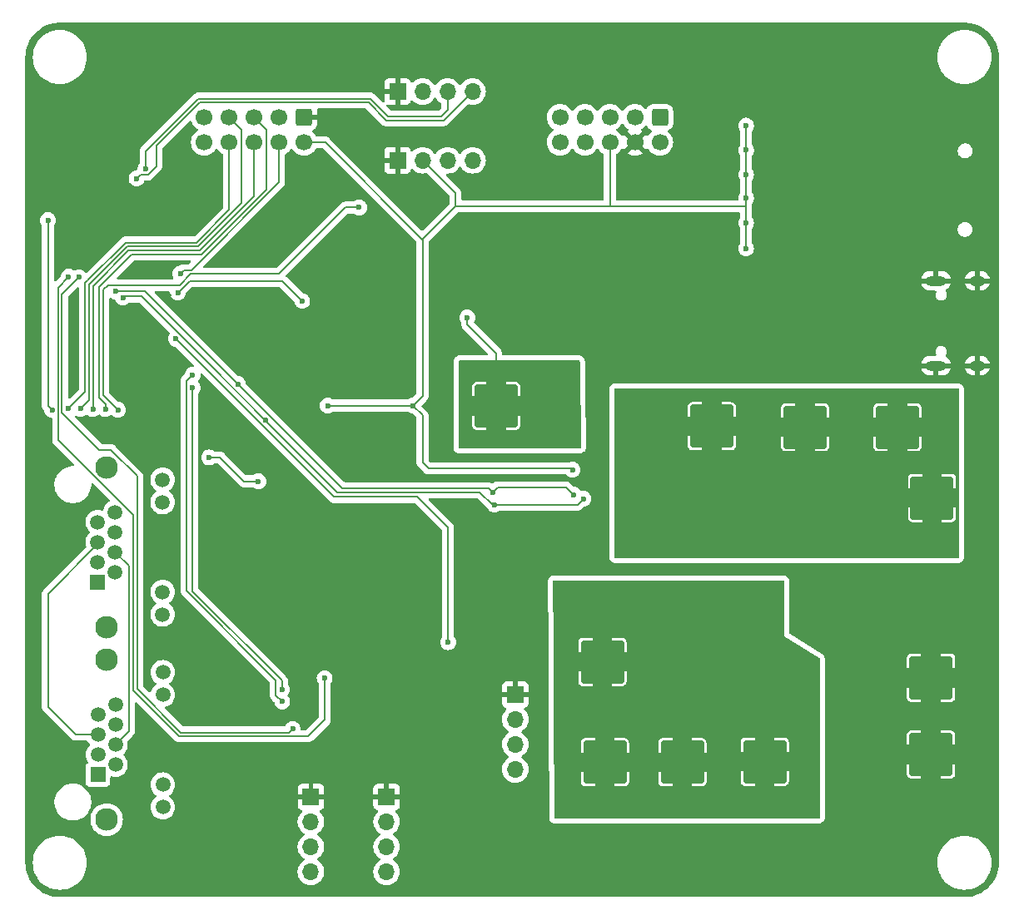
<source format=gbl>
G04 #@! TF.GenerationSoftware,KiCad,Pcbnew,8.0.4*
G04 #@! TF.CreationDate,2024-08-16T23:51:57-05:00*
G04 #@! TF.ProjectId,BatteryCo,42617474-6572-4794-936f-2e6b69636164,rev?*
G04 #@! TF.SameCoordinates,Original*
G04 #@! TF.FileFunction,Copper,L2,Bot*
G04 #@! TF.FilePolarity,Positive*
%FSLAX46Y46*%
G04 Gerber Fmt 4.6, Leading zero omitted, Abs format (unit mm)*
G04 Created by KiCad (PCBNEW 8.0.4) date 2024-08-16 23:51:57*
%MOMM*%
%LPD*%
G01*
G04 APERTURE LIST*
G04 Aperture macros list*
%AMRoundRect*
0 Rectangle with rounded corners*
0 $1 Rounding radius*
0 $2 $3 $4 $5 $6 $7 $8 $9 X,Y pos of 4 corners*
0 Add a 4 corners polygon primitive as box body*
4,1,4,$2,$3,$4,$5,$6,$7,$8,$9,$2,$3,0*
0 Add four circle primitives for the rounded corners*
1,1,$1+$1,$2,$3*
1,1,$1+$1,$4,$5*
1,1,$1+$1,$6,$7*
1,1,$1+$1,$8,$9*
0 Add four rect primitives between the rounded corners*
20,1,$1+$1,$2,$3,$4,$5,0*
20,1,$1+$1,$4,$5,$6,$7,0*
20,1,$1+$1,$6,$7,$8,$9,0*
20,1,$1+$1,$8,$9,$2,$3,0*%
G04 Aperture macros list end*
G04 #@! TA.AperFunction,ComponentPad*
%ADD10R,1.700000X1.700000*%
G04 #@! TD*
G04 #@! TA.AperFunction,ComponentPad*
%ADD11O,1.700000X1.700000*%
G04 #@! TD*
G04 #@! TA.AperFunction,ComponentPad*
%ADD12RoundRect,0.249999X1.950001X1.950001X-1.950001X1.950001X-1.950001X-1.950001X1.950001X-1.950001X0*%
G04 #@! TD*
G04 #@! TA.AperFunction,ComponentPad*
%ADD13RoundRect,0.249999X-1.950001X-1.950001X1.950001X-1.950001X1.950001X1.950001X-1.950001X1.950001X0*%
G04 #@! TD*
G04 #@! TA.AperFunction,ComponentPad*
%ADD14R,1.500000X1.500000*%
G04 #@! TD*
G04 #@! TA.AperFunction,ComponentPad*
%ADD15C,1.500000*%
G04 #@! TD*
G04 #@! TA.AperFunction,ComponentPad*
%ADD16C,2.300000*%
G04 #@! TD*
G04 #@! TA.AperFunction,ComponentPad*
%ADD17RoundRect,0.250000X-0.600000X0.600000X-0.600000X-0.600000X0.600000X-0.600000X0.600000X0.600000X0*%
G04 #@! TD*
G04 #@! TA.AperFunction,ComponentPad*
%ADD18C,1.700000*%
G04 #@! TD*
G04 #@! TA.AperFunction,ComponentPad*
%ADD19O,2.100000X1.000000*%
G04 #@! TD*
G04 #@! TA.AperFunction,ComponentPad*
%ADD20O,1.600000X1.000000*%
G04 #@! TD*
G04 #@! TA.AperFunction,ViaPad*
%ADD21C,0.600000*%
G04 #@! TD*
G04 #@! TA.AperFunction,ViaPad*
%ADD22C,0.500000*%
G04 #@! TD*
G04 #@! TA.AperFunction,Conductor*
%ADD23C,0.200000*%
G04 #@! TD*
G04 APERTURE END LIST*
D10*
X88354000Y-53019600D03*
D11*
X90894000Y-53019600D03*
X93434000Y-53019600D03*
X95974000Y-53019600D03*
D12*
X125692000Y-121244000D03*
D10*
X88354000Y-60030000D03*
D11*
X90894000Y-60030000D03*
X93434000Y-60030000D03*
X95974000Y-60030000D03*
D10*
X87240000Y-124820000D03*
D11*
X87240000Y-127360000D03*
X87240000Y-129900000D03*
X87240000Y-132440000D03*
D13*
X120300000Y-87100000D03*
X98370000Y-85030000D03*
D10*
X100310000Y-114400000D03*
D11*
X100310000Y-116940000D03*
X100310000Y-119480000D03*
X100310000Y-122020000D03*
D13*
X139200000Y-87200000D03*
D10*
X79540000Y-124820000D03*
D11*
X79540000Y-127360000D03*
X79540000Y-129900000D03*
X79540000Y-132440000D03*
D13*
X142600000Y-120500000D03*
X129800000Y-87200000D03*
X142600000Y-112700000D03*
D14*
X57862000Y-102956000D03*
D15*
X59642000Y-101940000D03*
X57862000Y-100924000D03*
X59642000Y-99908000D03*
X57862000Y-98892000D03*
X59642000Y-97876000D03*
X57862000Y-96860000D03*
X59642000Y-95844000D03*
X64462000Y-106256000D03*
X64462000Y-103966000D03*
X64462000Y-94826000D03*
X64462000Y-92536000D03*
D16*
X58752000Y-107526000D03*
X58752000Y-91266000D03*
D17*
X115024000Y-55653658D03*
D18*
X115024000Y-58193658D03*
X112484000Y-55653658D03*
X112484000Y-58193658D03*
X109944000Y-55653658D03*
X109944000Y-58193658D03*
X107404000Y-55653658D03*
X107404000Y-58193658D03*
X104864000Y-55653658D03*
X104864000Y-58193658D03*
D12*
X109182000Y-111084000D03*
D14*
X57874000Y-122564800D03*
D15*
X59654000Y-121548800D03*
X57874000Y-120532800D03*
X59654000Y-119516800D03*
X57874000Y-118500800D03*
X59654000Y-117484800D03*
X57874000Y-116468800D03*
X59654000Y-115452800D03*
X64474000Y-125864800D03*
X64474000Y-123574800D03*
X64474000Y-114434800D03*
X64474000Y-112144800D03*
D16*
X58764000Y-127134800D03*
X58764000Y-110874800D03*
D12*
X109436000Y-121300000D03*
X117310000Y-121300000D03*
D19*
X143120000Y-80940000D03*
D20*
X147300000Y-80940000D03*
D19*
X143120000Y-72300000D03*
D20*
X147300000Y-72300000D03*
D13*
X142700000Y-94400000D03*
D17*
X78846217Y-55653658D03*
D18*
X78846217Y-58193658D03*
X76306217Y-55653658D03*
X76306217Y-58193658D03*
X73766217Y-55653658D03*
X73766217Y-58193658D03*
X71226217Y-55653658D03*
X71226217Y-58193658D03*
X68686217Y-55653658D03*
X68686217Y-58193658D03*
D21*
X127114400Y-54188000D03*
X62725400Y-60868200D03*
X61811000Y-61884200D03*
D22*
X99944200Y-50454200D03*
X94694200Y-50454200D03*
X105194200Y-48704200D03*
X96444200Y-48704200D03*
X91194200Y-48704200D03*
X105194200Y-50454200D03*
X92944200Y-48704200D03*
X85944200Y-48704200D03*
X94694200Y-48704200D03*
X99944200Y-48704200D03*
X91194200Y-50454200D03*
X101694200Y-48704200D03*
X87694200Y-48704200D03*
X98194200Y-50454200D03*
X89444200Y-50454200D03*
X89444200Y-48704200D03*
X96444200Y-50454200D03*
X103444200Y-48704200D03*
X98194200Y-48704200D03*
X101694200Y-50454200D03*
X103444200Y-50454200D03*
X85944200Y-50454200D03*
X87694200Y-50454200D03*
X92944200Y-50454200D03*
X78684400Y-50428800D03*
X73434400Y-50428800D03*
X83934400Y-48678800D03*
X75184400Y-48678800D03*
X69934400Y-48678800D03*
X83934400Y-50428800D03*
X71684400Y-48678800D03*
X64684400Y-48678800D03*
X73434400Y-48678800D03*
X78684400Y-48678800D03*
X69934400Y-50428800D03*
X80434400Y-48678800D03*
X66434400Y-48678800D03*
X76934400Y-50428800D03*
X68184400Y-50428800D03*
X68184400Y-48678800D03*
X75184400Y-50428800D03*
X82184400Y-48678800D03*
X76934400Y-48678800D03*
X80434400Y-50428800D03*
X82184400Y-50428800D03*
X64684400Y-50428800D03*
X66434400Y-50428800D03*
X71684400Y-50428800D03*
D21*
X111700000Y-86700000D03*
X111700000Y-85200000D03*
X113200000Y-88200000D03*
X113200000Y-86700000D03*
X113200000Y-85200000D03*
X111700000Y-88200000D03*
X123800000Y-59000000D03*
X123800000Y-69000000D03*
X123800000Y-66400000D03*
X123800000Y-56500000D03*
X106134000Y-91526000D03*
X89900000Y-85000000D03*
X123800000Y-63900000D03*
X81250000Y-85000000D03*
X123800000Y-61500000D03*
X52794000Y-66126000D03*
X53222000Y-85430000D03*
X78650000Y-74350000D03*
X66002000Y-73492000D03*
X103990000Y-85320000D03*
X103990000Y-83820000D03*
X103990000Y-86820000D03*
X105490000Y-83820000D03*
X105490000Y-86820000D03*
X105490000Y-85320000D03*
X95450000Y-76040000D03*
X69202400Y-90280000D03*
X74200000Y-92700000D03*
X54822000Y-85320000D03*
X56092000Y-85330000D03*
X57362000Y-85360000D03*
X58632000Y-85360000D03*
X66256000Y-71561600D03*
X106226000Y-94066000D03*
X59652000Y-73390000D03*
X72100000Y-82800000D03*
X98006000Y-93812000D03*
X107239265Y-94484735D03*
X60414000Y-73990000D03*
X74924265Y-86475735D03*
X98220000Y-95082000D03*
X80937200Y-112735000D03*
X54902200Y-71891800D03*
X77686000Y-117916600D03*
X55943600Y-71942600D03*
X84447322Y-64835522D03*
X59906000Y-85430000D03*
X90894000Y-66380000D03*
X147790000Y-93304000D03*
X80800000Y-105200000D03*
X78260000Y-101960000D03*
D22*
X111600000Y-75600000D03*
X102850000Y-73850000D03*
D21*
X132482000Y-133182000D03*
D22*
X79640000Y-79400000D03*
X85814000Y-71968000D03*
X99350000Y-72100000D03*
D21*
X54318000Y-97876000D03*
D22*
X115100000Y-75600000D03*
X103900000Y-66600000D03*
X109850000Y-73850000D03*
X113350000Y-72100000D03*
D21*
X84290000Y-66634000D03*
X98800000Y-108800000D03*
X61938000Y-91018000D03*
X51000000Y-89260000D03*
D22*
X101100000Y-75600000D03*
D21*
X113400000Y-81300000D03*
D22*
X116850000Y-75600000D03*
D21*
X93700000Y-95900000D03*
X125400000Y-81300000D03*
D22*
X102850000Y-75600000D03*
D21*
X52540000Y-123276000D03*
D22*
X77686000Y-85430000D03*
X112650000Y-66600000D03*
X104600000Y-73850000D03*
D21*
X131600000Y-59000000D03*
X78260000Y-100360000D03*
X120482000Y-133182000D03*
D22*
X89624000Y-81112000D03*
D21*
X75860000Y-100360000D03*
X73876000Y-88732000D03*
D22*
X104600000Y-75600000D03*
D21*
X70472400Y-114309800D03*
X85700000Y-91602000D03*
X140482000Y-133182000D03*
X132300000Y-66400000D03*
D22*
X51524000Y-75524000D03*
D21*
X69177000Y-113827200D03*
X128482000Y-133182000D03*
X108482000Y-133182000D03*
X132300000Y-61500000D03*
X115400000Y-81300000D03*
D22*
X101100000Y-72100000D03*
D21*
X119400000Y-79300000D03*
D22*
X101100000Y-73850000D03*
X71700000Y-94800000D03*
X84064000Y-71968000D03*
D21*
X55334000Y-75270000D03*
X147790000Y-87462000D03*
X117400000Y-79300000D03*
D22*
X92926000Y-86446000D03*
X92926000Y-82946000D03*
D21*
X95500000Y-95900000D03*
D22*
X109850000Y-72100000D03*
D21*
X100300000Y-102400000D03*
X97200000Y-101500000D03*
D22*
X81200000Y-79400000D03*
X97600000Y-75600000D03*
D21*
X121400000Y-81300000D03*
X63462000Y-91018000D03*
X125400000Y-79300000D03*
X131900000Y-105800000D03*
D22*
X102150000Y-66600000D03*
D21*
X71590000Y-88732000D03*
X147790000Y-96352000D03*
D22*
X115100000Y-72100000D03*
X100400000Y-66600000D03*
X108100000Y-73850000D03*
D21*
X100482000Y-133182000D03*
X121400000Y-79300000D03*
X62700000Y-118450000D03*
X75860000Y-101960000D03*
X88100000Y-91602000D03*
X72885400Y-111261800D03*
D22*
X116850000Y-72100000D03*
X107400000Y-66600000D03*
D21*
X52032000Y-95590000D03*
D22*
X109150000Y-66600000D03*
X106350000Y-73850000D03*
D21*
X113400000Y-79300000D03*
X131600000Y-69000000D03*
D22*
X92926000Y-84696000D03*
D21*
X71437600Y-110703000D03*
D22*
X97600000Y-72100000D03*
X106350000Y-72100000D03*
X98650000Y-66600000D03*
D21*
X60132000Y-83930000D03*
D22*
X99350000Y-75600000D03*
D21*
X117400000Y-81300000D03*
D22*
X96900000Y-66600000D03*
X95150000Y-66600000D03*
X104600000Y-72100000D03*
X108100000Y-72100000D03*
D21*
X123400000Y-81300000D03*
X119400000Y-81300000D03*
D22*
X111600000Y-72100000D03*
D21*
X63970000Y-118450000D03*
D22*
X111600000Y-73850000D03*
D21*
X88100000Y-90002000D03*
D22*
X76162000Y-67396000D03*
D21*
X85700000Y-90002000D03*
D22*
X116850000Y-73850000D03*
X108100000Y-75600000D03*
D21*
X104482000Y-133182000D03*
X115400000Y-79300000D03*
D22*
X102850000Y-72100000D03*
X105650000Y-66600000D03*
D21*
X51012000Y-71740000D03*
D22*
X65110000Y-73740000D03*
D21*
X96482000Y-133182000D03*
X132000000Y-56500000D03*
X95000000Y-101500000D03*
X147790000Y-90510000D03*
X55334000Y-81874000D03*
D22*
X113350000Y-75600000D03*
D21*
X78194000Y-111084000D03*
D22*
X61860000Y-71860000D03*
D21*
X124482000Y-133182000D03*
X79972000Y-115656000D03*
X112482000Y-133182000D03*
X132300000Y-63900000D03*
D22*
X109850000Y-75600000D03*
D21*
X94300000Y-111900000D03*
D22*
X51524000Y-78826000D03*
X99350000Y-73850000D03*
D21*
X64732000Y-101940000D03*
X91400000Y-111900000D03*
X136482000Y-133182000D03*
D22*
X106350000Y-75600000D03*
D21*
X61930000Y-78660000D03*
D22*
X51524000Y-82128000D03*
X115100000Y-73850000D03*
D21*
X116482000Y-133182000D03*
D22*
X113350000Y-73850000D03*
X87874000Y-81112000D03*
X97600000Y-73850000D03*
D21*
X62446000Y-122768000D03*
X64732000Y-97368000D03*
X86068000Y-66634000D03*
D22*
X110900000Y-66600000D03*
D21*
X123400000Y-79300000D03*
X93500000Y-109100000D03*
X65792892Y-78207108D03*
X76593800Y-113880000D03*
X67500000Y-83144000D03*
X67500000Y-81874000D03*
X76619200Y-115122600D03*
D23*
X93008600Y-55985000D02*
X95974000Y-53019600D01*
X63817600Y-60624529D02*
X63817600Y-58563686D01*
X62948529Y-61493600D02*
X63817600Y-60624529D01*
X63817600Y-58563686D02*
X68225086Y-54156200D01*
X62201600Y-61493600D02*
X62948529Y-61493600D01*
X68225086Y-54156200D02*
X85401200Y-54156200D01*
X61811000Y-61884200D02*
X62201600Y-61493600D01*
X85401200Y-54156200D02*
X87230000Y-55985000D01*
X87230000Y-55985000D02*
X93008600Y-55985000D01*
X87414200Y-55585000D02*
X92773600Y-55585000D01*
X92773600Y-55585000D02*
X93434000Y-54924600D01*
X93434000Y-54924600D02*
X93434000Y-53019600D01*
X85585400Y-53756200D02*
X87414200Y-55585000D01*
X68059400Y-53756200D02*
X85585400Y-53756200D01*
X62725400Y-59090200D02*
X68059400Y-53756200D01*
X62725400Y-60868200D02*
X62725400Y-59090200D01*
X53822000Y-88515400D02*
X53822000Y-72972000D01*
X61449000Y-96142400D02*
X53822000Y-88515400D01*
X79241800Y-118672200D02*
X66148000Y-118672200D01*
X66148000Y-118672200D02*
X61449000Y-113973200D01*
X61449000Y-113973200D02*
X61449000Y-96142400D01*
X80937200Y-112735000D02*
X80937200Y-116976800D01*
X80937200Y-116976800D02*
X79241800Y-118672200D01*
X53822000Y-72972000D02*
X54902200Y-71891800D01*
X54222000Y-73664200D02*
X55943600Y-71942600D01*
X54222000Y-85740400D02*
X54222000Y-73664200D01*
X61849000Y-92148200D02*
X59220200Y-89519400D01*
X59220200Y-89519400D02*
X58001000Y-89519400D01*
X61849000Y-113807514D02*
X61849000Y-92148200D01*
X58001000Y-89519400D02*
X54222000Y-85740400D01*
X77330400Y-118272200D02*
X66313686Y-118272200D01*
X77686000Y-117916600D02*
X77330400Y-118272200D01*
X66313686Y-118272200D02*
X61849000Y-113807514D01*
X57862000Y-98892000D02*
X57862000Y-99111000D01*
X52794000Y-104179000D02*
X52794000Y-115656000D01*
X59642000Y-99908000D02*
X61049000Y-101315000D01*
X52794000Y-115656000D02*
X55638800Y-118500800D01*
X55638800Y-118500800D02*
X57874000Y-118500800D01*
X61049000Y-101315000D02*
X61049000Y-118121800D01*
X61049000Y-118121800D02*
X59654000Y-119516800D01*
X57862000Y-99111000D02*
X52794000Y-104179000D01*
X66891000Y-103845000D02*
X66891000Y-82483000D01*
X75984200Y-114487600D02*
X75984200Y-112938200D01*
X75984200Y-112938200D02*
X66891000Y-103845000D01*
X76619200Y-115122600D02*
X75984200Y-114487600D01*
X66891000Y-82483000D02*
X67500000Y-81874000D01*
X67500600Y-103888914D02*
X67500600Y-83144600D01*
X67500600Y-83144600D02*
X67500000Y-83144000D01*
X76593800Y-112982114D02*
X67500600Y-103888914D01*
X76593800Y-113880000D02*
X76593800Y-112982114D01*
X72720000Y-92700000D02*
X74200000Y-92700000D01*
X70300000Y-90280000D02*
X72720000Y-92700000D01*
X69202400Y-90280000D02*
X70300000Y-90280000D01*
X58400000Y-83924000D02*
X59906000Y-85430000D01*
X58890000Y-72730000D02*
X58400000Y-73220000D01*
X58400000Y-73220000D02*
X58400000Y-83924000D01*
X66198314Y-72730000D02*
X58890000Y-72730000D01*
X67322314Y-71606000D02*
X66198314Y-72730000D01*
X84447322Y-64835522D02*
X83040478Y-64835522D01*
X76270000Y-71606000D02*
X67322314Y-71606000D01*
X83040478Y-64835522D02*
X76270000Y-71606000D01*
X91490000Y-91400000D02*
X106008000Y-91400000D01*
X90894000Y-84006000D02*
X90894000Y-68094000D01*
X90894000Y-85994000D02*
X90894000Y-90804000D01*
X90894000Y-60030000D02*
X94260000Y-63396000D01*
X90880000Y-68080000D02*
X94260000Y-64700000D01*
X123800000Y-63900000D02*
X123800000Y-61500000D01*
X80993658Y-58193658D02*
X90880000Y-68080000D01*
X123800000Y-59000000D02*
X123800000Y-56500000D01*
X89900000Y-85000000D02*
X90894000Y-85994000D01*
X78846217Y-58193658D02*
X80993658Y-58193658D01*
X89900000Y-85000000D02*
X81250000Y-85000000D01*
X109944000Y-58193658D02*
X109944000Y-64700000D01*
X94260000Y-64700000D02*
X109944000Y-64700000D01*
X89900000Y-85000000D02*
X90894000Y-84006000D01*
X90894000Y-68094000D02*
X90880000Y-68080000D01*
X109944000Y-64700000D02*
X123800000Y-64700000D01*
X123800000Y-66400000D02*
X123800000Y-63900000D01*
X123800000Y-61500000D02*
X123800000Y-59000000D01*
X123800000Y-69000000D02*
X123800000Y-66400000D01*
X94260000Y-63396000D02*
X94260000Y-64700000D01*
X90894000Y-90804000D02*
X91490000Y-91400000D01*
X106008000Y-91400000D02*
X106134000Y-91526000D01*
X52794000Y-66126000D02*
X52794000Y-85002000D01*
X52794000Y-85002000D02*
X53222000Y-85430000D01*
X66002000Y-73492000D02*
X67194000Y-72300000D01*
X76600000Y-72300000D02*
X78650000Y-74350000D01*
X67194000Y-72300000D02*
X76600000Y-72300000D01*
X98370000Y-79680000D02*
X98370000Y-85030000D01*
X95450000Y-76760000D02*
X98370000Y-79680000D01*
X95450000Y-76040000D02*
X95450000Y-76760000D01*
X71226217Y-65076725D02*
X71226217Y-58193658D01*
X56796315Y-72272314D02*
X60668628Y-68400000D01*
X60668628Y-68400000D02*
X67902942Y-68400000D01*
X67902942Y-68400000D02*
X71226217Y-65076725D01*
X54822000Y-85320000D02*
X56562000Y-83580000D01*
X56562000Y-72506628D02*
X56796315Y-72272314D01*
X56562000Y-83580000D02*
X56562000Y-72506628D01*
X72500000Y-56927441D02*
X71226217Y-55653658D01*
X56962000Y-84460000D02*
X56962000Y-72672314D01*
X72500000Y-64368628D02*
X72500000Y-56927441D01*
X68068628Y-68800000D02*
X72500000Y-64368628D01*
X60834314Y-68800000D02*
X68068628Y-68800000D01*
X56092000Y-85330000D02*
X56962000Y-84460000D01*
X56962000Y-72672314D02*
X60834314Y-68800000D01*
X57362000Y-85360000D02*
X57362000Y-72838000D01*
X73766217Y-63668097D02*
X73766217Y-58193658D01*
X57362000Y-72838000D02*
X61000000Y-69200000D01*
X68234314Y-69200000D02*
X73766217Y-63668097D01*
X61000000Y-69200000D02*
X68234314Y-69200000D01*
X58000000Y-84200000D02*
X58000000Y-72900000D01*
X58632000Y-85360000D02*
X58632000Y-84832000D01*
X75000000Y-56887441D02*
X73766217Y-55653658D01*
X75000000Y-63000000D02*
X75000000Y-56887441D01*
X58000000Y-72900000D02*
X61300000Y-69600000D01*
X61300000Y-69600000D02*
X68400000Y-69600000D01*
X58632000Y-84832000D02*
X58000000Y-84200000D01*
X68400000Y-69600000D02*
X75000000Y-63000000D01*
X66256000Y-71561600D02*
X66611600Y-71206000D01*
X67359686Y-71206000D02*
X76306217Y-62259469D01*
X76306217Y-62259469D02*
X76306217Y-58193658D01*
X66611600Y-71206000D02*
X67359686Y-71206000D01*
X82700000Y-93400000D02*
X72100000Y-82800000D01*
X59652000Y-73390000D02*
X62690000Y-73390000D01*
X106226000Y-94066000D02*
X105464000Y-93304000D01*
X98006000Y-93812000D02*
X97594000Y-93400000D01*
X105464000Y-93304000D02*
X98514000Y-93304000D01*
X62690000Y-73390000D02*
X72100000Y-82800000D01*
X97594000Y-93400000D02*
X82700000Y-93400000D01*
X98514000Y-93304000D02*
X98006000Y-93812000D01*
X106642000Y-95082000D02*
X98220000Y-95082000D01*
X98220000Y-95082000D02*
X98006000Y-95082000D01*
X60504000Y-73900000D02*
X60414000Y-73990000D01*
X62334314Y-73900000D02*
X60504000Y-73900000D01*
X82234314Y-93800000D02*
X62334314Y-73900000D01*
X96724000Y-93800000D02*
X82234314Y-93800000D01*
X107239265Y-94484735D02*
X106642000Y-95082000D01*
X98006000Y-95082000D02*
X96724000Y-93800000D01*
X65792892Y-78207108D02*
X65807108Y-78207108D01*
X90366000Y-94300000D02*
X93500000Y-97434000D01*
X81900000Y-94300000D02*
X90366000Y-94300000D01*
X65807108Y-78207108D02*
X81900000Y-94300000D01*
X93500000Y-97434000D02*
X93500000Y-109100000D01*
G04 #@! TA.AperFunction,Conductor*
G36*
X106844413Y-80404685D02*
G01*
X106890168Y-80457489D01*
X106901366Y-80507618D01*
X106998603Y-89234618D01*
X106979667Y-89301873D01*
X106927376Y-89348213D01*
X106874611Y-89360000D01*
X94678000Y-89360000D01*
X94610961Y-89340315D01*
X94565206Y-89287511D01*
X94554000Y-89236000D01*
X94554000Y-83032154D01*
X95920000Y-83032154D01*
X95920000Y-84030000D01*
X97248680Y-84030000D01*
X97225864Y-84052816D01*
X97087085Y-84243829D01*
X96979896Y-84454200D01*
X96906935Y-84678749D01*
X96870000Y-84911947D01*
X96870000Y-85148053D01*
X96906935Y-85381251D01*
X96979896Y-85605800D01*
X97087085Y-85816171D01*
X97225864Y-86007184D01*
X97248680Y-86030000D01*
X95920001Y-86030000D01*
X95920001Y-87027831D01*
X95926401Y-87087376D01*
X95976645Y-87222086D01*
X95976646Y-87222088D01*
X96062810Y-87337189D01*
X96177911Y-87423353D01*
X96177913Y-87423354D01*
X96312624Y-87473598D01*
X96312623Y-87473598D01*
X96372163Y-87479999D01*
X97369999Y-87479999D01*
X97370000Y-87479998D01*
X97370000Y-86151320D01*
X97392816Y-86174136D01*
X97583829Y-86312915D01*
X97794200Y-86420104D01*
X98018749Y-86493065D01*
X98251947Y-86530000D01*
X98488053Y-86530000D01*
X98721251Y-86493065D01*
X98945800Y-86420104D01*
X99156171Y-86312915D01*
X99347184Y-86174136D01*
X99370000Y-86151320D01*
X99370000Y-87479999D01*
X100367825Y-87479999D01*
X100367831Y-87479998D01*
X100427376Y-87473598D01*
X100562086Y-87423354D01*
X100562088Y-87423353D01*
X100677189Y-87337189D01*
X100763353Y-87222088D01*
X100763354Y-87222086D01*
X100813598Y-87087375D01*
X100819999Y-87027845D01*
X100820000Y-87027828D01*
X100820000Y-86030000D01*
X99491320Y-86030000D01*
X99514136Y-86007184D01*
X99652915Y-85816171D01*
X99760104Y-85605800D01*
X99833065Y-85381251D01*
X99870000Y-85148053D01*
X99870000Y-84911947D01*
X99833065Y-84678749D01*
X99760104Y-84454200D01*
X99652915Y-84243829D01*
X99514136Y-84052816D01*
X99491320Y-84030000D01*
X100819999Y-84030000D01*
X100819999Y-83032174D01*
X100819998Y-83032168D01*
X100813598Y-82972623D01*
X100763354Y-82837913D01*
X100763353Y-82837911D01*
X100677189Y-82722810D01*
X100562088Y-82636646D01*
X100562086Y-82636645D01*
X100427375Y-82586401D01*
X100427376Y-82586401D01*
X100367845Y-82580000D01*
X99370000Y-82580000D01*
X99370000Y-83908680D01*
X99347184Y-83885864D01*
X99156171Y-83747085D01*
X98945800Y-83639896D01*
X98721251Y-83566935D01*
X98488053Y-83530000D01*
X98251947Y-83530000D01*
X98018749Y-83566935D01*
X97794200Y-83639896D01*
X97583829Y-83747085D01*
X97392816Y-83885864D01*
X97370000Y-83908680D01*
X97370000Y-82580000D01*
X96372173Y-82580000D01*
X96372167Y-82580001D01*
X96312623Y-82586401D01*
X96177913Y-82636645D01*
X96177911Y-82636646D01*
X96062810Y-82722810D01*
X95976646Y-82837911D01*
X95976645Y-82837913D01*
X95926401Y-82972624D01*
X95920000Y-83032154D01*
X94554000Y-83032154D01*
X94554000Y-80509000D01*
X94573685Y-80441961D01*
X94626489Y-80396206D01*
X94678000Y-80385000D01*
X106777374Y-80385000D01*
X106844413Y-80404685D01*
G37*
G04 #@! TD.AperFunction*
G04 #@! TA.AperFunction,Conductor*
G36*
X127643039Y-102803685D02*
G01*
X127688794Y-102856489D01*
X127700000Y-102908000D01*
X127700000Y-108500000D01*
X131240661Y-110663737D01*
X131287599Y-110715490D01*
X131300000Y-110769543D01*
X131300000Y-126906050D01*
X131280315Y-126973089D01*
X131227511Y-127018844D01*
X131176051Y-127030050D01*
X104414347Y-127040949D01*
X104347299Y-127021292D01*
X104301523Y-126968506D01*
X104290298Y-126917654D01*
X104272241Y-123743598D01*
X104246973Y-119302154D01*
X106986000Y-119302154D01*
X106986000Y-120300000D01*
X108314680Y-120300000D01*
X108291864Y-120322816D01*
X108153085Y-120513829D01*
X108045896Y-120724200D01*
X107972935Y-120948749D01*
X107936000Y-121181947D01*
X107936000Y-121418053D01*
X107972935Y-121651251D01*
X108045896Y-121875800D01*
X108153085Y-122086171D01*
X108291864Y-122277184D01*
X108314680Y-122300000D01*
X106986001Y-122300000D01*
X106986001Y-123297831D01*
X106992401Y-123357376D01*
X107042645Y-123492086D01*
X107042646Y-123492088D01*
X107128810Y-123607189D01*
X107243911Y-123693353D01*
X107243913Y-123693354D01*
X107378624Y-123743598D01*
X107378623Y-123743598D01*
X107438163Y-123749999D01*
X108435999Y-123749999D01*
X108436000Y-123749998D01*
X108436000Y-122421320D01*
X108458816Y-122444136D01*
X108649829Y-122582915D01*
X108860200Y-122690104D01*
X109084749Y-122763065D01*
X109317947Y-122800000D01*
X109554053Y-122800000D01*
X109787251Y-122763065D01*
X110011800Y-122690104D01*
X110222171Y-122582915D01*
X110413184Y-122444136D01*
X110436000Y-122421320D01*
X110436000Y-123749999D01*
X111433825Y-123749999D01*
X111433831Y-123749998D01*
X111493376Y-123743598D01*
X111628086Y-123693354D01*
X111628088Y-123693353D01*
X111743189Y-123607189D01*
X111829353Y-123492088D01*
X111829354Y-123492086D01*
X111879598Y-123357375D01*
X111885999Y-123297845D01*
X111886000Y-123297828D01*
X111886000Y-122300000D01*
X110557320Y-122300000D01*
X110580136Y-122277184D01*
X110718915Y-122086171D01*
X110826104Y-121875800D01*
X110899065Y-121651251D01*
X110936000Y-121418053D01*
X110936000Y-121181947D01*
X110899065Y-120948749D01*
X110826104Y-120724200D01*
X110718915Y-120513829D01*
X110580136Y-120322816D01*
X110557320Y-120300000D01*
X111885999Y-120300000D01*
X111885999Y-119302174D01*
X111885998Y-119302168D01*
X111885996Y-119302154D01*
X114860000Y-119302154D01*
X114860000Y-120300000D01*
X116188680Y-120300000D01*
X116165864Y-120322816D01*
X116027085Y-120513829D01*
X115919896Y-120724200D01*
X115846935Y-120948749D01*
X115810000Y-121181947D01*
X115810000Y-121418053D01*
X115846935Y-121651251D01*
X115919896Y-121875800D01*
X116027085Y-122086171D01*
X116165864Y-122277184D01*
X116188680Y-122300000D01*
X114860001Y-122300000D01*
X114860001Y-123297831D01*
X114866401Y-123357376D01*
X114916645Y-123492086D01*
X114916646Y-123492088D01*
X115002810Y-123607189D01*
X115117911Y-123693353D01*
X115117913Y-123693354D01*
X115252624Y-123743598D01*
X115252623Y-123743598D01*
X115312163Y-123749999D01*
X116309999Y-123749999D01*
X116310000Y-123749998D01*
X116310000Y-122421320D01*
X116332816Y-122444136D01*
X116523829Y-122582915D01*
X116734200Y-122690104D01*
X116958749Y-122763065D01*
X117191947Y-122800000D01*
X117428053Y-122800000D01*
X117661251Y-122763065D01*
X117885800Y-122690104D01*
X118096171Y-122582915D01*
X118287184Y-122444136D01*
X118310000Y-122421320D01*
X118310000Y-123749999D01*
X119307825Y-123749999D01*
X119307831Y-123749998D01*
X119367376Y-123743598D01*
X119502086Y-123693354D01*
X119502088Y-123693353D01*
X119617189Y-123607189D01*
X119703353Y-123492088D01*
X119703354Y-123492086D01*
X119753598Y-123357375D01*
X119759999Y-123297845D01*
X119760000Y-123297828D01*
X119760000Y-122300000D01*
X118431320Y-122300000D01*
X118454136Y-122277184D01*
X118592915Y-122086171D01*
X118700104Y-121875800D01*
X118773065Y-121651251D01*
X118810000Y-121418053D01*
X118810000Y-121181947D01*
X118773065Y-120948749D01*
X118700104Y-120724200D01*
X118592915Y-120513829D01*
X118454136Y-120322816D01*
X118431320Y-120300000D01*
X119759999Y-120300000D01*
X119759999Y-119302174D01*
X119759998Y-119302168D01*
X119753978Y-119246154D01*
X123242000Y-119246154D01*
X123242000Y-120244000D01*
X124570680Y-120244000D01*
X124547864Y-120266816D01*
X124409085Y-120457829D01*
X124301896Y-120668200D01*
X124228935Y-120892749D01*
X124192000Y-121125947D01*
X124192000Y-121362053D01*
X124228935Y-121595251D01*
X124301896Y-121819800D01*
X124409085Y-122030171D01*
X124547864Y-122221184D01*
X124570680Y-122244000D01*
X123242001Y-122244000D01*
X123242001Y-123241831D01*
X123248401Y-123301376D01*
X123298645Y-123436086D01*
X123298646Y-123436088D01*
X123384810Y-123551189D01*
X123499911Y-123637353D01*
X123499913Y-123637354D01*
X123634624Y-123687598D01*
X123634623Y-123687598D01*
X123694163Y-123693999D01*
X124691999Y-123693999D01*
X124692000Y-123693998D01*
X124692000Y-122365320D01*
X124714816Y-122388136D01*
X124905829Y-122526915D01*
X125116200Y-122634104D01*
X125340749Y-122707065D01*
X125573947Y-122744000D01*
X125810053Y-122744000D01*
X126043251Y-122707065D01*
X126267800Y-122634104D01*
X126478171Y-122526915D01*
X126669184Y-122388136D01*
X126692000Y-122365320D01*
X126692000Y-123693999D01*
X127689825Y-123693999D01*
X127689831Y-123693998D01*
X127749376Y-123687598D01*
X127884086Y-123637354D01*
X127884088Y-123637353D01*
X127999189Y-123551189D01*
X128085353Y-123436088D01*
X128085354Y-123436086D01*
X128135598Y-123301375D01*
X128141999Y-123241845D01*
X128142000Y-123241828D01*
X128142000Y-122244000D01*
X126813320Y-122244000D01*
X126836136Y-122221184D01*
X126974915Y-122030171D01*
X127082104Y-121819800D01*
X127155065Y-121595251D01*
X127192000Y-121362053D01*
X127192000Y-121125947D01*
X127155065Y-120892749D01*
X127082104Y-120668200D01*
X126974915Y-120457829D01*
X126836136Y-120266816D01*
X126813320Y-120244000D01*
X128141999Y-120244000D01*
X128141999Y-119246174D01*
X128141998Y-119246168D01*
X128135598Y-119186623D01*
X128085354Y-119051913D01*
X128085353Y-119051911D01*
X127999189Y-118936810D01*
X127884088Y-118850646D01*
X127884086Y-118850645D01*
X127749375Y-118800401D01*
X127749376Y-118800401D01*
X127689845Y-118794000D01*
X126692000Y-118794000D01*
X126692000Y-120122680D01*
X126669184Y-120099864D01*
X126478171Y-119961085D01*
X126267800Y-119853896D01*
X126043251Y-119780935D01*
X125810053Y-119744000D01*
X125573947Y-119744000D01*
X125340749Y-119780935D01*
X125116200Y-119853896D01*
X124905829Y-119961085D01*
X124714816Y-120099864D01*
X124692000Y-120122680D01*
X124692000Y-118794000D01*
X123694173Y-118794000D01*
X123694167Y-118794001D01*
X123634623Y-118800401D01*
X123499913Y-118850645D01*
X123499911Y-118850646D01*
X123384810Y-118936810D01*
X123298646Y-119051911D01*
X123298645Y-119051913D01*
X123248401Y-119186624D01*
X123242000Y-119246154D01*
X119753978Y-119246154D01*
X119753598Y-119242623D01*
X119703354Y-119107913D01*
X119703353Y-119107911D01*
X119617189Y-118992810D01*
X119502088Y-118906646D01*
X119502086Y-118906645D01*
X119367375Y-118856401D01*
X119367376Y-118856401D01*
X119307845Y-118850000D01*
X118310000Y-118850000D01*
X118310000Y-120178680D01*
X118287184Y-120155864D01*
X118096171Y-120017085D01*
X117885800Y-119909896D01*
X117661251Y-119836935D01*
X117428053Y-119800000D01*
X117191947Y-119800000D01*
X116958749Y-119836935D01*
X116734200Y-119909896D01*
X116523829Y-120017085D01*
X116332816Y-120155864D01*
X116310000Y-120178680D01*
X116310000Y-118850000D01*
X115312173Y-118850000D01*
X115312167Y-118850001D01*
X115252623Y-118856401D01*
X115117913Y-118906645D01*
X115117911Y-118906646D01*
X115002810Y-118992810D01*
X114916646Y-119107911D01*
X114916645Y-119107913D01*
X114866401Y-119242624D01*
X114860000Y-119302154D01*
X111885996Y-119302154D01*
X111879598Y-119242623D01*
X111829354Y-119107913D01*
X111829353Y-119107911D01*
X111743189Y-118992810D01*
X111628088Y-118906646D01*
X111628086Y-118906645D01*
X111493375Y-118856401D01*
X111493376Y-118856401D01*
X111433845Y-118850000D01*
X110436000Y-118850000D01*
X110436000Y-120178680D01*
X110413184Y-120155864D01*
X110222171Y-120017085D01*
X110011800Y-119909896D01*
X109787251Y-119836935D01*
X109554053Y-119800000D01*
X109317947Y-119800000D01*
X109084749Y-119836935D01*
X108860200Y-119909896D01*
X108649829Y-120017085D01*
X108458816Y-120155864D01*
X108436000Y-120178680D01*
X108436000Y-118850000D01*
X107438173Y-118850000D01*
X107438167Y-118850001D01*
X107378623Y-118856401D01*
X107243913Y-118906645D01*
X107243911Y-118906646D01*
X107128810Y-118992810D01*
X107042646Y-119107911D01*
X107042645Y-119107913D01*
X106992401Y-119242624D01*
X106986000Y-119302154D01*
X104246973Y-119302154D01*
X104188853Y-109086154D01*
X106732000Y-109086154D01*
X106732000Y-110084000D01*
X108060680Y-110084000D01*
X108037864Y-110106816D01*
X107899085Y-110297829D01*
X107791896Y-110508200D01*
X107718935Y-110732749D01*
X107682000Y-110965947D01*
X107682000Y-111202053D01*
X107718935Y-111435251D01*
X107791896Y-111659800D01*
X107899085Y-111870171D01*
X108037864Y-112061184D01*
X108060680Y-112084000D01*
X106732001Y-112084000D01*
X106732001Y-113081831D01*
X106738401Y-113141376D01*
X106788645Y-113276086D01*
X106788646Y-113276088D01*
X106874810Y-113391189D01*
X106989911Y-113477353D01*
X106989913Y-113477354D01*
X107124624Y-113527598D01*
X107124623Y-113527598D01*
X107184163Y-113533999D01*
X108181999Y-113533999D01*
X108182000Y-113533998D01*
X108182000Y-112205320D01*
X108204816Y-112228136D01*
X108395829Y-112366915D01*
X108606200Y-112474104D01*
X108830749Y-112547065D01*
X109063947Y-112584000D01*
X109300053Y-112584000D01*
X109533251Y-112547065D01*
X109757800Y-112474104D01*
X109968171Y-112366915D01*
X110159184Y-112228136D01*
X110182000Y-112205320D01*
X110182000Y-113533999D01*
X111179825Y-113533999D01*
X111179831Y-113533998D01*
X111239376Y-113527598D01*
X111374086Y-113477354D01*
X111374088Y-113477353D01*
X111489189Y-113391189D01*
X111575353Y-113276088D01*
X111575354Y-113276086D01*
X111625598Y-113141375D01*
X111631999Y-113081845D01*
X111632000Y-113081828D01*
X111632000Y-112084000D01*
X110303320Y-112084000D01*
X110326136Y-112061184D01*
X110464915Y-111870171D01*
X110572104Y-111659800D01*
X110645065Y-111435251D01*
X110682000Y-111202053D01*
X110682000Y-110965947D01*
X110645065Y-110732749D01*
X110572104Y-110508200D01*
X110464915Y-110297829D01*
X110326136Y-110106816D01*
X110303320Y-110084000D01*
X111631999Y-110084000D01*
X111631999Y-109086174D01*
X111631998Y-109086168D01*
X111625598Y-109026623D01*
X111575354Y-108891913D01*
X111575353Y-108891911D01*
X111489189Y-108776810D01*
X111374088Y-108690646D01*
X111374086Y-108690645D01*
X111239375Y-108640401D01*
X111239376Y-108640401D01*
X111179845Y-108634000D01*
X110182000Y-108634000D01*
X110182000Y-109962680D01*
X110159184Y-109939864D01*
X109968171Y-109801085D01*
X109757800Y-109693896D01*
X109533251Y-109620935D01*
X109300053Y-109584000D01*
X109063947Y-109584000D01*
X108830749Y-109620935D01*
X108606200Y-109693896D01*
X108395829Y-109801085D01*
X108204816Y-109939864D01*
X108182000Y-109962680D01*
X108182000Y-108634000D01*
X107184173Y-108634000D01*
X107184167Y-108634001D01*
X107124623Y-108640401D01*
X106989913Y-108690645D01*
X106989911Y-108690646D01*
X106874810Y-108776810D01*
X106788646Y-108891911D01*
X106788645Y-108891913D01*
X106738401Y-109026624D01*
X106732000Y-109086154D01*
X104188853Y-109086154D01*
X104153709Y-102908703D01*
X104173012Y-102841555D01*
X104225555Y-102795501D01*
X104277707Y-102784000D01*
X127576000Y-102784000D01*
X127643039Y-102803685D01*
G37*
G04 #@! TD.AperFunction*
G04 #@! TA.AperFunction,Conductor*
G36*
X145393039Y-83239685D02*
G01*
X145438794Y-83292489D01*
X145450000Y-83344000D01*
X145450000Y-100391000D01*
X145430315Y-100458039D01*
X145377511Y-100503794D01*
X145326000Y-100515000D01*
X110504000Y-100515000D01*
X110436961Y-100495315D01*
X110391206Y-100442511D01*
X110380000Y-100391000D01*
X110380000Y-92402154D01*
X140250000Y-92402154D01*
X140250000Y-93400000D01*
X141578680Y-93400000D01*
X141555864Y-93422816D01*
X141417085Y-93613829D01*
X141309896Y-93824200D01*
X141236935Y-94048749D01*
X141200000Y-94281947D01*
X141200000Y-94518053D01*
X141236935Y-94751251D01*
X141309896Y-94975800D01*
X141417085Y-95186171D01*
X141555864Y-95377184D01*
X141578680Y-95400000D01*
X140250001Y-95400000D01*
X140250001Y-96397831D01*
X140256401Y-96457376D01*
X140306645Y-96592086D01*
X140306646Y-96592088D01*
X140392810Y-96707189D01*
X140507911Y-96793353D01*
X140507913Y-96793354D01*
X140642624Y-96843598D01*
X140642623Y-96843598D01*
X140702163Y-96849999D01*
X141699999Y-96849999D01*
X141700000Y-96849998D01*
X141700000Y-95521320D01*
X141722816Y-95544136D01*
X141913829Y-95682915D01*
X142124200Y-95790104D01*
X142348749Y-95863065D01*
X142581947Y-95900000D01*
X142818053Y-95900000D01*
X143051251Y-95863065D01*
X143275800Y-95790104D01*
X143486171Y-95682915D01*
X143677184Y-95544136D01*
X143700000Y-95521320D01*
X143700000Y-96849999D01*
X144697825Y-96849999D01*
X144697831Y-96849998D01*
X144757376Y-96843598D01*
X144892086Y-96793354D01*
X144892088Y-96793353D01*
X145007189Y-96707189D01*
X145093353Y-96592088D01*
X145093354Y-96592086D01*
X145143598Y-96457375D01*
X145149999Y-96397845D01*
X145150000Y-96397828D01*
X145150000Y-95400000D01*
X143821320Y-95400000D01*
X143844136Y-95377184D01*
X143982915Y-95186171D01*
X144090104Y-94975800D01*
X144163065Y-94751251D01*
X144200000Y-94518053D01*
X144200000Y-94281947D01*
X144163065Y-94048749D01*
X144090104Y-93824200D01*
X143982915Y-93613829D01*
X143844136Y-93422816D01*
X143821320Y-93400000D01*
X145149999Y-93400000D01*
X145149999Y-92402174D01*
X145149998Y-92402168D01*
X145143598Y-92342623D01*
X145093354Y-92207913D01*
X145093353Y-92207911D01*
X145007189Y-92092810D01*
X144892088Y-92006646D01*
X144892086Y-92006645D01*
X144757375Y-91956401D01*
X144757376Y-91956401D01*
X144697845Y-91950000D01*
X143700000Y-91950000D01*
X143700000Y-93278680D01*
X143677184Y-93255864D01*
X143486171Y-93117085D01*
X143275800Y-93009896D01*
X143051251Y-92936935D01*
X142818053Y-92900000D01*
X142581947Y-92900000D01*
X142348749Y-92936935D01*
X142124200Y-93009896D01*
X141913829Y-93117085D01*
X141722816Y-93255864D01*
X141700000Y-93278680D01*
X141700000Y-91950000D01*
X140702173Y-91950000D01*
X140702167Y-91950001D01*
X140642623Y-91956401D01*
X140507913Y-92006645D01*
X140507911Y-92006646D01*
X140392810Y-92092810D01*
X140306646Y-92207911D01*
X140306645Y-92207913D01*
X140256401Y-92342624D01*
X140250000Y-92402154D01*
X110380000Y-92402154D01*
X110380000Y-85102154D01*
X117850000Y-85102154D01*
X117850000Y-86100000D01*
X119178680Y-86100000D01*
X119155864Y-86122816D01*
X119017085Y-86313829D01*
X118909896Y-86524200D01*
X118836935Y-86748749D01*
X118800000Y-86981947D01*
X118800000Y-87218053D01*
X118836935Y-87451251D01*
X118909896Y-87675800D01*
X119017085Y-87886171D01*
X119155864Y-88077184D01*
X119178680Y-88100000D01*
X117850001Y-88100000D01*
X117850001Y-89097831D01*
X117856401Y-89157376D01*
X117906645Y-89292086D01*
X117906646Y-89292088D01*
X117992810Y-89407189D01*
X118107911Y-89493353D01*
X118107913Y-89493354D01*
X118242624Y-89543598D01*
X118242623Y-89543598D01*
X118302163Y-89549999D01*
X119299999Y-89549999D01*
X119300000Y-89549998D01*
X119300000Y-88221320D01*
X119322816Y-88244136D01*
X119513829Y-88382915D01*
X119724200Y-88490104D01*
X119948749Y-88563065D01*
X120181947Y-88600000D01*
X120418053Y-88600000D01*
X120651251Y-88563065D01*
X120875800Y-88490104D01*
X121086171Y-88382915D01*
X121277184Y-88244136D01*
X121300000Y-88221320D01*
X121300000Y-89549999D01*
X122297825Y-89549999D01*
X122297831Y-89549998D01*
X122357376Y-89543598D01*
X122492086Y-89493354D01*
X122492088Y-89493353D01*
X122607189Y-89407189D01*
X122693353Y-89292088D01*
X122693354Y-89292086D01*
X122743598Y-89157375D01*
X122749999Y-89097845D01*
X122750000Y-89097828D01*
X122750000Y-88100000D01*
X121421320Y-88100000D01*
X121444136Y-88077184D01*
X121582915Y-87886171D01*
X121690104Y-87675800D01*
X121763065Y-87451251D01*
X121800000Y-87218053D01*
X121800000Y-86981947D01*
X121763065Y-86748749D01*
X121690104Y-86524200D01*
X121582915Y-86313829D01*
X121444136Y-86122816D01*
X121421320Y-86100000D01*
X122749999Y-86100000D01*
X122749999Y-85202154D01*
X127350000Y-85202154D01*
X127350000Y-86200000D01*
X128678680Y-86200000D01*
X128655864Y-86222816D01*
X128517085Y-86413829D01*
X128409896Y-86624200D01*
X128336935Y-86848749D01*
X128300000Y-87081947D01*
X128300000Y-87318053D01*
X128336935Y-87551251D01*
X128409896Y-87775800D01*
X128517085Y-87986171D01*
X128655864Y-88177184D01*
X128678680Y-88200000D01*
X127350001Y-88200000D01*
X127350001Y-89197831D01*
X127356401Y-89257376D01*
X127406645Y-89392086D01*
X127406646Y-89392088D01*
X127492810Y-89507189D01*
X127607911Y-89593353D01*
X127607913Y-89593354D01*
X127742624Y-89643598D01*
X127742623Y-89643598D01*
X127802163Y-89649999D01*
X128799999Y-89649999D01*
X128800000Y-89649998D01*
X128800000Y-88321320D01*
X128822816Y-88344136D01*
X129013829Y-88482915D01*
X129224200Y-88590104D01*
X129448749Y-88663065D01*
X129681947Y-88700000D01*
X129918053Y-88700000D01*
X130151251Y-88663065D01*
X130375800Y-88590104D01*
X130586171Y-88482915D01*
X130777184Y-88344136D01*
X130800000Y-88321320D01*
X130800000Y-89649999D01*
X131797825Y-89649999D01*
X131797831Y-89649998D01*
X131857376Y-89643598D01*
X131992086Y-89593354D01*
X131992088Y-89593353D01*
X132107189Y-89507189D01*
X132193353Y-89392088D01*
X132193354Y-89392086D01*
X132243598Y-89257375D01*
X132249999Y-89197845D01*
X132250000Y-89197828D01*
X132250000Y-88200000D01*
X130921320Y-88200000D01*
X130944136Y-88177184D01*
X131082915Y-87986171D01*
X131190104Y-87775800D01*
X131263065Y-87551251D01*
X131300000Y-87318053D01*
X131300000Y-87081947D01*
X131263065Y-86848749D01*
X131190104Y-86624200D01*
X131082915Y-86413829D01*
X130944136Y-86222816D01*
X130921320Y-86200000D01*
X132249999Y-86200000D01*
X132249999Y-85202174D01*
X132249998Y-85202168D01*
X132249996Y-85202154D01*
X136750000Y-85202154D01*
X136750000Y-86200000D01*
X138078680Y-86200000D01*
X138055864Y-86222816D01*
X137917085Y-86413829D01*
X137809896Y-86624200D01*
X137736935Y-86848749D01*
X137700000Y-87081947D01*
X137700000Y-87318053D01*
X137736935Y-87551251D01*
X137809896Y-87775800D01*
X137917085Y-87986171D01*
X138055864Y-88177184D01*
X138078680Y-88200000D01*
X136750001Y-88200000D01*
X136750001Y-89197831D01*
X136756401Y-89257376D01*
X136806645Y-89392086D01*
X136806646Y-89392088D01*
X136892810Y-89507189D01*
X137007911Y-89593353D01*
X137007913Y-89593354D01*
X137142624Y-89643598D01*
X137142623Y-89643598D01*
X137202163Y-89649999D01*
X138199999Y-89649999D01*
X138200000Y-89649998D01*
X138200000Y-88321320D01*
X138222816Y-88344136D01*
X138413829Y-88482915D01*
X138624200Y-88590104D01*
X138848749Y-88663065D01*
X139081947Y-88700000D01*
X139318053Y-88700000D01*
X139551251Y-88663065D01*
X139775800Y-88590104D01*
X139986171Y-88482915D01*
X140177184Y-88344136D01*
X140200000Y-88321320D01*
X140200000Y-89649999D01*
X141197825Y-89649999D01*
X141197831Y-89649998D01*
X141257376Y-89643598D01*
X141392086Y-89593354D01*
X141392088Y-89593353D01*
X141507189Y-89507189D01*
X141593353Y-89392088D01*
X141593354Y-89392086D01*
X141643598Y-89257375D01*
X141649999Y-89197845D01*
X141650000Y-89197828D01*
X141650000Y-88200000D01*
X140321320Y-88200000D01*
X140344136Y-88177184D01*
X140482915Y-87986171D01*
X140590104Y-87775800D01*
X140663065Y-87551251D01*
X140700000Y-87318053D01*
X140700000Y-87081947D01*
X140663065Y-86848749D01*
X140590104Y-86624200D01*
X140482915Y-86413829D01*
X140344136Y-86222816D01*
X140321320Y-86200000D01*
X141649999Y-86200000D01*
X141649999Y-85202174D01*
X141649998Y-85202168D01*
X141643598Y-85142623D01*
X141593354Y-85007913D01*
X141593353Y-85007911D01*
X141507189Y-84892810D01*
X141392088Y-84806646D01*
X141392086Y-84806645D01*
X141257375Y-84756401D01*
X141257376Y-84756401D01*
X141197845Y-84750000D01*
X140200000Y-84750000D01*
X140200000Y-86078680D01*
X140177184Y-86055864D01*
X139986171Y-85917085D01*
X139775800Y-85809896D01*
X139551251Y-85736935D01*
X139318053Y-85700000D01*
X139081947Y-85700000D01*
X138848749Y-85736935D01*
X138624200Y-85809896D01*
X138413829Y-85917085D01*
X138222816Y-86055864D01*
X138200000Y-86078680D01*
X138200000Y-84750000D01*
X137202173Y-84750000D01*
X137202167Y-84750001D01*
X137142623Y-84756401D01*
X137007913Y-84806645D01*
X137007911Y-84806646D01*
X136892810Y-84892810D01*
X136806646Y-85007911D01*
X136806645Y-85007913D01*
X136756401Y-85142624D01*
X136750000Y-85202154D01*
X132249996Y-85202154D01*
X132243598Y-85142623D01*
X132193354Y-85007913D01*
X132193353Y-85007911D01*
X132107189Y-84892810D01*
X131992088Y-84806646D01*
X131992086Y-84806645D01*
X131857375Y-84756401D01*
X131857376Y-84756401D01*
X131797845Y-84750000D01*
X130800000Y-84750000D01*
X130800000Y-86078680D01*
X130777184Y-86055864D01*
X130586171Y-85917085D01*
X130375800Y-85809896D01*
X130151251Y-85736935D01*
X129918053Y-85700000D01*
X129681947Y-85700000D01*
X129448749Y-85736935D01*
X129224200Y-85809896D01*
X129013829Y-85917085D01*
X128822816Y-86055864D01*
X128800000Y-86078680D01*
X128800000Y-84750000D01*
X127802173Y-84750000D01*
X127802167Y-84750001D01*
X127742623Y-84756401D01*
X127607913Y-84806645D01*
X127607911Y-84806646D01*
X127492810Y-84892810D01*
X127406646Y-85007911D01*
X127406645Y-85007913D01*
X127356401Y-85142624D01*
X127350000Y-85202154D01*
X122749999Y-85202154D01*
X122749999Y-85102174D01*
X122749998Y-85102168D01*
X122743598Y-85042623D01*
X122693354Y-84907913D01*
X122693353Y-84907911D01*
X122607189Y-84792810D01*
X122492088Y-84706646D01*
X122492086Y-84706645D01*
X122357375Y-84656401D01*
X122357376Y-84656401D01*
X122297845Y-84650000D01*
X121300000Y-84650000D01*
X121300000Y-85978680D01*
X121277184Y-85955864D01*
X121086171Y-85817085D01*
X120875800Y-85709896D01*
X120651251Y-85636935D01*
X120418053Y-85600000D01*
X120181947Y-85600000D01*
X119948749Y-85636935D01*
X119724200Y-85709896D01*
X119513829Y-85817085D01*
X119322816Y-85955864D01*
X119300000Y-85978680D01*
X119300000Y-84650000D01*
X118302173Y-84650000D01*
X118302167Y-84650001D01*
X118242623Y-84656401D01*
X118107913Y-84706645D01*
X118107911Y-84706646D01*
X117992810Y-84792810D01*
X117906646Y-84907911D01*
X117906645Y-84907913D01*
X117856401Y-85042624D01*
X117850000Y-85102154D01*
X110380000Y-85102154D01*
X110380000Y-83344000D01*
X110399685Y-83276961D01*
X110452489Y-83231206D01*
X110504000Y-83220000D01*
X145326000Y-83220000D01*
X145393039Y-83239685D01*
G37*
G04 #@! TD.AperFunction*
G04 #@! TA.AperFunction,Conductor*
G36*
X55880834Y-72957115D02*
G01*
X55936767Y-72998987D01*
X55961184Y-73064451D01*
X55961500Y-73073297D01*
X55961500Y-83279902D01*
X55941815Y-83346941D01*
X55925181Y-83367583D01*
X55034181Y-84258583D01*
X54972858Y-84292068D01*
X54903166Y-84287084D01*
X54847233Y-84245212D01*
X54822816Y-84179748D01*
X54822500Y-84170902D01*
X54822500Y-73964297D01*
X54842185Y-73897258D01*
X54858819Y-73876616D01*
X55749819Y-72985616D01*
X55811142Y-72952131D01*
X55880834Y-72957115D01*
G37*
G04 #@! TD.AperFunction*
G04 #@! TA.AperFunction,Conductor*
G36*
X67283628Y-70220185D02*
G01*
X67329383Y-70272989D01*
X67339327Y-70342147D01*
X67310302Y-70405703D01*
X67304270Y-70412181D01*
X67147270Y-70569181D01*
X67085947Y-70602666D01*
X67059589Y-70605500D01*
X66532540Y-70605500D01*
X66491619Y-70616464D01*
X66491619Y-70616465D01*
X66454351Y-70626451D01*
X66379814Y-70646423D01*
X66379809Y-70646426D01*
X66242891Y-70725475D01*
X66242877Y-70725485D01*
X66237456Y-70730906D01*
X66176130Y-70764386D01*
X66163667Y-70766437D01*
X66076750Y-70776230D01*
X65906478Y-70835810D01*
X65753737Y-70931784D01*
X65626184Y-71059337D01*
X65530211Y-71212076D01*
X65470631Y-71382345D01*
X65470630Y-71382350D01*
X65450435Y-71561596D01*
X65450435Y-71561603D01*
X65470630Y-71740849D01*
X65470631Y-71740854D01*
X65530211Y-71911124D01*
X65548059Y-71939527D01*
X65567060Y-72006763D01*
X65546693Y-72073599D01*
X65493426Y-72118813D01*
X65443066Y-72129500D01*
X59919097Y-72129500D01*
X59852058Y-72109815D01*
X59806303Y-72057011D01*
X59796359Y-71987853D01*
X59825384Y-71924297D01*
X59831416Y-71917819D01*
X60592004Y-71157232D01*
X61512417Y-70236819D01*
X61573740Y-70203334D01*
X61600098Y-70200500D01*
X67216589Y-70200500D01*
X67283628Y-70220185D01*
G37*
G04 #@! TD.AperFunction*
G04 #@! TA.AperFunction,Conductor*
G36*
X111298855Y-56320204D02*
G01*
X111315575Y-56339500D01*
X111445500Y-56525053D01*
X111445505Y-56525059D01*
X111612599Y-56692153D01*
X111778594Y-56808384D01*
X111798594Y-56822388D01*
X111842218Y-56876965D01*
X111849411Y-56946464D01*
X111817889Y-57008818D01*
X111798593Y-57025538D01*
X111722626Y-57078730D01*
X111722625Y-57078730D01*
X112354590Y-57710695D01*
X112291007Y-57727733D01*
X112176993Y-57793559D01*
X112083901Y-57886651D01*
X112018075Y-58000665D01*
X112001037Y-58064248D01*
X111369073Y-57432284D01*
X111315881Y-57508252D01*
X111261304Y-57551877D01*
X111191806Y-57559071D01*
X111129451Y-57527549D01*
X111112730Y-57508252D01*
X110982494Y-57322255D01*
X110815402Y-57155164D01*
X110815396Y-57155159D01*
X110629842Y-57025233D01*
X110586217Y-56970656D01*
X110579023Y-56901158D01*
X110610546Y-56838803D01*
X110629842Y-56822083D01*
X110772325Y-56722315D01*
X110815401Y-56692153D01*
X110982495Y-56525059D01*
X111112425Y-56339500D01*
X111167002Y-56295875D01*
X111236500Y-56288681D01*
X111298855Y-56320204D01*
G37*
G04 #@! TD.AperFunction*
G04 #@! TA.AperFunction,Conductor*
G36*
X113711038Y-56520711D02*
G01*
X113736337Y-56564393D01*
X113739185Y-56572989D01*
X113739187Y-56572994D01*
X113774069Y-56629546D01*
X113831288Y-56722314D01*
X113955344Y-56846370D01*
X114104666Y-56938472D01*
X114113264Y-56941321D01*
X114170707Y-56981091D01*
X114197531Y-57045606D01*
X114185217Y-57114382D01*
X114156234Y-57151141D01*
X114156427Y-57151334D01*
X114154798Y-57152962D01*
X114153975Y-57154007D01*
X114152599Y-57155161D01*
X113985505Y-57322255D01*
X113855269Y-57508253D01*
X113800692Y-57551878D01*
X113731194Y-57559072D01*
X113668839Y-57527549D01*
X113652119Y-57508253D01*
X113598925Y-57432284D01*
X113598925Y-57432283D01*
X112966962Y-58064247D01*
X112949925Y-58000665D01*
X112884099Y-57886651D01*
X112791007Y-57793559D01*
X112676993Y-57727733D01*
X112613410Y-57710695D01*
X113245373Y-57078731D01*
X113245373Y-57078730D01*
X113169405Y-57025538D01*
X113125780Y-56970962D01*
X113118586Y-56901463D01*
X113150108Y-56839109D01*
X113169399Y-56822392D01*
X113355401Y-56692153D01*
X113522495Y-56525059D01*
X113522504Y-56525046D01*
X113523636Y-56523698D01*
X113524293Y-56523260D01*
X113526323Y-56521231D01*
X113526730Y-56521638D01*
X113581805Y-56484992D01*
X113651666Y-56483878D01*
X113711038Y-56520711D01*
G37*
G04 #@! TD.AperFunction*
G04 #@! TA.AperFunction,Conductor*
G36*
X88604000Y-54369600D02*
G01*
X89251828Y-54369600D01*
X89251844Y-54369599D01*
X89311372Y-54363198D01*
X89311379Y-54363196D01*
X89446086Y-54312954D01*
X89446093Y-54312950D01*
X89561187Y-54226790D01*
X89561190Y-54226787D01*
X89647350Y-54111693D01*
X89647354Y-54111686D01*
X89696422Y-53980129D01*
X89738293Y-53924195D01*
X89803757Y-53899778D01*
X89872030Y-53914630D01*
X89900285Y-53935781D01*
X90022599Y-54058095D01*
X90099135Y-54111686D01*
X90216165Y-54193632D01*
X90216167Y-54193633D01*
X90216170Y-54193635D01*
X90430337Y-54293503D01*
X90430343Y-54293504D01*
X90430344Y-54293505D01*
X90461089Y-54301743D01*
X90658592Y-54354663D01*
X90829319Y-54369600D01*
X90893999Y-54375259D01*
X90894000Y-54375259D01*
X90894001Y-54375259D01*
X90958681Y-54369600D01*
X91129408Y-54354663D01*
X91357663Y-54293503D01*
X91571830Y-54193635D01*
X91765401Y-54058095D01*
X91932495Y-53891001D01*
X92062425Y-53705442D01*
X92117002Y-53661817D01*
X92186500Y-53654623D01*
X92248855Y-53686146D01*
X92265575Y-53705442D01*
X92395500Y-53890995D01*
X92395505Y-53891001D01*
X92562599Y-54058095D01*
X92639135Y-54111686D01*
X92756165Y-54193632D01*
X92756167Y-54193633D01*
X92756170Y-54193635D01*
X92761898Y-54196306D01*
X92814339Y-54242472D01*
X92833500Y-54308690D01*
X92833500Y-54624502D01*
X92813815Y-54691541D01*
X92797181Y-54712183D01*
X92561184Y-54948181D01*
X92499861Y-54981666D01*
X92473503Y-54984500D01*
X87714298Y-54984500D01*
X87647259Y-54964815D01*
X87626617Y-54948181D01*
X87435136Y-54756700D01*
X87233531Y-54555095D01*
X87200047Y-54493774D01*
X87205031Y-54424083D01*
X87246902Y-54368149D01*
X87312367Y-54343732D01*
X87364546Y-54351234D01*
X87396619Y-54363196D01*
X87396627Y-54363198D01*
X87456155Y-54369599D01*
X87456172Y-54369600D01*
X88104000Y-54369600D01*
X88104000Y-53452612D01*
X88161007Y-53485525D01*
X88288174Y-53519600D01*
X88419826Y-53519600D01*
X88546993Y-53485525D01*
X88604000Y-53452612D01*
X88604000Y-54369600D01*
G37*
G04 #@! TD.AperFunction*
G04 #@! TA.AperFunction,Conductor*
G36*
X146003032Y-46030648D02*
G01*
X146336929Y-46047052D01*
X146349037Y-46048245D01*
X146452146Y-46063539D01*
X146676699Y-46096849D01*
X146688617Y-46099219D01*
X147009951Y-46179709D01*
X147021588Y-46183240D01*
X147021594Y-46183242D01*
X147333467Y-46294832D01*
X147344688Y-46299479D01*
X147644163Y-46441120D01*
X147654871Y-46446844D01*
X147938988Y-46617137D01*
X147949106Y-46623897D01*
X148215170Y-46821224D01*
X148224576Y-46828944D01*
X148470013Y-47051395D01*
X148478604Y-47059986D01*
X148661922Y-47262246D01*
X148701055Y-47305423D01*
X148708775Y-47314829D01*
X148906102Y-47580893D01*
X148912862Y-47591011D01*
X149041776Y-47806092D01*
X149083148Y-47875116D01*
X149088883Y-47885844D01*
X149096257Y-47901436D01*
X149230514Y-48185297D01*
X149235170Y-48196540D01*
X149346759Y-48508411D01*
X149350292Y-48520055D01*
X149430777Y-48841369D01*
X149433151Y-48853305D01*
X149481754Y-49180962D01*
X149482947Y-49193071D01*
X149499351Y-49526966D01*
X149499500Y-49533051D01*
X149499500Y-131526948D01*
X149499351Y-131533033D01*
X149482947Y-131866928D01*
X149481754Y-131879037D01*
X149433151Y-132206694D01*
X149430777Y-132218630D01*
X149350292Y-132539944D01*
X149346759Y-132551588D01*
X149235170Y-132863459D01*
X149230514Y-132874702D01*
X149088885Y-133174151D01*
X149083148Y-133184883D01*
X148912862Y-133468988D01*
X148906102Y-133479106D01*
X148708775Y-133745170D01*
X148701055Y-133754576D01*
X148478611Y-134000006D01*
X148470006Y-134008611D01*
X148224576Y-134231055D01*
X148215170Y-134238775D01*
X147949106Y-134436102D01*
X147938988Y-134442862D01*
X147654883Y-134613148D01*
X147644151Y-134618885D01*
X147344702Y-134760514D01*
X147333459Y-134765170D01*
X147021588Y-134876759D01*
X147009944Y-134880292D01*
X146688630Y-134960777D01*
X146676694Y-134963151D01*
X146349037Y-135011754D01*
X146336928Y-135012947D01*
X146021989Y-135028419D01*
X146003031Y-135029351D01*
X145996949Y-135029500D01*
X54003051Y-135029500D01*
X53996968Y-135029351D01*
X53976900Y-135028365D01*
X53663071Y-135012947D01*
X53650961Y-135011754D01*
X53323305Y-134963151D01*
X53311370Y-134960777D01*
X52990052Y-134880291D01*
X52978408Y-134876759D01*
X52666530Y-134765167D01*
X52655301Y-134760516D01*
X52355848Y-134618886D01*
X52345121Y-134613151D01*
X52061011Y-134442862D01*
X52050893Y-134436102D01*
X51784829Y-134238775D01*
X51775423Y-134231055D01*
X51637963Y-134106469D01*
X51529986Y-134008604D01*
X51521395Y-134000013D01*
X51298943Y-133754576D01*
X51291224Y-133745171D01*
X51093897Y-133479106D01*
X51087137Y-133468988D01*
X50992684Y-133311402D01*
X50916844Y-133184871D01*
X50911120Y-133174163D01*
X50769481Y-132874692D01*
X50764828Y-132863456D01*
X50653239Y-132551584D01*
X50649709Y-132539949D01*
X50569222Y-132218626D01*
X50566848Y-132206692D01*
X50518245Y-131879039D01*
X50517052Y-131866928D01*
X50500649Y-131533033D01*
X50500575Y-131530000D01*
X51244473Y-131530000D01*
X51264563Y-131862136D01*
X51264563Y-131862141D01*
X51264564Y-131862142D01*
X51324544Y-132189441D01*
X51324545Y-132189445D01*
X51324546Y-132189449D01*
X51423530Y-132507104D01*
X51423534Y-132507116D01*
X51423537Y-132507123D01*
X51560102Y-132810557D01*
X51701895Y-133045111D01*
X51732251Y-133095326D01*
X51937460Y-133357255D01*
X52172744Y-133592539D01*
X52434673Y-133797748D01*
X52434678Y-133797751D01*
X52434682Y-133797754D01*
X52719443Y-133969898D01*
X53022877Y-134106463D01*
X53022890Y-134106467D01*
X53022895Y-134106469D01*
X53234665Y-134172458D01*
X53340559Y-134205456D01*
X53667858Y-134265436D01*
X54000000Y-134285527D01*
X54332142Y-134265436D01*
X54659441Y-134205456D01*
X54977123Y-134106463D01*
X55280557Y-133969898D01*
X55565318Y-133797754D01*
X55620430Y-133754577D01*
X55672346Y-133713903D01*
X55827252Y-133592542D01*
X56062542Y-133357252D01*
X56267754Y-133095318D01*
X56439898Y-132810557D01*
X56576463Y-132507123D01*
X56675456Y-132189441D01*
X56735436Y-131862142D01*
X56755527Y-131530000D01*
X56735436Y-131197858D01*
X56675456Y-130870559D01*
X56576463Y-130552877D01*
X56439898Y-130249443D01*
X56267754Y-129964682D01*
X56267751Y-129964678D01*
X56267748Y-129964673D01*
X56062539Y-129702744D01*
X55827255Y-129467460D01*
X55565326Y-129262251D01*
X55565318Y-129262246D01*
X55280557Y-129090102D01*
X54977123Y-128953537D01*
X54977116Y-128953534D01*
X54977104Y-128953530D01*
X54659449Y-128854546D01*
X54659445Y-128854545D01*
X54659441Y-128854544D01*
X54332142Y-128794564D01*
X54332141Y-128794563D01*
X54332136Y-128794563D01*
X54000000Y-128774473D01*
X53667863Y-128794563D01*
X53667858Y-128794564D01*
X53340559Y-128854544D01*
X53340556Y-128854544D01*
X53340550Y-128854546D01*
X53022895Y-128953530D01*
X53022879Y-128953536D01*
X53022877Y-128953537D01*
X52856101Y-129028597D01*
X52719447Y-129090100D01*
X52719445Y-129090101D01*
X52434673Y-129262251D01*
X52172744Y-129467460D01*
X51937460Y-129702744D01*
X51732251Y-129964673D01*
X51560101Y-130249445D01*
X51560100Y-130249447D01*
X51423536Y-130552880D01*
X51423530Y-130552895D01*
X51324546Y-130870550D01*
X51324544Y-130870556D01*
X51324544Y-130870559D01*
X51285220Y-131085145D01*
X51264563Y-131197863D01*
X51244473Y-131530000D01*
X50500575Y-131530000D01*
X50500500Y-131526949D01*
X50500500Y-125231865D01*
X53458500Y-125231865D01*
X53458500Y-125477734D01*
X53482450Y-125659643D01*
X53490591Y-125721477D01*
X53528994Y-125864800D01*
X53554222Y-125958952D01*
X53554225Y-125958962D01*
X53645508Y-126179337D01*
X53648306Y-126186092D01*
X53771233Y-126399008D01*
X53771235Y-126399011D01*
X53771236Y-126399012D01*
X53920897Y-126594054D01*
X53920903Y-126594061D01*
X54094738Y-126767896D01*
X54094745Y-126767902D01*
X54209335Y-126855830D01*
X54289792Y-126917567D01*
X54502708Y-127040494D01*
X54678384Y-127113261D01*
X54705738Y-127124592D01*
X54729847Y-127134578D01*
X54967323Y-127198209D01*
X55211073Y-127230300D01*
X55211080Y-127230300D01*
X55456920Y-127230300D01*
X55456927Y-127230300D01*
X55700677Y-127198209D01*
X55937324Y-127134800D01*
X57108396Y-127134800D01*
X57128778Y-127393790D01*
X57189427Y-127646410D01*
X57288843Y-127886423D01*
X57288845Y-127886427D01*
X57288846Y-127886428D01*
X57424588Y-128107940D01*
X57593311Y-128305489D01*
X57790860Y-128474212D01*
X58012372Y-128609954D01*
X58012374Y-128609954D01*
X58012376Y-128609956D01*
X58060767Y-128630000D01*
X58252390Y-128709373D01*
X58505006Y-128770021D01*
X58764000Y-128790404D01*
X59022994Y-128770021D01*
X59275610Y-128709373D01*
X59515628Y-128609954D01*
X59737140Y-128474212D01*
X59934689Y-128305489D01*
X60103412Y-128107940D01*
X60239154Y-127886428D01*
X60338573Y-127646410D01*
X60399221Y-127393794D01*
X60401881Y-127359999D01*
X78184341Y-127359999D01*
X78184341Y-127360000D01*
X78204936Y-127595403D01*
X78204938Y-127595413D01*
X78266094Y-127823655D01*
X78266096Y-127823659D01*
X78266097Y-127823663D01*
X78295363Y-127886423D01*
X78365965Y-128037830D01*
X78365967Y-128037834D01*
X78501501Y-128231395D01*
X78501506Y-128231402D01*
X78668597Y-128398493D01*
X78668603Y-128398498D01*
X78854158Y-128528425D01*
X78897783Y-128583002D01*
X78904977Y-128652500D01*
X78873454Y-128714855D01*
X78854158Y-128731575D01*
X78668597Y-128861505D01*
X78501505Y-129028597D01*
X78365965Y-129222169D01*
X78365964Y-129222171D01*
X78266098Y-129436335D01*
X78266094Y-129436344D01*
X78204938Y-129664586D01*
X78204936Y-129664596D01*
X78184341Y-129899999D01*
X78184341Y-129900000D01*
X78204936Y-130135403D01*
X78204938Y-130135413D01*
X78266094Y-130363655D01*
X78266096Y-130363659D01*
X78266097Y-130363663D01*
X78350410Y-130544472D01*
X78365965Y-130577830D01*
X78365967Y-130577834D01*
X78501501Y-130771395D01*
X78501506Y-130771402D01*
X78668597Y-130938493D01*
X78668603Y-130938498D01*
X78854158Y-131068425D01*
X78897783Y-131123002D01*
X78904977Y-131192500D01*
X78873454Y-131254855D01*
X78854158Y-131271575D01*
X78668597Y-131401505D01*
X78501505Y-131568597D01*
X78365965Y-131762169D01*
X78365964Y-131762171D01*
X78266098Y-131976335D01*
X78266094Y-131976344D01*
X78204938Y-132204586D01*
X78204936Y-132204596D01*
X78184341Y-132439999D01*
X78184341Y-132440000D01*
X78204936Y-132675403D01*
X78204938Y-132675413D01*
X78266094Y-132903655D01*
X78266096Y-132903659D01*
X78266097Y-132903663D01*
X78355471Y-133095326D01*
X78365965Y-133117830D01*
X78365967Y-133117834D01*
X78412916Y-133184883D01*
X78501505Y-133311401D01*
X78668599Y-133478495D01*
X78669472Y-133479106D01*
X78862165Y-133614032D01*
X78862167Y-133614033D01*
X78862170Y-133614035D01*
X79076337Y-133713903D01*
X79304592Y-133775063D01*
X79492918Y-133791539D01*
X79539999Y-133795659D01*
X79540000Y-133795659D01*
X79540001Y-133795659D01*
X79579234Y-133792226D01*
X79775408Y-133775063D01*
X80003663Y-133713903D01*
X80217830Y-133614035D01*
X80411401Y-133478495D01*
X80578495Y-133311401D01*
X80714035Y-133117830D01*
X80813903Y-132903663D01*
X80875063Y-132675408D01*
X80895659Y-132440000D01*
X80875063Y-132204592D01*
X80813903Y-131976337D01*
X80714035Y-131762171D01*
X80689056Y-131726496D01*
X80578494Y-131568597D01*
X80411402Y-131401506D01*
X80411396Y-131401501D01*
X80225842Y-131271575D01*
X80182217Y-131216998D01*
X80175023Y-131147500D01*
X80206546Y-131085145D01*
X80225842Y-131068425D01*
X80303103Y-131014326D01*
X80411401Y-130938495D01*
X80578495Y-130771401D01*
X80714035Y-130577830D01*
X80813903Y-130363663D01*
X80875063Y-130135408D01*
X80895659Y-129900000D01*
X80875063Y-129664592D01*
X80813903Y-129436337D01*
X80714035Y-129222171D01*
X80621559Y-129090100D01*
X80578494Y-129028597D01*
X80411402Y-128861506D01*
X80411396Y-128861501D01*
X80225842Y-128731575D01*
X80182217Y-128676998D01*
X80175023Y-128607500D01*
X80206546Y-128545145D01*
X80225842Y-128528425D01*
X80303267Y-128474211D01*
X80411401Y-128398495D01*
X80578495Y-128231401D01*
X80714035Y-128037830D01*
X80813903Y-127823663D01*
X80875063Y-127595408D01*
X80895659Y-127360000D01*
X80895659Y-127359999D01*
X85884341Y-127359999D01*
X85884341Y-127360000D01*
X85904936Y-127595403D01*
X85904938Y-127595413D01*
X85966094Y-127823655D01*
X85966096Y-127823659D01*
X85966097Y-127823663D01*
X85995363Y-127886423D01*
X86065965Y-128037830D01*
X86065967Y-128037834D01*
X86201501Y-128231395D01*
X86201506Y-128231402D01*
X86368597Y-128398493D01*
X86368603Y-128398498D01*
X86554158Y-128528425D01*
X86597783Y-128583002D01*
X86604977Y-128652500D01*
X86573454Y-128714855D01*
X86554158Y-128731575D01*
X86368597Y-128861505D01*
X86201505Y-129028597D01*
X86065965Y-129222169D01*
X86065964Y-129222171D01*
X85966098Y-129436335D01*
X85966094Y-129436344D01*
X85904938Y-129664586D01*
X85904936Y-129664596D01*
X85884341Y-129899999D01*
X85884341Y-129900000D01*
X85904936Y-130135403D01*
X85904938Y-130135413D01*
X85966094Y-130363655D01*
X85966096Y-130363659D01*
X85966097Y-130363663D01*
X86050410Y-130544472D01*
X86065965Y-130577830D01*
X86065967Y-130577834D01*
X86201501Y-130771395D01*
X86201506Y-130771402D01*
X86368597Y-130938493D01*
X86368603Y-130938498D01*
X86554158Y-131068425D01*
X86597783Y-131123002D01*
X86604977Y-131192500D01*
X86573454Y-131254855D01*
X86554158Y-131271575D01*
X86368597Y-131401505D01*
X86201505Y-131568597D01*
X86065965Y-131762169D01*
X86065964Y-131762171D01*
X85966098Y-131976335D01*
X85966094Y-131976344D01*
X85904938Y-132204586D01*
X85904936Y-132204596D01*
X85884341Y-132439999D01*
X85884341Y-132440000D01*
X85904936Y-132675403D01*
X85904938Y-132675413D01*
X85966094Y-132903655D01*
X85966096Y-132903659D01*
X85966097Y-132903663D01*
X86055471Y-133095326D01*
X86065965Y-133117830D01*
X86065967Y-133117834D01*
X86112916Y-133184883D01*
X86201505Y-133311401D01*
X86368599Y-133478495D01*
X86369472Y-133479106D01*
X86562165Y-133614032D01*
X86562167Y-133614033D01*
X86562170Y-133614035D01*
X86776337Y-133713903D01*
X87004592Y-133775063D01*
X87192918Y-133791539D01*
X87239999Y-133795659D01*
X87240000Y-133795659D01*
X87240001Y-133795659D01*
X87279234Y-133792226D01*
X87475408Y-133775063D01*
X87703663Y-133713903D01*
X87917830Y-133614035D01*
X88111401Y-133478495D01*
X88278495Y-133311401D01*
X88414035Y-133117830D01*
X88513903Y-132903663D01*
X88575063Y-132675408D01*
X88595659Y-132440000D01*
X88575063Y-132204592D01*
X88513903Y-131976337D01*
X88414035Y-131762171D01*
X88389056Y-131726496D01*
X88278494Y-131568597D01*
X88239897Y-131530000D01*
X143244473Y-131530000D01*
X143264563Y-131862136D01*
X143264563Y-131862141D01*
X143264564Y-131862142D01*
X143324544Y-132189441D01*
X143324545Y-132189445D01*
X143324546Y-132189449D01*
X143423530Y-132507104D01*
X143423534Y-132507116D01*
X143423537Y-132507123D01*
X143560102Y-132810557D01*
X143701895Y-133045111D01*
X143732251Y-133095326D01*
X143937460Y-133357255D01*
X144172744Y-133592539D01*
X144434673Y-133797748D01*
X144434678Y-133797751D01*
X144434682Y-133797754D01*
X144719443Y-133969898D01*
X145022877Y-134106463D01*
X145022890Y-134106467D01*
X145022895Y-134106469D01*
X145234665Y-134172458D01*
X145340559Y-134205456D01*
X145667858Y-134265436D01*
X146000000Y-134285527D01*
X146332142Y-134265436D01*
X146659441Y-134205456D01*
X146977123Y-134106463D01*
X147280557Y-133969898D01*
X147565318Y-133797754D01*
X147620430Y-133754577D01*
X147672346Y-133713903D01*
X147827252Y-133592542D01*
X148062542Y-133357252D01*
X148267754Y-133095318D01*
X148439898Y-132810557D01*
X148576463Y-132507123D01*
X148675456Y-132189441D01*
X148735436Y-131862142D01*
X148755527Y-131530000D01*
X148735436Y-131197858D01*
X148675456Y-130870559D01*
X148576463Y-130552877D01*
X148439898Y-130249443D01*
X148267754Y-129964682D01*
X148267751Y-129964678D01*
X148267748Y-129964673D01*
X148062539Y-129702744D01*
X147827255Y-129467460D01*
X147565326Y-129262251D01*
X147565318Y-129262246D01*
X147280557Y-129090102D01*
X146977123Y-128953537D01*
X146977116Y-128953534D01*
X146977104Y-128953530D01*
X146659449Y-128854546D01*
X146659445Y-128854545D01*
X146659441Y-128854544D01*
X146332142Y-128794564D01*
X146332141Y-128794563D01*
X146332136Y-128794563D01*
X146000000Y-128774473D01*
X145667863Y-128794563D01*
X145667858Y-128794564D01*
X145340559Y-128854544D01*
X145340556Y-128854544D01*
X145340550Y-128854546D01*
X145022895Y-128953530D01*
X145022879Y-128953536D01*
X145022877Y-128953537D01*
X144856101Y-129028597D01*
X144719447Y-129090100D01*
X144719445Y-129090101D01*
X144434673Y-129262251D01*
X144172744Y-129467460D01*
X143937460Y-129702744D01*
X143732251Y-129964673D01*
X143560101Y-130249445D01*
X143560100Y-130249447D01*
X143423536Y-130552880D01*
X143423530Y-130552895D01*
X143324546Y-130870550D01*
X143324544Y-130870556D01*
X143324544Y-130870559D01*
X143285220Y-131085145D01*
X143264563Y-131197863D01*
X143244473Y-131530000D01*
X88239897Y-131530000D01*
X88111402Y-131401506D01*
X88111396Y-131401501D01*
X87925842Y-131271575D01*
X87882217Y-131216998D01*
X87875023Y-131147500D01*
X87906546Y-131085145D01*
X87925842Y-131068425D01*
X88003103Y-131014326D01*
X88111401Y-130938495D01*
X88278495Y-130771401D01*
X88414035Y-130577830D01*
X88513903Y-130363663D01*
X88575063Y-130135408D01*
X88595659Y-129900000D01*
X88575063Y-129664592D01*
X88513903Y-129436337D01*
X88414035Y-129222171D01*
X88321559Y-129090100D01*
X88278494Y-129028597D01*
X88111402Y-128861506D01*
X88111396Y-128861501D01*
X87925842Y-128731575D01*
X87882217Y-128676998D01*
X87875023Y-128607500D01*
X87906546Y-128545145D01*
X87925842Y-128528425D01*
X88003267Y-128474211D01*
X88111401Y-128398495D01*
X88278495Y-128231401D01*
X88414035Y-128037830D01*
X88513903Y-127823663D01*
X88575063Y-127595408D01*
X88595659Y-127360000D01*
X88594990Y-127352359D01*
X88581504Y-127198209D01*
X88575063Y-127124592D01*
X88520385Y-126920530D01*
X88513905Y-126896344D01*
X88513904Y-126896343D01*
X88513903Y-126896337D01*
X88414035Y-126682171D01*
X88372736Y-126623190D01*
X88278496Y-126488600D01*
X88278495Y-126488599D01*
X88156179Y-126366283D01*
X88122696Y-126304963D01*
X88127680Y-126235271D01*
X88169551Y-126179337D01*
X88200529Y-126162422D01*
X88332086Y-126113354D01*
X88332093Y-126113350D01*
X88447187Y-126027190D01*
X88447190Y-126027187D01*
X88533350Y-125912093D01*
X88533354Y-125912086D01*
X88583596Y-125777379D01*
X88583598Y-125777372D01*
X88589999Y-125717844D01*
X88590000Y-125717827D01*
X88590000Y-125070000D01*
X87673012Y-125070000D01*
X87705925Y-125012993D01*
X87740000Y-124885826D01*
X87740000Y-124754174D01*
X87705925Y-124627007D01*
X87673012Y-124570000D01*
X88590000Y-124570000D01*
X88590000Y-123922172D01*
X88589999Y-123922155D01*
X88583598Y-123862627D01*
X88583596Y-123862620D01*
X88533354Y-123727913D01*
X88533350Y-123727906D01*
X88447190Y-123612812D01*
X88447187Y-123612809D01*
X88332093Y-123526649D01*
X88332086Y-123526645D01*
X88197379Y-123476403D01*
X88197372Y-123476401D01*
X88137844Y-123470000D01*
X87490000Y-123470000D01*
X87490000Y-124386988D01*
X87432993Y-124354075D01*
X87305826Y-124320000D01*
X87174174Y-124320000D01*
X87047007Y-124354075D01*
X86990000Y-124386988D01*
X86990000Y-123470000D01*
X86342155Y-123470000D01*
X86282627Y-123476401D01*
X86282620Y-123476403D01*
X86147913Y-123526645D01*
X86147906Y-123526649D01*
X86032812Y-123612809D01*
X86032809Y-123612812D01*
X85946649Y-123727906D01*
X85946645Y-123727913D01*
X85896403Y-123862620D01*
X85896401Y-123862627D01*
X85890000Y-123922155D01*
X85890000Y-124570000D01*
X86806988Y-124570000D01*
X86774075Y-124627007D01*
X86740000Y-124754174D01*
X86740000Y-124885826D01*
X86774075Y-125012993D01*
X86806988Y-125070000D01*
X85890000Y-125070000D01*
X85890000Y-125717844D01*
X85896401Y-125777372D01*
X85896403Y-125777379D01*
X85946645Y-125912086D01*
X85946649Y-125912093D01*
X86032809Y-126027187D01*
X86032812Y-126027190D01*
X86147906Y-126113350D01*
X86147913Y-126113354D01*
X86279470Y-126162421D01*
X86335403Y-126204292D01*
X86359821Y-126269756D01*
X86344970Y-126338029D01*
X86323819Y-126366284D01*
X86201503Y-126488600D01*
X86065965Y-126682169D01*
X86065964Y-126682171D01*
X85966098Y-126896335D01*
X85966094Y-126896344D01*
X85904938Y-127124586D01*
X85904936Y-127124596D01*
X85884341Y-127359999D01*
X80895659Y-127359999D01*
X80894990Y-127352359D01*
X80881504Y-127198209D01*
X80875063Y-127124592D01*
X80820385Y-126920530D01*
X80813905Y-126896344D01*
X80813904Y-126896343D01*
X80813903Y-126896337D01*
X80714035Y-126682171D01*
X80672736Y-126623190D01*
X80578496Y-126488600D01*
X80578495Y-126488599D01*
X80456179Y-126366283D01*
X80422696Y-126304963D01*
X80427680Y-126235271D01*
X80469551Y-126179337D01*
X80500529Y-126162422D01*
X80632086Y-126113354D01*
X80632093Y-126113350D01*
X80747187Y-126027190D01*
X80747190Y-126027187D01*
X80833350Y-125912093D01*
X80833354Y-125912086D01*
X80883596Y-125777379D01*
X80883598Y-125777372D01*
X80889999Y-125717844D01*
X80890000Y-125717827D01*
X80890000Y-125070000D01*
X79973012Y-125070000D01*
X80005925Y-125012993D01*
X80040000Y-124885826D01*
X80040000Y-124754174D01*
X80005925Y-124627007D01*
X79973012Y-124570000D01*
X80890000Y-124570000D01*
X80890000Y-123922172D01*
X80889999Y-123922155D01*
X80883598Y-123862627D01*
X80883596Y-123862620D01*
X80833354Y-123727913D01*
X80833350Y-123727906D01*
X80747190Y-123612812D01*
X80747187Y-123612809D01*
X80632093Y-123526649D01*
X80632086Y-123526645D01*
X80497379Y-123476403D01*
X80497372Y-123476401D01*
X80437844Y-123470000D01*
X79790000Y-123470000D01*
X79790000Y-124386988D01*
X79732993Y-124354075D01*
X79605826Y-124320000D01*
X79474174Y-124320000D01*
X79347007Y-124354075D01*
X79290000Y-124386988D01*
X79290000Y-123470000D01*
X78642155Y-123470000D01*
X78582627Y-123476401D01*
X78582620Y-123476403D01*
X78447913Y-123526645D01*
X78447906Y-123526649D01*
X78332812Y-123612809D01*
X78332809Y-123612812D01*
X78246649Y-123727906D01*
X78246645Y-123727913D01*
X78196403Y-123862620D01*
X78196401Y-123862627D01*
X78190000Y-123922155D01*
X78190000Y-124570000D01*
X79106988Y-124570000D01*
X79074075Y-124627007D01*
X79040000Y-124754174D01*
X79040000Y-124885826D01*
X79074075Y-125012993D01*
X79106988Y-125070000D01*
X78190000Y-125070000D01*
X78190000Y-125717844D01*
X78196401Y-125777372D01*
X78196403Y-125777379D01*
X78246645Y-125912086D01*
X78246649Y-125912093D01*
X78332809Y-126027187D01*
X78332812Y-126027190D01*
X78447906Y-126113350D01*
X78447913Y-126113354D01*
X78579470Y-126162421D01*
X78635403Y-126204292D01*
X78659821Y-126269756D01*
X78644970Y-126338029D01*
X78623819Y-126366284D01*
X78501503Y-126488600D01*
X78365965Y-126682169D01*
X78365964Y-126682171D01*
X78266098Y-126896335D01*
X78266094Y-126896344D01*
X78204938Y-127124586D01*
X78204936Y-127124596D01*
X78184341Y-127359999D01*
X60401881Y-127359999D01*
X60419604Y-127134800D01*
X60399221Y-126875806D01*
X60338573Y-126623190D01*
X60239154Y-126383172D01*
X60103412Y-126161660D01*
X59934689Y-125964111D01*
X59737140Y-125795388D01*
X59515628Y-125659646D01*
X59515627Y-125659645D01*
X59515623Y-125659643D01*
X59349627Y-125590886D01*
X59275610Y-125560227D01*
X59275611Y-125560227D01*
X59137921Y-125527170D01*
X59022994Y-125499579D01*
X59022992Y-125499578D01*
X59022991Y-125499578D01*
X58764000Y-125479196D01*
X58505009Y-125499578D01*
X58252389Y-125560227D01*
X58012376Y-125659643D01*
X57790859Y-125795388D01*
X57593311Y-125964111D01*
X57424588Y-126161659D01*
X57288843Y-126383176D01*
X57189427Y-126623189D01*
X57128778Y-126875809D01*
X57108396Y-127134800D01*
X55937324Y-127134800D01*
X55938153Y-127134578D01*
X56165292Y-127040494D01*
X56378208Y-126917567D01*
X56573256Y-126767901D01*
X56747101Y-126594056D01*
X56896767Y-126399008D01*
X57019694Y-126186092D01*
X57113778Y-125958953D01*
X57177409Y-125721477D01*
X57209500Y-125477727D01*
X57209500Y-125231873D01*
X57177409Y-124988123D01*
X57113778Y-124750647D01*
X57019694Y-124523508D01*
X56896767Y-124310592D01*
X56747101Y-124115544D01*
X56747096Y-124115538D01*
X56573261Y-123941703D01*
X56573254Y-123941697D01*
X56378212Y-123792036D01*
X56378211Y-123792035D01*
X56378208Y-123792033D01*
X56170904Y-123672346D01*
X56165294Y-123669107D01*
X56165285Y-123669103D01*
X55938162Y-123575025D01*
X55938155Y-123575023D01*
X55938153Y-123575022D01*
X55700677Y-123511391D01*
X55659939Y-123506027D01*
X55456934Y-123479300D01*
X55456927Y-123479300D01*
X55211073Y-123479300D01*
X55211065Y-123479300D01*
X54979059Y-123509845D01*
X54967323Y-123511391D01*
X54910394Y-123526645D01*
X54729847Y-123575022D01*
X54729837Y-123575025D01*
X54502714Y-123669103D01*
X54502705Y-123669107D01*
X54289787Y-123792036D01*
X54094745Y-123941697D01*
X54094738Y-123941703D01*
X53920903Y-124115538D01*
X53920897Y-124115545D01*
X53771236Y-124310587D01*
X53648307Y-124523505D01*
X53648303Y-124523514D01*
X53554225Y-124750637D01*
X53554222Y-124750647D01*
X53490592Y-124988120D01*
X53490590Y-124988131D01*
X53458500Y-125231865D01*
X50500500Y-125231865D01*
X50500500Y-66125996D01*
X51988435Y-66125996D01*
X51988435Y-66126003D01*
X52008630Y-66305249D01*
X52008631Y-66305254D01*
X52068211Y-66475523D01*
X52164185Y-66628263D01*
X52166445Y-66631097D01*
X52167334Y-66633275D01*
X52167889Y-66634158D01*
X52167734Y-66634255D01*
X52192855Y-66695783D01*
X52193500Y-66708412D01*
X52193500Y-84915330D01*
X52193499Y-84915348D01*
X52193499Y-85081054D01*
X52193498Y-85081054D01*
X52234424Y-85233789D01*
X52234425Y-85233790D01*
X52257168Y-85273181D01*
X52257169Y-85273183D01*
X52313475Y-85370709D01*
X52313481Y-85370717D01*
X52391298Y-85448534D01*
X52424783Y-85509857D01*
X52426837Y-85522331D01*
X52436630Y-85609249D01*
X52436631Y-85609254D01*
X52436632Y-85609255D01*
X52442242Y-85625287D01*
X52496210Y-85779521D01*
X52552612Y-85869284D01*
X52592184Y-85932262D01*
X52719738Y-86059816D01*
X52808148Y-86115368D01*
X52855894Y-86145369D01*
X52872478Y-86155789D01*
X53042745Y-86215368D01*
X53111384Y-86223101D01*
X53175796Y-86250166D01*
X53215352Y-86307760D01*
X53221500Y-86346321D01*
X53221500Y-88428730D01*
X53221499Y-88428748D01*
X53221499Y-88594454D01*
X53221498Y-88594454D01*
X53262423Y-88747185D01*
X53291358Y-88797300D01*
X53291359Y-88797304D01*
X53291360Y-88797304D01*
X53341479Y-88884114D01*
X53341481Y-88884117D01*
X53460349Y-89002985D01*
X53460355Y-89002990D01*
X55416184Y-90958819D01*
X55449669Y-91020142D01*
X55444685Y-91089834D01*
X55402813Y-91145767D01*
X55337349Y-91170184D01*
X55328503Y-91170500D01*
X55199065Y-91170500D01*
X54967059Y-91201045D01*
X54955323Y-91202591D01*
X54717847Y-91266222D01*
X54717837Y-91266225D01*
X54490714Y-91360303D01*
X54490705Y-91360307D01*
X54277787Y-91483236D01*
X54082745Y-91632897D01*
X54082738Y-91632903D01*
X53908903Y-91806738D01*
X53908897Y-91806745D01*
X53759236Y-92001787D01*
X53636307Y-92214705D01*
X53636303Y-92214714D01*
X53542225Y-92441837D01*
X53542222Y-92441847D01*
X53516994Y-92536002D01*
X53478592Y-92679320D01*
X53478590Y-92679331D01*
X53446500Y-92923065D01*
X53446500Y-93168934D01*
X53467682Y-93329815D01*
X53478591Y-93412677D01*
X53523271Y-93579425D01*
X53542222Y-93650152D01*
X53542225Y-93650162D01*
X53636303Y-93877285D01*
X53636307Y-93877294D01*
X53652316Y-93905022D01*
X53759233Y-94090208D01*
X53759235Y-94090211D01*
X53759236Y-94090212D01*
X53908897Y-94285254D01*
X53908903Y-94285261D01*
X54082738Y-94459096D01*
X54082745Y-94459102D01*
X54197335Y-94547030D01*
X54277792Y-94608767D01*
X54490708Y-94731694D01*
X54717847Y-94825778D01*
X54955323Y-94889409D01*
X55199073Y-94921500D01*
X55199080Y-94921500D01*
X55444920Y-94921500D01*
X55444927Y-94921500D01*
X55688677Y-94889409D01*
X55926153Y-94825778D01*
X56153292Y-94731694D01*
X56366208Y-94608767D01*
X56561256Y-94459101D01*
X56735101Y-94285256D01*
X56884767Y-94090208D01*
X57007694Y-93877292D01*
X57101778Y-93650153D01*
X57165409Y-93412677D01*
X57197500Y-93168927D01*
X57197500Y-93039497D01*
X57217185Y-92972458D01*
X57269989Y-92926703D01*
X57339147Y-92916759D01*
X57402703Y-92945784D01*
X57409181Y-92951816D01*
X59027442Y-94570077D01*
X59060927Y-94631400D01*
X59055943Y-94701092D01*
X59014071Y-94757025D01*
X59010884Y-94759333D01*
X58835121Y-94882402D01*
X58680402Y-95037121D01*
X58554900Y-95216357D01*
X58554898Y-95216361D01*
X58523006Y-95284754D01*
X58463229Y-95412947D01*
X58462426Y-95414668D01*
X58462423Y-95414675D01*
X58416618Y-95585621D01*
X58380253Y-95645281D01*
X58317405Y-95675810D01*
X58264750Y-95673302D01*
X58079977Y-95623793D01*
X57862002Y-95604723D01*
X57861998Y-95604723D01*
X57716682Y-95617436D01*
X57644023Y-95623793D01*
X57644020Y-95623793D01*
X57432677Y-95680422D01*
X57432668Y-95680426D01*
X57234361Y-95772898D01*
X57234357Y-95772900D01*
X57055121Y-95898402D01*
X56900402Y-96053121D01*
X56774900Y-96232357D01*
X56774898Y-96232361D01*
X56682426Y-96430668D01*
X56682422Y-96430677D01*
X56625793Y-96642020D01*
X56625793Y-96642023D01*
X56606723Y-96860000D01*
X56625018Y-97069123D01*
X56625793Y-97077975D01*
X56625793Y-97077979D01*
X56682422Y-97289322D01*
X56682424Y-97289326D01*
X56682425Y-97289330D01*
X56713020Y-97354941D01*
X56774897Y-97487638D01*
X56774898Y-97487639D01*
X56900402Y-97666877D01*
X56900406Y-97666881D01*
X57021843Y-97788318D01*
X57055328Y-97849641D01*
X57050344Y-97919333D01*
X57021844Y-97963680D01*
X56900400Y-98085124D01*
X56774900Y-98264357D01*
X56774898Y-98264361D01*
X56682426Y-98462668D01*
X56682422Y-98462677D01*
X56625793Y-98674020D01*
X56625793Y-98674023D01*
X56606723Y-98892000D01*
X56625018Y-99101123D01*
X56625793Y-99109975D01*
X56625793Y-99109979D01*
X56682423Y-99321327D01*
X56683895Y-99324482D01*
X56684126Y-99326006D01*
X56684276Y-99326417D01*
X56684193Y-99326447D01*
X56694387Y-99393560D01*
X56665868Y-99457344D01*
X56659194Y-99464569D01*
X52425286Y-103698478D01*
X52313481Y-103810282D01*
X52313479Y-103810284D01*
X52291208Y-103848859D01*
X52281795Y-103865165D01*
X52234423Y-103947215D01*
X52193499Y-104099943D01*
X52193499Y-104099945D01*
X52193499Y-104268046D01*
X52193500Y-104268059D01*
X52193500Y-115569330D01*
X52193499Y-115569348D01*
X52193499Y-115735054D01*
X52193498Y-115735054D01*
X52234423Y-115887786D01*
X52242008Y-115900922D01*
X52242344Y-115901505D01*
X52246074Y-115907964D01*
X52246075Y-115907969D01*
X52246076Y-115907969D01*
X52313475Y-116024709D01*
X52313481Y-116024717D01*
X52432349Y-116143585D01*
X52432354Y-116143589D01*
X55270084Y-118981320D01*
X55270086Y-118981321D01*
X55270090Y-118981324D01*
X55366413Y-119036935D01*
X55407016Y-119060377D01*
X55559743Y-119101301D01*
X55559745Y-119101301D01*
X55725454Y-119101301D01*
X55725470Y-119101300D01*
X56703345Y-119101300D01*
X56770384Y-119120985D01*
X56804917Y-119154173D01*
X56912402Y-119307677D01*
X56912406Y-119307681D01*
X57033843Y-119429118D01*
X57067328Y-119490441D01*
X57062344Y-119560133D01*
X57033844Y-119604480D01*
X56912400Y-119725924D01*
X56786900Y-119905157D01*
X56786898Y-119905161D01*
X56694426Y-120103468D01*
X56694422Y-120103477D01*
X56637793Y-120314820D01*
X56637793Y-120314824D01*
X56619975Y-120518493D01*
X56618723Y-120532800D01*
X56637018Y-120741923D01*
X56637793Y-120750775D01*
X56637793Y-120750779D01*
X56694422Y-120962122D01*
X56694424Y-120962126D01*
X56694425Y-120962130D01*
X56786898Y-121160439D01*
X56847323Y-121246734D01*
X56869650Y-121312940D01*
X56852640Y-121380708D01*
X56820060Y-121417124D01*
X56766452Y-121457255D01*
X56680206Y-121572464D01*
X56680202Y-121572471D01*
X56629908Y-121707317D01*
X56623501Y-121766916D01*
X56623500Y-121766935D01*
X56623500Y-123362670D01*
X56623501Y-123362676D01*
X56629908Y-123422283D01*
X56680202Y-123557128D01*
X56680206Y-123557135D01*
X56766452Y-123672344D01*
X56766455Y-123672347D01*
X56881664Y-123758593D01*
X56881671Y-123758597D01*
X57016517Y-123808891D01*
X57016516Y-123808891D01*
X57023444Y-123809635D01*
X57076127Y-123815300D01*
X58671872Y-123815299D01*
X58731483Y-123808891D01*
X58866331Y-123758596D01*
X58981546Y-123672346D01*
X59054571Y-123574797D01*
X63218723Y-123574797D01*
X63218723Y-123574802D01*
X63237793Y-123792775D01*
X63237793Y-123792779D01*
X63294422Y-124004122D01*
X63294424Y-124004126D01*
X63294425Y-124004130D01*
X63340661Y-124103284D01*
X63386897Y-124202438D01*
X63386898Y-124202439D01*
X63512402Y-124381677D01*
X63512406Y-124381681D01*
X63667122Y-124536397D01*
X63783984Y-124618226D01*
X63827609Y-124672803D01*
X63834801Y-124742301D01*
X63803278Y-124804656D01*
X63783984Y-124821375D01*
X63667118Y-124903205D01*
X63512402Y-125057921D01*
X63386900Y-125237157D01*
X63386898Y-125237161D01*
X63294426Y-125435468D01*
X63294422Y-125435477D01*
X63237793Y-125646820D01*
X63237793Y-125646824D01*
X63218723Y-125864797D01*
X63218723Y-125864802D01*
X63237793Y-126082775D01*
X63237793Y-126082779D01*
X63294422Y-126294122D01*
X63294424Y-126294126D01*
X63294425Y-126294130D01*
X63328071Y-126366284D01*
X63386897Y-126492438D01*
X63386898Y-126492439D01*
X63512402Y-126671677D01*
X63667123Y-126826398D01*
X63846361Y-126951902D01*
X64044670Y-127044375D01*
X64044676Y-127044376D01*
X64044677Y-127044377D01*
X64075364Y-127052599D01*
X64256023Y-127101007D01*
X64438926Y-127117008D01*
X64473998Y-127120077D01*
X64474000Y-127120077D01*
X64474002Y-127120077D01*
X64502254Y-127117605D01*
X64691977Y-127101007D01*
X64903330Y-127044375D01*
X65101639Y-126951902D01*
X65280877Y-126826398D01*
X65435598Y-126671677D01*
X65561102Y-126492439D01*
X65653575Y-126294130D01*
X65710207Y-126082777D01*
X65729277Y-125864800D01*
X65710207Y-125646823D01*
X65653575Y-125435470D01*
X65561102Y-125237162D01*
X65561100Y-125237159D01*
X65561099Y-125237157D01*
X65435599Y-125057924D01*
X65365795Y-124988120D01*
X65280877Y-124903202D01*
X65164013Y-124821373D01*
X65120390Y-124766798D01*
X65113198Y-124697299D01*
X65144720Y-124634945D01*
X65164010Y-124618229D01*
X65280877Y-124536398D01*
X65435598Y-124381677D01*
X65561102Y-124202439D01*
X65653575Y-124004130D01*
X65710207Y-123792777D01*
X65729277Y-123574800D01*
X65710207Y-123356823D01*
X65653575Y-123145470D01*
X65561102Y-122947162D01*
X65561100Y-122947159D01*
X65561099Y-122947157D01*
X65435599Y-122767924D01*
X65359761Y-122692086D01*
X65280877Y-122613202D01*
X65134051Y-122510393D01*
X65101638Y-122487697D01*
X65002484Y-122441461D01*
X64903330Y-122395225D01*
X64903326Y-122395224D01*
X64903322Y-122395222D01*
X64691977Y-122338593D01*
X64474002Y-122319523D01*
X64473998Y-122319523D01*
X64328682Y-122332236D01*
X64256023Y-122338593D01*
X64256020Y-122338593D01*
X64044677Y-122395222D01*
X64044668Y-122395226D01*
X63846361Y-122487698D01*
X63846357Y-122487700D01*
X63667121Y-122613202D01*
X63512402Y-122767921D01*
X63386900Y-122947157D01*
X63386898Y-122947161D01*
X63294426Y-123145468D01*
X63294422Y-123145477D01*
X63237793Y-123356820D01*
X63237793Y-123356823D01*
X63237281Y-123362672D01*
X63218723Y-123574797D01*
X59054571Y-123574797D01*
X59067796Y-123557131D01*
X59118091Y-123422283D01*
X59124500Y-123362673D01*
X59124499Y-122863133D01*
X59144183Y-122796095D01*
X59196987Y-122750340D01*
X59266146Y-122740396D01*
X59280584Y-122743357D01*
X59436023Y-122785007D01*
X59623787Y-122801433D01*
X59653998Y-122804077D01*
X59654000Y-122804077D01*
X59654002Y-122804077D01*
X59682254Y-122801605D01*
X59871977Y-122785007D01*
X60083330Y-122728375D01*
X60281639Y-122635902D01*
X60460877Y-122510398D01*
X60615598Y-122355677D01*
X60741102Y-122176439D01*
X60833575Y-121978130D01*
X60890207Y-121766777D01*
X60909277Y-121548800D01*
X60890207Y-121330823D01*
X60833575Y-121119470D01*
X60741102Y-120921162D01*
X60741100Y-120921159D01*
X60741099Y-120921157D01*
X60615597Y-120741921D01*
X60494156Y-120620480D01*
X60460671Y-120559157D01*
X60465655Y-120489465D01*
X60494152Y-120445122D01*
X60615598Y-120323677D01*
X60741102Y-120144439D01*
X60833575Y-119946130D01*
X60890207Y-119734777D01*
X60909277Y-119516800D01*
X60890207Y-119298823D01*
X60873023Y-119234691D01*
X60874685Y-119164843D01*
X60905114Y-119114919D01*
X61407506Y-118612528D01*
X61407511Y-118612524D01*
X61417714Y-118602320D01*
X61417716Y-118602320D01*
X61529520Y-118490516D01*
X61585263Y-118393965D01*
X61608577Y-118353585D01*
X61649501Y-118200857D01*
X61649501Y-118042743D01*
X61649501Y-118035148D01*
X61649500Y-118035130D01*
X61649500Y-115322297D01*
X61669185Y-115255258D01*
X61721989Y-115209503D01*
X61791147Y-115199559D01*
X61854703Y-115228584D01*
X61861180Y-115234615D01*
X65779284Y-119152720D01*
X65779286Y-119152721D01*
X65779290Y-119152724D01*
X65916209Y-119231773D01*
X65916212Y-119231775D01*
X65916216Y-119231777D01*
X66068943Y-119272701D01*
X66068945Y-119272701D01*
X66234654Y-119272701D01*
X66234670Y-119272700D01*
X79155131Y-119272700D01*
X79155147Y-119272701D01*
X79162743Y-119272701D01*
X79320854Y-119272701D01*
X79320857Y-119272701D01*
X79473585Y-119231777D01*
X79533470Y-119197202D01*
X79610516Y-119152720D01*
X79722320Y-119040916D01*
X79722320Y-119040914D01*
X79732524Y-119030711D01*
X79732527Y-119030706D01*
X81417720Y-117345516D01*
X81496777Y-117208584D01*
X81537701Y-117055857D01*
X81537701Y-116939999D01*
X98954341Y-116939999D01*
X98954341Y-116940000D01*
X98974936Y-117175403D01*
X98974938Y-117175413D01*
X99036094Y-117403655D01*
X99036096Y-117403659D01*
X99036097Y-117403663D01*
X99099300Y-117539202D01*
X99135965Y-117617830D01*
X99135967Y-117617834D01*
X99271501Y-117811395D01*
X99271506Y-117811402D01*
X99438597Y-117978493D01*
X99438603Y-117978498D01*
X99624158Y-118108425D01*
X99667783Y-118163002D01*
X99674977Y-118232500D01*
X99643454Y-118294855D01*
X99624158Y-118311575D01*
X99438597Y-118441505D01*
X99271505Y-118608597D01*
X99135965Y-118802169D01*
X99135964Y-118802171D01*
X99036098Y-119016335D01*
X99036094Y-119016344D01*
X98974938Y-119244586D01*
X98974936Y-119244596D01*
X98954341Y-119479999D01*
X98954341Y-119480000D01*
X98974936Y-119715403D01*
X98974938Y-119715413D01*
X99036094Y-119943655D01*
X99036096Y-119943659D01*
X99036097Y-119943663D01*
X99110620Y-120103477D01*
X99135965Y-120157830D01*
X99135967Y-120157834D01*
X99271501Y-120351395D01*
X99271506Y-120351402D01*
X99438597Y-120518493D01*
X99438603Y-120518498D01*
X99624158Y-120648425D01*
X99667783Y-120703002D01*
X99674977Y-120772500D01*
X99643454Y-120834855D01*
X99624158Y-120851575D01*
X99438597Y-120981505D01*
X99271505Y-121148597D01*
X99135965Y-121342169D01*
X99135964Y-121342171D01*
X99036098Y-121556335D01*
X99036094Y-121556344D01*
X98974938Y-121784586D01*
X98974936Y-121784596D01*
X98954341Y-122019999D01*
X98954341Y-122020000D01*
X98974936Y-122255403D01*
X98974938Y-122255413D01*
X99036094Y-122483655D01*
X99036096Y-122483659D01*
X99036097Y-122483663D01*
X99128427Y-122681664D01*
X99135965Y-122697830D01*
X99135967Y-122697834D01*
X99185045Y-122767924D01*
X99271505Y-122891401D01*
X99438599Y-123058495D01*
X99535384Y-123126265D01*
X99632165Y-123194032D01*
X99632167Y-123194033D01*
X99632170Y-123194035D01*
X99846337Y-123293903D01*
X100074592Y-123355063D01*
X100262918Y-123371539D01*
X100309999Y-123375659D01*
X100310000Y-123375659D01*
X100310001Y-123375659D01*
X100349234Y-123372226D01*
X100545408Y-123355063D01*
X100773663Y-123293903D01*
X100987830Y-123194035D01*
X101181401Y-123058495D01*
X101348495Y-122891401D01*
X101484035Y-122697830D01*
X101583903Y-122483663D01*
X101645063Y-122255408D01*
X101665659Y-122020000D01*
X101645063Y-121784592D01*
X101583903Y-121556337D01*
X101484035Y-121342171D01*
X101463568Y-121312940D01*
X101348494Y-121148597D01*
X101181402Y-120981506D01*
X101181396Y-120981501D01*
X100995842Y-120851575D01*
X100952217Y-120796998D01*
X100945023Y-120727500D01*
X100976546Y-120665145D01*
X100995842Y-120648425D01*
X101035751Y-120620480D01*
X101181401Y-120518495D01*
X101348495Y-120351401D01*
X101484035Y-120157830D01*
X101583903Y-119943663D01*
X101645063Y-119715408D01*
X101665659Y-119480000D01*
X101645063Y-119244592D01*
X101589422Y-119036935D01*
X101583905Y-119016344D01*
X101583904Y-119016343D01*
X101583903Y-119016337D01*
X101484035Y-118802171D01*
X101351244Y-118612524D01*
X101348494Y-118608597D01*
X101181402Y-118441506D01*
X101181396Y-118441501D01*
X100995842Y-118311575D01*
X100952217Y-118256998D01*
X100945023Y-118187500D01*
X100976546Y-118125145D01*
X100995842Y-118108425D01*
X101018026Y-118092891D01*
X101181401Y-117978495D01*
X101348495Y-117811401D01*
X101484035Y-117617830D01*
X101583903Y-117403663D01*
X101645063Y-117175408D01*
X101665659Y-116940000D01*
X101645063Y-116704592D01*
X101583903Y-116476337D01*
X101484035Y-116262171D01*
X101396054Y-116136521D01*
X101348496Y-116068600D01*
X101304605Y-116024709D01*
X101226179Y-115946283D01*
X101192696Y-115884963D01*
X101197680Y-115815271D01*
X101239551Y-115759337D01*
X101270529Y-115742422D01*
X101402086Y-115693354D01*
X101402093Y-115693350D01*
X101517187Y-115607190D01*
X101517190Y-115607187D01*
X101603350Y-115492093D01*
X101603354Y-115492086D01*
X101653596Y-115357379D01*
X101653598Y-115357372D01*
X101659999Y-115297844D01*
X101660000Y-115297827D01*
X101660000Y-114650000D01*
X100743012Y-114650000D01*
X100775925Y-114592993D01*
X100810000Y-114465826D01*
X100810000Y-114334174D01*
X100775925Y-114207007D01*
X100743012Y-114150000D01*
X101660000Y-114150000D01*
X101660000Y-113502172D01*
X101659999Y-113502155D01*
X101653598Y-113442627D01*
X101653596Y-113442620D01*
X101603354Y-113307913D01*
X101603350Y-113307906D01*
X101517190Y-113192812D01*
X101517187Y-113192809D01*
X101402093Y-113106649D01*
X101402086Y-113106645D01*
X101267379Y-113056403D01*
X101267372Y-113056401D01*
X101207844Y-113050000D01*
X100560000Y-113050000D01*
X100560000Y-113966988D01*
X100502993Y-113934075D01*
X100375826Y-113900000D01*
X100244174Y-113900000D01*
X100117007Y-113934075D01*
X100060000Y-113966988D01*
X100060000Y-113050000D01*
X99412155Y-113050000D01*
X99352627Y-113056401D01*
X99352620Y-113056403D01*
X99217913Y-113106645D01*
X99217906Y-113106649D01*
X99102812Y-113192809D01*
X99102809Y-113192812D01*
X99016649Y-113307906D01*
X99016645Y-113307913D01*
X98966403Y-113442620D01*
X98966401Y-113442627D01*
X98960000Y-113502155D01*
X98960000Y-114150000D01*
X99876988Y-114150000D01*
X99844075Y-114207007D01*
X99810000Y-114334174D01*
X99810000Y-114465826D01*
X99844075Y-114592993D01*
X99876988Y-114650000D01*
X98960000Y-114650000D01*
X98960000Y-115297844D01*
X98966401Y-115357372D01*
X98966403Y-115357379D01*
X99016645Y-115492086D01*
X99016649Y-115492093D01*
X99102809Y-115607187D01*
X99102812Y-115607190D01*
X99217906Y-115693350D01*
X99217913Y-115693354D01*
X99349470Y-115742421D01*
X99405403Y-115784292D01*
X99429821Y-115849756D01*
X99414970Y-115918029D01*
X99393819Y-115946284D01*
X99271503Y-116068600D01*
X99135965Y-116262169D01*
X99135964Y-116262171D01*
X99036098Y-116476335D01*
X99036094Y-116476344D01*
X98974938Y-116704586D01*
X98974936Y-116704596D01*
X98954341Y-116939999D01*
X81537701Y-116939999D01*
X81537701Y-116897742D01*
X81537701Y-116890147D01*
X81537700Y-116890129D01*
X81537700Y-113317412D01*
X81557385Y-113250373D01*
X81564755Y-113240097D01*
X81567010Y-113237267D01*
X81567016Y-113237262D01*
X81662989Y-113084522D01*
X81722568Y-112914255D01*
X81723830Y-112903057D01*
X81742765Y-112735003D01*
X81742765Y-112734996D01*
X81722569Y-112555750D01*
X81722568Y-112555745D01*
X81662988Y-112385476D01*
X81567015Y-112232737D01*
X81439462Y-112105184D01*
X81286723Y-112009211D01*
X81116454Y-111949631D01*
X81116449Y-111949630D01*
X80937204Y-111929435D01*
X80937196Y-111929435D01*
X80757950Y-111949630D01*
X80757945Y-111949631D01*
X80587676Y-112009211D01*
X80434937Y-112105184D01*
X80307384Y-112232737D01*
X80211411Y-112385476D01*
X80151831Y-112555745D01*
X80151830Y-112555750D01*
X80131635Y-112734996D01*
X80131635Y-112735003D01*
X80151830Y-112914249D01*
X80151831Y-112914254D01*
X80211411Y-113084523D01*
X80271715Y-113180496D01*
X80291472Y-113211939D01*
X80307385Y-113237263D01*
X80309645Y-113240097D01*
X80310534Y-113242275D01*
X80311089Y-113243158D01*
X80310934Y-113243255D01*
X80336055Y-113304783D01*
X80336700Y-113317412D01*
X80336700Y-116676702D01*
X80317015Y-116743741D01*
X80300381Y-116764383D01*
X79029384Y-118035381D01*
X78968061Y-118068866D01*
X78941703Y-118071700D01*
X78612845Y-118071700D01*
X78545806Y-118052015D01*
X78500051Y-117999211D01*
X78489625Y-117933815D01*
X78491565Y-117916600D01*
X78489728Y-117900300D01*
X78471369Y-117737350D01*
X78471368Y-117737345D01*
X78441510Y-117652015D01*
X78411789Y-117567078D01*
X78315816Y-117414338D01*
X78188262Y-117286784D01*
X78170585Y-117275677D01*
X78035523Y-117190811D01*
X77865254Y-117131231D01*
X77865249Y-117131230D01*
X77686004Y-117111035D01*
X77685996Y-117111035D01*
X77506750Y-117131230D01*
X77506745Y-117131231D01*
X77336476Y-117190811D01*
X77183737Y-117286784D01*
X77056184Y-117414337D01*
X76960210Y-117567078D01*
X76952661Y-117588654D01*
X76911939Y-117645430D01*
X76846987Y-117671178D01*
X76835619Y-117671700D01*
X66613783Y-117671700D01*
X66546744Y-117652015D01*
X66526102Y-117635381D01*
X64741121Y-115850400D01*
X64707636Y-115789077D01*
X64712620Y-115719385D01*
X64754492Y-115663452D01*
X64796709Y-115642944D01*
X64864192Y-115624862D01*
X64903330Y-115614375D01*
X65101639Y-115521902D01*
X65280877Y-115396398D01*
X65435598Y-115241677D01*
X65561102Y-115062439D01*
X65653575Y-114864130D01*
X65710207Y-114652777D01*
X65729277Y-114434800D01*
X65729257Y-114434577D01*
X65723232Y-114365700D01*
X65710207Y-114216823D01*
X65653575Y-114005470D01*
X65561102Y-113807162D01*
X65561100Y-113807159D01*
X65561099Y-113807157D01*
X65435599Y-113627924D01*
X65366454Y-113558779D01*
X65280877Y-113473202D01*
X65164013Y-113391373D01*
X65120390Y-113336798D01*
X65113198Y-113267299D01*
X65144720Y-113204945D01*
X65164010Y-113188229D01*
X65280877Y-113106398D01*
X65435598Y-112951677D01*
X65561102Y-112772439D01*
X65653575Y-112574130D01*
X65710207Y-112362777D01*
X65729277Y-112144800D01*
X65710207Y-111926823D01*
X65675548Y-111797475D01*
X65653577Y-111715477D01*
X65653576Y-111715476D01*
X65653575Y-111715470D01*
X65561102Y-111517162D01*
X65561100Y-111517159D01*
X65561099Y-111517157D01*
X65435599Y-111337924D01*
X65407571Y-111309896D01*
X65280877Y-111183202D01*
X65101639Y-111057698D01*
X65101640Y-111057698D01*
X65101638Y-111057697D01*
X64990189Y-111005728D01*
X64903330Y-110965225D01*
X64903326Y-110965224D01*
X64903322Y-110965222D01*
X64691977Y-110908593D01*
X64474002Y-110889523D01*
X64473998Y-110889523D01*
X64328682Y-110902236D01*
X64256023Y-110908593D01*
X64256020Y-110908593D01*
X64044677Y-110965222D01*
X64044668Y-110965226D01*
X63846361Y-111057698D01*
X63846357Y-111057700D01*
X63667121Y-111183202D01*
X63512402Y-111337921D01*
X63386900Y-111517157D01*
X63386898Y-111517161D01*
X63294426Y-111715468D01*
X63294422Y-111715477D01*
X63237793Y-111926820D01*
X63237793Y-111926823D01*
X63236922Y-111936779D01*
X63218723Y-112144797D01*
X63218723Y-112144802D01*
X63224796Y-112214212D01*
X63231262Y-112288131D01*
X63237793Y-112362775D01*
X63237793Y-112362779D01*
X63294422Y-112574122D01*
X63294424Y-112574126D01*
X63294425Y-112574130D01*
X63312735Y-112613396D01*
X63386897Y-112772438D01*
X63411998Y-112808286D01*
X63512402Y-112951677D01*
X63667123Y-113106398D01*
X63695946Y-113126580D01*
X63783984Y-113188226D01*
X63827609Y-113242803D01*
X63834801Y-113312301D01*
X63803278Y-113374656D01*
X63783984Y-113391375D01*
X63667118Y-113473205D01*
X63512402Y-113627921D01*
X63386900Y-113807157D01*
X63386898Y-113807161D01*
X63294426Y-114005468D01*
X63294423Y-114005475D01*
X63265855Y-114112091D01*
X63229489Y-114171752D01*
X63166642Y-114202280D01*
X63097267Y-114193985D01*
X63058399Y-114167678D01*
X62485819Y-113595098D01*
X62452334Y-113533775D01*
X62449500Y-113507417D01*
X62449500Y-103965997D01*
X63206723Y-103965997D01*
X63206723Y-103966002D01*
X63225793Y-104183975D01*
X63225793Y-104183979D01*
X63282422Y-104395322D01*
X63282424Y-104395326D01*
X63282425Y-104395330D01*
X63290225Y-104412057D01*
X63374897Y-104593638D01*
X63374898Y-104593639D01*
X63500402Y-104772877D01*
X63655123Y-104927598D01*
X63683946Y-104947780D01*
X63771984Y-105009426D01*
X63815609Y-105064003D01*
X63822801Y-105133501D01*
X63791278Y-105195856D01*
X63771984Y-105212575D01*
X63655118Y-105294405D01*
X63500402Y-105449121D01*
X63374900Y-105628357D01*
X63374898Y-105628361D01*
X63282426Y-105826668D01*
X63282422Y-105826677D01*
X63225793Y-106038020D01*
X63225793Y-106038024D01*
X63206723Y-106255997D01*
X63206723Y-106256002D01*
X63225793Y-106473975D01*
X63225793Y-106473979D01*
X63282422Y-106685322D01*
X63282424Y-106685326D01*
X63282425Y-106685330D01*
X63287356Y-106695904D01*
X63374897Y-106883638D01*
X63374898Y-106883639D01*
X63500402Y-107062877D01*
X63655123Y-107217598D01*
X63834361Y-107343102D01*
X64032670Y-107435575D01*
X64244023Y-107492207D01*
X64426926Y-107508208D01*
X64461998Y-107511277D01*
X64462000Y-107511277D01*
X64462002Y-107511277D01*
X64490254Y-107508805D01*
X64679977Y-107492207D01*
X64891330Y-107435575D01*
X65089639Y-107343102D01*
X65268877Y-107217598D01*
X65423598Y-107062877D01*
X65549102Y-106883639D01*
X65641575Y-106685330D01*
X65698207Y-106473977D01*
X65717277Y-106256000D01*
X65698207Y-106038023D01*
X65641575Y-105826670D01*
X65549102Y-105628362D01*
X65549100Y-105628359D01*
X65549099Y-105628357D01*
X65423599Y-105449124D01*
X65353795Y-105379320D01*
X65268877Y-105294402D01*
X65152013Y-105212573D01*
X65108390Y-105157998D01*
X65101198Y-105088499D01*
X65132720Y-105026145D01*
X65152010Y-105009429D01*
X65268877Y-104927598D01*
X65423598Y-104772877D01*
X65549102Y-104593639D01*
X65641575Y-104395330D01*
X65698207Y-104183977D01*
X65717277Y-103966000D01*
X65715633Y-103947213D01*
X65711730Y-103902592D01*
X65698207Y-103748023D01*
X65641575Y-103536670D01*
X65549102Y-103338362D01*
X65549100Y-103338359D01*
X65549099Y-103338357D01*
X65423599Y-103159124D01*
X65366935Y-103102460D01*
X65268877Y-103004402D01*
X65089639Y-102878898D01*
X65089640Y-102878898D01*
X65089638Y-102878897D01*
X64990484Y-102832661D01*
X64891330Y-102786425D01*
X64891326Y-102786424D01*
X64891322Y-102786422D01*
X64679977Y-102729793D01*
X64462002Y-102710723D01*
X64461998Y-102710723D01*
X64316682Y-102723436D01*
X64244023Y-102729793D01*
X64244020Y-102729793D01*
X64032677Y-102786422D01*
X64032668Y-102786426D01*
X63834361Y-102878898D01*
X63834357Y-102878900D01*
X63655121Y-103004402D01*
X63500402Y-103159121D01*
X63374900Y-103338357D01*
X63374898Y-103338361D01*
X63282426Y-103536668D01*
X63282422Y-103536677D01*
X63225793Y-103748020D01*
X63225793Y-103748023D01*
X63225281Y-103753872D01*
X63206723Y-103965997D01*
X62449500Y-103965997D01*
X62449500Y-92535997D01*
X63206723Y-92535997D01*
X63206723Y-92536002D01*
X63212796Y-92605412D01*
X63224957Y-92744426D01*
X63225793Y-92753975D01*
X63225793Y-92753979D01*
X63282422Y-92965322D01*
X63282424Y-92965326D01*
X63282425Y-92965330D01*
X63317010Y-93039497D01*
X63374897Y-93163638D01*
X63386718Y-93180520D01*
X63500402Y-93342877D01*
X63500406Y-93342881D01*
X63655122Y-93497597D01*
X63771984Y-93579426D01*
X63815609Y-93634003D01*
X63822801Y-93703501D01*
X63791278Y-93765856D01*
X63771984Y-93782575D01*
X63655118Y-93864405D01*
X63500402Y-94019121D01*
X63374900Y-94198357D01*
X63374898Y-94198361D01*
X63282426Y-94396668D01*
X63282422Y-94396677D01*
X63225793Y-94608020D01*
X63225793Y-94608024D01*
X63206723Y-94825997D01*
X63206723Y-94826002D01*
X63209727Y-94860342D01*
X63225193Y-95037123D01*
X63225793Y-95043975D01*
X63225793Y-95043979D01*
X63282422Y-95255322D01*
X63282424Y-95255326D01*
X63282425Y-95255330D01*
X63328661Y-95354484D01*
X63374897Y-95453638D01*
X63374898Y-95453639D01*
X63500402Y-95632877D01*
X63655123Y-95787598D01*
X63834361Y-95913102D01*
X64032670Y-96005575D01*
X64244023Y-96062207D01*
X64426926Y-96078208D01*
X64461998Y-96081277D01*
X64462000Y-96081277D01*
X64462002Y-96081277D01*
X64490254Y-96078805D01*
X64679977Y-96062207D01*
X64891330Y-96005575D01*
X65089639Y-95913102D01*
X65268877Y-95787598D01*
X65423598Y-95632877D01*
X65549102Y-95453639D01*
X65641575Y-95255330D01*
X65698207Y-95043977D01*
X65717277Y-94826000D01*
X65717257Y-94825777D01*
X65713298Y-94780520D01*
X65698207Y-94608023D01*
X65652333Y-94436819D01*
X65641577Y-94396677D01*
X65641576Y-94396676D01*
X65641575Y-94396670D01*
X65549102Y-94198362D01*
X65549100Y-94198359D01*
X65549099Y-94198357D01*
X65423599Y-94019124D01*
X65386947Y-93982472D01*
X65268877Y-93864402D01*
X65152013Y-93782573D01*
X65108390Y-93727998D01*
X65101198Y-93658499D01*
X65132720Y-93596145D01*
X65152010Y-93579429D01*
X65268877Y-93497598D01*
X65423598Y-93342877D01*
X65549102Y-93163639D01*
X65641575Y-92965330D01*
X65698207Y-92753977D01*
X65717277Y-92536000D01*
X65715942Y-92520745D01*
X65709039Y-92441837D01*
X65698207Y-92318023D01*
X65641575Y-92106670D01*
X65549102Y-91908362D01*
X65549100Y-91908359D01*
X65549099Y-91908357D01*
X65423599Y-91729124D01*
X65350612Y-91656137D01*
X65268877Y-91574402D01*
X65089639Y-91448898D01*
X65089640Y-91448898D01*
X65089638Y-91448897D01*
X64990484Y-91402661D01*
X64891330Y-91356425D01*
X64891326Y-91356424D01*
X64891322Y-91356422D01*
X64679977Y-91299793D01*
X64462002Y-91280723D01*
X64461998Y-91280723D01*
X64337843Y-91291585D01*
X64244023Y-91299793D01*
X64244020Y-91299793D01*
X64032677Y-91356422D01*
X64032668Y-91356426D01*
X63834361Y-91448898D01*
X63834357Y-91448900D01*
X63655121Y-91574402D01*
X63500402Y-91729121D01*
X63374900Y-91908357D01*
X63374898Y-91908361D01*
X63282426Y-92106668D01*
X63282422Y-92106677D01*
X63225793Y-92318020D01*
X63225793Y-92318024D01*
X63206723Y-92535997D01*
X62449500Y-92535997D01*
X62449500Y-92237260D01*
X62449501Y-92237247D01*
X62449501Y-92069144D01*
X62447903Y-92063181D01*
X62408577Y-91916416D01*
X62403927Y-91908362D01*
X62329524Y-91779490D01*
X62329518Y-91779482D01*
X59707790Y-89157755D01*
X59707788Y-89157752D01*
X59588917Y-89038881D01*
X59588909Y-89038875D01*
X59496231Y-88985368D01*
X59496229Y-88985367D01*
X59451990Y-88959825D01*
X59451989Y-88959824D01*
X59439463Y-88956467D01*
X59299257Y-88918899D01*
X59141143Y-88918899D01*
X59133547Y-88918899D01*
X59133531Y-88918900D01*
X58301097Y-88918900D01*
X58234058Y-88899215D01*
X58213416Y-88882581D01*
X55563194Y-86232359D01*
X55529709Y-86171036D01*
X55534693Y-86101344D01*
X55576565Y-86045411D01*
X55642029Y-86020994D01*
X55710302Y-86035846D01*
X55716848Y-86039685D01*
X55742475Y-86055788D01*
X55912745Y-86115368D01*
X55912750Y-86115369D01*
X56091996Y-86135565D01*
X56092000Y-86135565D01*
X56092004Y-86135565D01*
X56271249Y-86115369D01*
X56271252Y-86115368D01*
X56271255Y-86115368D01*
X56441522Y-86055789D01*
X56594262Y-85959816D01*
X56624318Y-85929759D01*
X56685639Y-85896274D01*
X56755331Y-85901258D01*
X56799680Y-85929758D01*
X56859738Y-85989816D01*
X57012478Y-86085789D01*
X57056932Y-86101344D01*
X57182745Y-86145368D01*
X57182750Y-86145369D01*
X57361996Y-86165565D01*
X57362000Y-86165565D01*
X57362004Y-86165565D01*
X57541249Y-86145369D01*
X57541252Y-86145368D01*
X57541255Y-86145368D01*
X57711522Y-86085789D01*
X57864262Y-85989816D01*
X57909319Y-85944759D01*
X57970642Y-85911274D01*
X58040334Y-85916258D01*
X58084681Y-85944759D01*
X58129738Y-85989816D01*
X58282478Y-86085789D01*
X58326932Y-86101344D01*
X58452745Y-86145368D01*
X58452750Y-86145369D01*
X58631996Y-86165565D01*
X58632000Y-86165565D01*
X58632004Y-86165565D01*
X58811249Y-86145369D01*
X58811252Y-86145368D01*
X58811255Y-86145368D01*
X58981522Y-86085789D01*
X59134262Y-85989816D01*
X59146317Y-85977759D01*
X59207638Y-85944275D01*
X59277330Y-85949257D01*
X59321681Y-85977759D01*
X59403738Y-86059816D01*
X59492148Y-86115368D01*
X59539894Y-86145369D01*
X59556478Y-86155789D01*
X59701162Y-86206416D01*
X59726745Y-86215368D01*
X59726750Y-86215369D01*
X59905996Y-86235565D01*
X59906000Y-86235565D01*
X59906004Y-86235565D01*
X60085249Y-86215369D01*
X60085252Y-86215368D01*
X60085255Y-86215368D01*
X60255522Y-86155789D01*
X60408262Y-86059816D01*
X60535816Y-85932262D01*
X60631789Y-85779522D01*
X60691368Y-85609255D01*
X60692282Y-85601145D01*
X60711565Y-85430003D01*
X60711565Y-85429996D01*
X60691369Y-85250750D01*
X60691368Y-85250745D01*
X60685433Y-85233785D01*
X60631789Y-85080478D01*
X60597782Y-85026357D01*
X60535815Y-84927737D01*
X60408262Y-84800184D01*
X60255521Y-84704210D01*
X60085249Y-84644630D01*
X59998330Y-84634837D01*
X59933916Y-84607770D01*
X59924533Y-84599298D01*
X59036819Y-83711583D01*
X59003334Y-83650260D01*
X59000500Y-83623902D01*
X59000500Y-74150404D01*
X59020185Y-74083365D01*
X59072989Y-74037610D01*
X59142147Y-74027666D01*
X59190470Y-74045410D01*
X59232066Y-74071546D01*
X59302475Y-74115788D01*
X59472745Y-74175368D01*
X59472750Y-74175369D01*
X59559830Y-74185180D01*
X59624245Y-74212246D01*
X59662989Y-74267445D01*
X59688209Y-74339518D01*
X59688210Y-74339522D01*
X59706440Y-74368534D01*
X59784184Y-74492262D01*
X59911738Y-74619816D01*
X60002080Y-74676582D01*
X60038587Y-74699521D01*
X60064478Y-74715789D01*
X60234745Y-74775368D01*
X60234750Y-74775369D01*
X60413996Y-74795565D01*
X60414000Y-74795565D01*
X60414004Y-74795565D01*
X60593249Y-74775369D01*
X60593252Y-74775368D01*
X60593255Y-74775368D01*
X60763522Y-74715789D01*
X60916262Y-74619816D01*
X60999259Y-74536819D01*
X61060582Y-74503334D01*
X61086940Y-74500500D01*
X62034217Y-74500500D01*
X62101256Y-74520185D01*
X62121898Y-74536819D01*
X65142100Y-77557021D01*
X65175585Y-77618344D01*
X65170601Y-77688036D01*
X65159413Y-77710674D01*
X65067103Y-77857584D01*
X65007523Y-78027853D01*
X65007522Y-78027858D01*
X64987327Y-78207104D01*
X64987327Y-78207111D01*
X65007522Y-78386357D01*
X65007523Y-78386362D01*
X65067103Y-78556631D01*
X65163076Y-78709370D01*
X65290630Y-78836924D01*
X65443370Y-78932897D01*
X65613637Y-78992476D01*
X65716582Y-79004074D01*
X65780993Y-79031139D01*
X65790378Y-79039613D01*
X67609153Y-80858388D01*
X67642638Y-80919711D01*
X67637654Y-80989403D01*
X67595782Y-81045336D01*
X67530318Y-81069753D01*
X67507594Y-81069290D01*
X67500003Y-81068435D01*
X67499996Y-81068435D01*
X67320750Y-81088630D01*
X67320745Y-81088631D01*
X67150476Y-81148211D01*
X66997737Y-81244184D01*
X66870184Y-81371737D01*
X66774210Y-81524478D01*
X66714630Y-81694750D01*
X66704837Y-81781668D01*
X66677770Y-81846082D01*
X66669299Y-81855465D01*
X66522286Y-82002478D01*
X66410481Y-82114282D01*
X66410480Y-82114284D01*
X66373392Y-82178523D01*
X66331423Y-82251215D01*
X66290499Y-82403943D01*
X66290499Y-82403945D01*
X66290499Y-82572046D01*
X66290500Y-82572059D01*
X66290500Y-103758330D01*
X66290499Y-103758348D01*
X66290499Y-103924054D01*
X66290498Y-103924054D01*
X66331424Y-104076789D01*
X66331425Y-104076790D01*
X66356776Y-104120698D01*
X66356777Y-104120699D01*
X66402614Y-104200091D01*
X66410479Y-104213714D01*
X66410481Y-104213717D01*
X66529349Y-104332585D01*
X66529355Y-104332590D01*
X75347381Y-113150616D01*
X75380866Y-113211939D01*
X75383700Y-113238297D01*
X75383700Y-114400930D01*
X75383699Y-114400948D01*
X75383699Y-114566654D01*
X75383698Y-114566654D01*
X75424624Y-114719389D01*
X75424625Y-114719390D01*
X75444540Y-114753883D01*
X75444541Y-114753884D01*
X75503677Y-114856312D01*
X75503681Y-114856317D01*
X75622549Y-114975185D01*
X75622555Y-114975190D01*
X75788498Y-115141133D01*
X75821983Y-115202456D01*
X75824037Y-115214930D01*
X75833830Y-115301849D01*
X75893410Y-115472121D01*
X75915453Y-115507202D01*
X75989384Y-115624862D01*
X76116938Y-115752416D01*
X76175284Y-115789077D01*
X76258174Y-115841161D01*
X76269678Y-115848389D01*
X76382268Y-115887786D01*
X76439945Y-115907968D01*
X76439950Y-115907969D01*
X76619196Y-115928165D01*
X76619200Y-115928165D01*
X76619204Y-115928165D01*
X76798449Y-115907969D01*
X76798452Y-115907968D01*
X76798455Y-115907968D01*
X76968722Y-115848389D01*
X77121462Y-115752416D01*
X77249016Y-115624862D01*
X77344989Y-115472122D01*
X77404568Y-115301855D01*
X77405991Y-115289225D01*
X77424765Y-115122603D01*
X77424765Y-115122596D01*
X77404569Y-114943350D01*
X77404568Y-114943345D01*
X77386632Y-114892086D01*
X77344989Y-114773078D01*
X77249016Y-114620338D01*
X77204959Y-114576281D01*
X77171474Y-114514958D01*
X77176458Y-114445266D01*
X77204961Y-114400917D01*
X77207723Y-114398154D01*
X77223616Y-114382262D01*
X77319589Y-114229522D01*
X77379168Y-114059255D01*
X77379169Y-114059249D01*
X77399365Y-113880003D01*
X77399365Y-113879996D01*
X77379169Y-113700750D01*
X77379168Y-113700745D01*
X77353686Y-113627921D01*
X77319589Y-113530478D01*
X77301792Y-113502155D01*
X77268574Y-113449288D01*
X77223616Y-113377738D01*
X77223614Y-113377736D01*
X77223613Y-113377734D01*
X77221350Y-113374896D01*
X77220459Y-113372715D01*
X77219911Y-113371842D01*
X77220064Y-113371745D01*
X77194944Y-113310209D01*
X77194300Y-113297587D01*
X77194300Y-113071174D01*
X77194301Y-113071161D01*
X77194301Y-112903058D01*
X77194301Y-112903057D01*
X77153377Y-112750330D01*
X77144524Y-112734996D01*
X77074324Y-112613404D01*
X77074318Y-112613396D01*
X68137419Y-103676497D01*
X68103934Y-103615174D01*
X68101100Y-103588816D01*
X68101100Y-90279996D01*
X68396835Y-90279996D01*
X68396835Y-90280003D01*
X68417030Y-90459249D01*
X68417031Y-90459254D01*
X68476611Y-90629523D01*
X68536568Y-90724943D01*
X68572584Y-90782262D01*
X68700138Y-90909816D01*
X68852878Y-91005789D01*
X68938602Y-91035785D01*
X69023145Y-91065368D01*
X69023150Y-91065369D01*
X69202396Y-91085565D01*
X69202400Y-91085565D01*
X69202404Y-91085565D01*
X69381649Y-91065369D01*
X69381652Y-91065368D01*
X69381655Y-91065368D01*
X69551922Y-91005789D01*
X69704662Y-90909816D01*
X69704667Y-90909810D01*
X69707497Y-90907555D01*
X69709675Y-90906665D01*
X69710558Y-90906111D01*
X69710655Y-90906265D01*
X69772183Y-90881145D01*
X69784812Y-90880500D01*
X69999903Y-90880500D01*
X70066942Y-90900185D01*
X70087584Y-90916819D01*
X72235139Y-93064374D01*
X72235149Y-93064385D01*
X72239479Y-93068715D01*
X72239480Y-93068716D01*
X72351284Y-93180520D01*
X72428228Y-93224943D01*
X72488215Y-93259577D01*
X72640943Y-93300501D01*
X72640946Y-93300501D01*
X72806653Y-93300501D01*
X72806669Y-93300500D01*
X73617588Y-93300500D01*
X73684627Y-93320185D01*
X73694903Y-93327555D01*
X73697736Y-93329814D01*
X73697738Y-93329816D01*
X73811270Y-93401152D01*
X73829613Y-93412679D01*
X73850478Y-93425789D01*
X74020745Y-93485368D01*
X74020750Y-93485369D01*
X74199996Y-93505565D01*
X74200000Y-93505565D01*
X74200004Y-93505565D01*
X74379249Y-93485369D01*
X74379252Y-93485368D01*
X74379255Y-93485368D01*
X74549522Y-93425789D01*
X74702262Y-93329816D01*
X74829816Y-93202262D01*
X74925789Y-93049522D01*
X74985368Y-92879255D01*
X74989494Y-92842634D01*
X75005565Y-92700003D01*
X75005565Y-92699996D01*
X74985369Y-92520750D01*
X74985368Y-92520745D01*
X74957757Y-92441837D01*
X74925789Y-92350478D01*
X74829816Y-92197738D01*
X74702262Y-92070184D01*
X74635544Y-92028262D01*
X74549523Y-91974211D01*
X74379254Y-91914631D01*
X74379249Y-91914630D01*
X74200004Y-91894435D01*
X74199996Y-91894435D01*
X74020750Y-91914630D01*
X74020745Y-91914631D01*
X73850476Y-91974211D01*
X73697736Y-92070185D01*
X73694903Y-92072445D01*
X73692724Y-92073334D01*
X73691842Y-92073889D01*
X73691744Y-92073734D01*
X73630217Y-92098855D01*
X73617588Y-92099500D01*
X73020097Y-92099500D01*
X72953058Y-92079815D01*
X72932416Y-92063181D01*
X70787590Y-89918355D01*
X70787588Y-89918352D01*
X70668717Y-89799481D01*
X70668709Y-89799475D01*
X70566936Y-89740717D01*
X70566934Y-89740716D01*
X70531790Y-89720425D01*
X70531789Y-89720424D01*
X70519263Y-89717067D01*
X70379057Y-89679499D01*
X70220943Y-89679499D01*
X70213347Y-89679499D01*
X70213331Y-89679500D01*
X69784812Y-89679500D01*
X69717773Y-89659815D01*
X69707497Y-89652445D01*
X69704663Y-89650185D01*
X69704662Y-89650184D01*
X69647896Y-89614515D01*
X69551923Y-89554211D01*
X69381654Y-89494631D01*
X69381649Y-89494630D01*
X69202404Y-89474435D01*
X69202396Y-89474435D01*
X69023150Y-89494630D01*
X69023145Y-89494631D01*
X68852876Y-89554211D01*
X68700137Y-89650184D01*
X68572584Y-89777737D01*
X68476611Y-89930476D01*
X68417031Y-90100745D01*
X68417030Y-90100750D01*
X68396835Y-90279996D01*
X68101100Y-90279996D01*
X68101100Y-83725659D01*
X68120785Y-83658620D01*
X68128158Y-83648340D01*
X68129809Y-83646268D01*
X68129816Y-83646262D01*
X68225789Y-83493522D01*
X68285368Y-83323255D01*
X68290253Y-83279902D01*
X68305565Y-83144003D01*
X68305565Y-83143996D01*
X68285369Y-82964750D01*
X68285368Y-82964745D01*
X68265743Y-82908659D01*
X68225789Y-82794478D01*
X68217612Y-82781465D01*
X68182794Y-82726052D01*
X68129816Y-82641738D01*
X68084759Y-82596681D01*
X68051274Y-82535358D01*
X68056258Y-82465666D01*
X68084759Y-82421319D01*
X68102135Y-82403943D01*
X68129816Y-82376262D01*
X68225789Y-82223522D01*
X68285368Y-82053255D01*
X68289720Y-82014630D01*
X68305565Y-81874003D01*
X68305565Y-81874000D01*
X68304710Y-81866413D01*
X68316764Y-81797590D01*
X68364112Y-81746210D01*
X68431722Y-81728585D01*
X68498128Y-81750310D01*
X68515611Y-81764846D01*
X81415139Y-94664374D01*
X81415149Y-94664385D01*
X81419479Y-94668715D01*
X81419480Y-94668716D01*
X81531284Y-94780520D01*
X81609668Y-94825774D01*
X81618095Y-94830639D01*
X81618097Y-94830641D01*
X81656151Y-94852611D01*
X81668215Y-94859577D01*
X81820943Y-94900500D01*
X81979057Y-94900500D01*
X90065903Y-94900500D01*
X90132942Y-94920185D01*
X90153584Y-94936819D01*
X92863181Y-97646416D01*
X92896666Y-97707739D01*
X92899500Y-97734097D01*
X92899500Y-108517587D01*
X92879815Y-108584626D01*
X92872450Y-108594896D01*
X92870186Y-108597734D01*
X92774211Y-108750476D01*
X92714631Y-108920745D01*
X92714630Y-108920750D01*
X92694435Y-109099996D01*
X92694435Y-109100003D01*
X92714630Y-109279249D01*
X92714631Y-109279254D01*
X92774211Y-109449523D01*
X92828164Y-109535388D01*
X92870184Y-109602262D01*
X92997738Y-109729816D01*
X93150478Y-109825789D01*
X93320745Y-109885368D01*
X93320750Y-109885369D01*
X93499996Y-109905565D01*
X93500000Y-109905565D01*
X93500004Y-109905565D01*
X93679249Y-109885369D01*
X93679252Y-109885368D01*
X93679255Y-109885368D01*
X93849522Y-109825789D01*
X94002262Y-109729816D01*
X94129816Y-109602262D01*
X94225789Y-109449522D01*
X94285368Y-109279255D01*
X94286844Y-109266158D01*
X94305565Y-109100003D01*
X94305565Y-109099996D01*
X94285369Y-108920750D01*
X94285368Y-108920745D01*
X94225788Y-108750476D01*
X94129813Y-108597734D01*
X94127550Y-108594896D01*
X94126659Y-108592715D01*
X94126111Y-108591842D01*
X94126264Y-108591745D01*
X94101144Y-108530209D01*
X94100500Y-108517587D01*
X94100500Y-102911571D01*
X103648217Y-102911571D01*
X103648217Y-102911574D01*
X103648217Y-102911578D01*
X103648217Y-102911579D01*
X103683361Y-109089030D01*
X103686146Y-109578500D01*
X103694265Y-111005728D01*
X103705773Y-113028499D01*
X103721823Y-115849756D01*
X103741481Y-119305029D01*
X103744266Y-119794500D01*
X103744266Y-119794501D01*
X103752385Y-121221728D01*
X103763893Y-123244499D01*
X103766749Y-123746474D01*
X103784806Y-126920533D01*
X103796680Y-127026606D01*
X103796683Y-127026624D01*
X103807905Y-127077462D01*
X103807908Y-127077474D01*
X103841785Y-127178678D01*
X103841787Y-127178681D01*
X103919620Y-127299686D01*
X103964619Y-127351577D01*
X103965283Y-127352359D01*
X103965398Y-127352475D01*
X103965399Y-127352476D01*
X103965404Y-127352482D01*
X104048436Y-127424369D01*
X104074183Y-127446660D01*
X104205073Y-127506370D01*
X104205080Y-127506373D01*
X104205083Y-127506374D01*
X104272131Y-127526031D01*
X104272134Y-127526031D01*
X104272136Y-127526032D01*
X104414550Y-127546449D01*
X104414552Y-127546448D01*
X104414553Y-127546449D01*
X131176257Y-127535550D01*
X131195600Y-127533464D01*
X131283595Y-127523977D01*
X131283599Y-127523976D01*
X131283609Y-127523975D01*
X131335069Y-127512769D01*
X131437504Y-127478663D01*
X131558543Y-127400875D01*
X131611347Y-127355120D01*
X131705567Y-127246386D01*
X131765338Y-127115509D01*
X131785023Y-127048470D01*
X131785024Y-127048466D01*
X131805500Y-126906050D01*
X131805500Y-118502154D01*
X140150000Y-118502154D01*
X140150000Y-119500000D01*
X141478680Y-119500000D01*
X141455864Y-119522816D01*
X141317085Y-119713829D01*
X141209896Y-119924200D01*
X141136935Y-120148749D01*
X141100000Y-120381947D01*
X141100000Y-120618053D01*
X141136935Y-120851251D01*
X141209896Y-121075800D01*
X141317085Y-121286171D01*
X141455864Y-121477184D01*
X141478680Y-121500000D01*
X140150001Y-121500000D01*
X140150001Y-122497831D01*
X140156401Y-122557376D01*
X140206645Y-122692086D01*
X140206646Y-122692088D01*
X140292810Y-122807189D01*
X140407911Y-122893353D01*
X140407913Y-122893354D01*
X140542624Y-122943598D01*
X140542623Y-122943598D01*
X140602163Y-122949999D01*
X141599999Y-122949999D01*
X141600000Y-122949998D01*
X141600000Y-121621320D01*
X141622816Y-121644136D01*
X141813829Y-121782915D01*
X142024200Y-121890104D01*
X142248749Y-121963065D01*
X142481947Y-122000000D01*
X142718053Y-122000000D01*
X142951251Y-121963065D01*
X143175800Y-121890104D01*
X143386171Y-121782915D01*
X143577184Y-121644136D01*
X143600000Y-121621320D01*
X143600000Y-122949999D01*
X144597825Y-122949999D01*
X144597831Y-122949998D01*
X144657376Y-122943598D01*
X144792086Y-122893354D01*
X144792088Y-122893353D01*
X144907189Y-122807189D01*
X144993353Y-122692088D01*
X144993354Y-122692086D01*
X145043598Y-122557375D01*
X145049999Y-122497845D01*
X145050000Y-122497828D01*
X145050000Y-121500000D01*
X143721320Y-121500000D01*
X143744136Y-121477184D01*
X143882915Y-121286171D01*
X143990104Y-121075800D01*
X144063065Y-120851251D01*
X144100000Y-120618053D01*
X144100000Y-120381947D01*
X144063065Y-120148749D01*
X143990104Y-119924200D01*
X143882915Y-119713829D01*
X143744136Y-119522816D01*
X143721320Y-119500000D01*
X145049999Y-119500000D01*
X145049999Y-118502174D01*
X145049998Y-118502168D01*
X145043598Y-118442623D01*
X144993354Y-118307913D01*
X144993353Y-118307911D01*
X144907189Y-118192810D01*
X144792088Y-118106646D01*
X144792086Y-118106645D01*
X144657375Y-118056401D01*
X144657376Y-118056401D01*
X144597845Y-118050000D01*
X143600000Y-118050000D01*
X143600000Y-119378680D01*
X143577184Y-119355864D01*
X143386171Y-119217085D01*
X143175800Y-119109896D01*
X142951251Y-119036935D01*
X142718053Y-119000000D01*
X142481947Y-119000000D01*
X142248749Y-119036935D01*
X142024200Y-119109896D01*
X141813829Y-119217085D01*
X141622816Y-119355864D01*
X141600000Y-119378680D01*
X141600000Y-118050000D01*
X140602173Y-118050000D01*
X140602167Y-118050001D01*
X140542623Y-118056401D01*
X140407913Y-118106645D01*
X140407911Y-118106646D01*
X140292810Y-118192810D01*
X140206646Y-118307911D01*
X140206645Y-118307913D01*
X140156401Y-118442624D01*
X140150000Y-118502154D01*
X131805500Y-118502154D01*
X131805500Y-110769543D01*
X131797869Y-110702154D01*
X140150000Y-110702154D01*
X140150000Y-111700000D01*
X141478680Y-111700000D01*
X141455864Y-111722816D01*
X141317085Y-111913829D01*
X141209896Y-112124200D01*
X141136935Y-112348749D01*
X141100000Y-112581947D01*
X141100000Y-112818053D01*
X141136935Y-113051251D01*
X141209896Y-113275800D01*
X141317085Y-113486171D01*
X141455864Y-113677184D01*
X141478680Y-113700000D01*
X140150001Y-113700000D01*
X140150001Y-114697831D01*
X140156401Y-114757376D01*
X140206645Y-114892086D01*
X140206646Y-114892088D01*
X140292810Y-115007189D01*
X140407911Y-115093353D01*
X140407913Y-115093354D01*
X140542624Y-115143598D01*
X140542623Y-115143598D01*
X140602163Y-115149999D01*
X141599999Y-115149999D01*
X141600000Y-115149998D01*
X141600000Y-113821320D01*
X141622816Y-113844136D01*
X141813829Y-113982915D01*
X142024200Y-114090104D01*
X142248749Y-114163065D01*
X142481947Y-114200000D01*
X142718053Y-114200000D01*
X142951251Y-114163065D01*
X143175800Y-114090104D01*
X143386171Y-113982915D01*
X143577184Y-113844136D01*
X143600000Y-113821320D01*
X143600000Y-115149999D01*
X144597825Y-115149999D01*
X144597831Y-115149998D01*
X144657376Y-115143598D01*
X144792086Y-115093354D01*
X144792088Y-115093353D01*
X144907189Y-115007189D01*
X144993353Y-114892088D01*
X144993354Y-114892086D01*
X145043598Y-114757375D01*
X145049999Y-114697845D01*
X145050000Y-114697828D01*
X145050000Y-113700000D01*
X143721320Y-113700000D01*
X143744136Y-113677184D01*
X143882915Y-113486171D01*
X143990104Y-113275800D01*
X144063065Y-113051251D01*
X144100000Y-112818053D01*
X144100000Y-112581947D01*
X144063065Y-112348749D01*
X143990104Y-112124200D01*
X143882915Y-111913829D01*
X143744136Y-111722816D01*
X143721320Y-111700000D01*
X145049999Y-111700000D01*
X145049999Y-110702174D01*
X145049998Y-110702168D01*
X145043598Y-110642623D01*
X144993354Y-110507913D01*
X144993353Y-110507911D01*
X144907189Y-110392810D01*
X144792088Y-110306646D01*
X144792086Y-110306645D01*
X144657375Y-110256401D01*
X144657376Y-110256401D01*
X144597845Y-110250000D01*
X143600000Y-110250000D01*
X143600000Y-111578680D01*
X143577184Y-111555864D01*
X143386171Y-111417085D01*
X143175800Y-111309896D01*
X142951251Y-111236935D01*
X142718053Y-111200000D01*
X142481947Y-111200000D01*
X142248749Y-111236935D01*
X142024200Y-111309896D01*
X141813829Y-111417085D01*
X141622816Y-111555864D01*
X141600000Y-111578680D01*
X141600000Y-110250000D01*
X140602173Y-110250000D01*
X140602167Y-110250001D01*
X140542623Y-110256401D01*
X140407913Y-110306645D01*
X140407911Y-110306646D01*
X140292810Y-110392810D01*
X140206646Y-110507911D01*
X140206645Y-110507913D01*
X140156401Y-110642624D01*
X140150000Y-110702154D01*
X131797869Y-110702154D01*
X131792700Y-110656506D01*
X131780299Y-110602453D01*
X131742544Y-110495138D01*
X131662035Y-110375891D01*
X131650515Y-110363189D01*
X131615103Y-110324143D01*
X131615097Y-110324138D01*
X131593960Y-110306645D01*
X131504254Y-110232403D01*
X131504249Y-110232400D01*
X131504248Y-110232399D01*
X128264840Y-108252761D01*
X128217901Y-108201007D01*
X128205500Y-108146954D01*
X128205500Y-102908010D01*
X128205500Y-102908000D01*
X128193947Y-102800544D01*
X128182741Y-102749033D01*
X128167052Y-102701895D01*
X128148616Y-102646502D01*
X128148613Y-102646496D01*
X128070828Y-102525462D01*
X128070825Y-102525457D01*
X128070820Y-102525451D01*
X128025076Y-102472659D01*
X128025072Y-102472656D01*
X128025070Y-102472653D01*
X127916336Y-102378433D01*
X127916333Y-102378431D01*
X127916331Y-102378430D01*
X127785465Y-102318664D01*
X127785460Y-102318662D01*
X127785459Y-102318662D01*
X127718420Y-102298977D01*
X127718422Y-102298977D01*
X127718417Y-102298976D01*
X127658482Y-102290359D01*
X127576000Y-102278500D01*
X104277707Y-102278500D01*
X104277702Y-102278500D01*
X104277689Y-102278501D01*
X104168853Y-102290359D01*
X104116686Y-102301863D01*
X104116685Y-102301863D01*
X104012954Y-102336881D01*
X103920291Y-102397179D01*
X103892358Y-102415356D01*
X103892354Y-102415358D01*
X103892349Y-102415363D01*
X103839823Y-102461402D01*
X103839813Y-102461411D01*
X103746213Y-102570680D01*
X103746212Y-102570682D01*
X103687188Y-102701893D01*
X103687188Y-102701894D01*
X103668597Y-102766562D01*
X103668057Y-102768301D01*
X103667882Y-102769049D01*
X103648217Y-102911571D01*
X94100500Y-102911571D01*
X94100500Y-97354946D01*
X94100500Y-97354943D01*
X94078619Y-97273279D01*
X94059577Y-97202215D01*
X94043368Y-97174141D01*
X94021227Y-97135791D01*
X94021226Y-97135790D01*
X93982736Y-97069123D01*
X93980520Y-97065284D01*
X93868716Y-96953480D01*
X93868715Y-96953479D01*
X93864385Y-96949149D01*
X93864374Y-96949139D01*
X91527416Y-94612181D01*
X91493931Y-94550858D01*
X91498915Y-94481166D01*
X91540787Y-94425233D01*
X91606251Y-94400816D01*
X91615097Y-94400500D01*
X96423903Y-94400500D01*
X96490942Y-94420185D01*
X96511584Y-94436819D01*
X97468095Y-95393331D01*
X97492130Y-95427201D01*
X97494209Y-95431518D01*
X97494211Y-95431522D01*
X97590184Y-95584262D01*
X97717738Y-95711816D01*
X97808080Y-95768582D01*
X97814952Y-95772900D01*
X97870478Y-95807789D01*
X98040745Y-95867368D01*
X98040750Y-95867369D01*
X98219996Y-95887565D01*
X98220000Y-95887565D01*
X98220004Y-95887565D01*
X98399249Y-95867369D01*
X98399252Y-95867368D01*
X98399255Y-95867368D01*
X98569522Y-95807789D01*
X98722262Y-95711816D01*
X98722267Y-95711810D01*
X98725097Y-95709555D01*
X98727275Y-95708665D01*
X98728158Y-95708111D01*
X98728255Y-95708265D01*
X98789783Y-95683145D01*
X98802412Y-95682500D01*
X106555331Y-95682500D01*
X106555347Y-95682501D01*
X106562943Y-95682501D01*
X106721054Y-95682501D01*
X106721057Y-95682501D01*
X106873785Y-95641577D01*
X106923904Y-95612639D01*
X107010716Y-95562520D01*
X107122520Y-95450716D01*
X107122520Y-95450714D01*
X107132728Y-95440507D01*
X107132730Y-95440504D01*
X107257800Y-95315433D01*
X107319121Y-95281950D01*
X107331576Y-95279898D01*
X107418520Y-95270103D01*
X107588787Y-95210524D01*
X107741527Y-95114551D01*
X107869081Y-94986997D01*
X107965054Y-94834257D01*
X108024633Y-94663990D01*
X108028305Y-94631400D01*
X108044830Y-94484738D01*
X108044830Y-94484731D01*
X108024634Y-94305485D01*
X108024633Y-94305480D01*
X107965053Y-94135211D01*
X107874599Y-93991255D01*
X107869081Y-93982473D01*
X107741527Y-93854919D01*
X107588788Y-93758946D01*
X107418519Y-93699366D01*
X107418514Y-93699365D01*
X107239269Y-93679170D01*
X107239261Y-93679170D01*
X107060011Y-93699366D01*
X107060009Y-93699366D01*
X107055806Y-93700837D01*
X106986027Y-93704392D01*
X106925403Y-93669657D01*
X106909869Y-93649763D01*
X106893117Y-93623102D01*
X106855816Y-93563738D01*
X106728262Y-93436184D01*
X106575521Y-93340210D01*
X106405249Y-93280630D01*
X106318330Y-93270837D01*
X106253916Y-93243770D01*
X106244533Y-93235298D01*
X105951590Y-92942355D01*
X105951588Y-92942352D01*
X105832717Y-92823481D01*
X105832716Y-92823480D01*
X105745904Y-92773360D01*
X105745904Y-92773359D01*
X105745900Y-92773358D01*
X105695785Y-92744423D01*
X105543057Y-92703499D01*
X105384943Y-92703499D01*
X105377347Y-92703499D01*
X105377331Y-92703500D01*
X98434940Y-92703500D01*
X98394019Y-92714464D01*
X98394019Y-92714465D01*
X98356751Y-92724451D01*
X98282214Y-92744423D01*
X98282209Y-92744426D01*
X98145290Y-92823475D01*
X98145286Y-92823478D01*
X98084878Y-92883886D01*
X98023554Y-92917370D01*
X97953863Y-92912385D01*
X97935199Y-92903592D01*
X97875905Y-92869360D01*
X97875905Y-92869359D01*
X97875900Y-92869358D01*
X97825785Y-92840423D01*
X97673057Y-92799499D01*
X97514943Y-92799499D01*
X97507347Y-92799499D01*
X97507331Y-92799500D01*
X83000098Y-92799500D01*
X82933059Y-92779815D01*
X82912417Y-92763181D01*
X72930700Y-82781465D01*
X72897215Y-82720142D01*
X72895163Y-82707686D01*
X72885368Y-82620745D01*
X72825789Y-82450478D01*
X72729816Y-82297738D01*
X72602262Y-82170184D01*
X72449521Y-82074210D01*
X72279249Y-82014630D01*
X72192331Y-82004837D01*
X72127917Y-81977770D01*
X72118534Y-81969298D01*
X68006820Y-77857584D01*
X63691415Y-73542180D01*
X63657931Y-73480858D01*
X63662915Y-73411166D01*
X63704787Y-73355233D01*
X63770251Y-73330816D01*
X63779097Y-73330500D01*
X65075876Y-73330500D01*
X65142915Y-73350185D01*
X65188670Y-73402989D01*
X65199096Y-73468385D01*
X65196435Y-73491999D01*
X65196435Y-73492003D01*
X65216630Y-73671249D01*
X65216631Y-73671254D01*
X65276211Y-73841523D01*
X65345714Y-73952135D01*
X65372184Y-73994262D01*
X65499738Y-74121816D01*
X65652478Y-74217789D01*
X65791057Y-74266280D01*
X65822745Y-74277368D01*
X65822750Y-74277369D01*
X66001996Y-74297565D01*
X66002000Y-74297565D01*
X66002004Y-74297565D01*
X66181249Y-74277369D01*
X66181252Y-74277368D01*
X66181255Y-74277368D01*
X66351522Y-74217789D01*
X66504262Y-74121816D01*
X66631816Y-73994262D01*
X66727789Y-73841522D01*
X66787368Y-73671255D01*
X66797161Y-73584329D01*
X66824226Y-73519918D01*
X66832689Y-73510544D01*
X67406417Y-72936819D01*
X67467740Y-72903334D01*
X67494098Y-72900500D01*
X76299903Y-72900500D01*
X76366942Y-72920185D01*
X76387584Y-72936819D01*
X77819298Y-74368534D01*
X77852783Y-74429857D01*
X77854837Y-74442331D01*
X77864630Y-74529249D01*
X77924210Y-74699521D01*
X77934432Y-74715789D01*
X78020184Y-74852262D01*
X78147738Y-74979816D01*
X78300478Y-75075789D01*
X78470745Y-75135368D01*
X78470750Y-75135369D01*
X78649996Y-75155565D01*
X78650000Y-75155565D01*
X78650004Y-75155565D01*
X78829249Y-75135369D01*
X78829252Y-75135368D01*
X78829255Y-75135368D01*
X78999522Y-75075789D01*
X79152262Y-74979816D01*
X79279816Y-74852262D01*
X79375789Y-74699522D01*
X79435368Y-74529255D01*
X79445162Y-74442331D01*
X79455565Y-74350003D01*
X79455565Y-74349996D01*
X79435369Y-74170750D01*
X79435368Y-74170745D01*
X79385302Y-74027666D01*
X79375789Y-74000478D01*
X79279816Y-73847738D01*
X79152262Y-73720184D01*
X79074392Y-73671255D01*
X78999521Y-73624210D01*
X78829249Y-73564630D01*
X78742331Y-73554837D01*
X78677917Y-73527770D01*
X78668534Y-73519298D01*
X77087590Y-71938355D01*
X77087587Y-71938351D01*
X77087587Y-71938352D01*
X77080520Y-71931285D01*
X77080520Y-71931284D01*
X77024915Y-71875679D01*
X76991431Y-71814355D01*
X76996416Y-71744664D01*
X77024914Y-71700319D01*
X83252894Y-65472341D01*
X83314217Y-65438856D01*
X83340575Y-65436022D01*
X83864910Y-65436022D01*
X83931949Y-65455707D01*
X83942225Y-65463077D01*
X83945058Y-65465336D01*
X83945060Y-65465338D01*
X84097800Y-65561311D01*
X84268067Y-65620890D01*
X84268072Y-65620891D01*
X84447318Y-65641087D01*
X84447322Y-65641087D01*
X84447326Y-65641087D01*
X84626571Y-65620891D01*
X84626574Y-65620890D01*
X84626577Y-65620890D01*
X84796844Y-65561311D01*
X84949584Y-65465338D01*
X85077138Y-65337784D01*
X85173111Y-65185044D01*
X85232690Y-65014777D01*
X85249644Y-64864308D01*
X85252887Y-64835525D01*
X85252887Y-64835518D01*
X85232691Y-64656272D01*
X85232690Y-64656267D01*
X85173110Y-64485998D01*
X85122276Y-64405097D01*
X85077138Y-64333260D01*
X84949584Y-64205706D01*
X84813014Y-64119893D01*
X84796845Y-64109733D01*
X84626576Y-64050153D01*
X84626571Y-64050152D01*
X84447326Y-64029957D01*
X84447318Y-64029957D01*
X84268072Y-64050152D01*
X84268067Y-64050153D01*
X84097798Y-64109733D01*
X83945058Y-64205707D01*
X83942225Y-64207967D01*
X83940046Y-64208856D01*
X83939164Y-64209411D01*
X83939066Y-64209256D01*
X83877539Y-64234377D01*
X83864910Y-64235022D01*
X83127147Y-64235022D01*
X83127131Y-64235021D01*
X83119535Y-64235021D01*
X82961421Y-64235021D01*
X82854065Y-64263787D01*
X82808688Y-64275946D01*
X82808687Y-64275947D01*
X82773544Y-64296238D01*
X82773542Y-64296239D01*
X82671768Y-64354997D01*
X82671760Y-64355003D01*
X82611391Y-64415373D01*
X82559958Y-64466806D01*
X82559956Y-64466808D01*
X79291678Y-67735087D01*
X76057584Y-70969181D01*
X75996261Y-71002666D01*
X75969903Y-71005500D01*
X68708783Y-71005500D01*
X68641744Y-70985815D01*
X68595989Y-70933011D01*
X68586045Y-70863853D01*
X68615070Y-70800297D01*
X68621102Y-70793819D01*
X70594176Y-68820745D01*
X76664723Y-62750196D01*
X76664728Y-62750193D01*
X76674931Y-62739989D01*
X76674933Y-62739989D01*
X76786737Y-62628185D01*
X76865794Y-62491253D01*
X76906717Y-62338526D01*
X76906717Y-59482748D01*
X76926402Y-59415709D01*
X76978318Y-59370364D01*
X76984047Y-59367693D01*
X77177618Y-59232153D01*
X77344712Y-59065059D01*
X77474642Y-58879500D01*
X77529219Y-58835875D01*
X77598717Y-58828681D01*
X77661072Y-58860204D01*
X77677792Y-58879500D01*
X77807717Y-59065053D01*
X77807722Y-59065059D01*
X77974816Y-59232153D01*
X78055869Y-59288907D01*
X78168382Y-59367690D01*
X78168384Y-59367691D01*
X78168387Y-59367693D01*
X78382554Y-59467561D01*
X78610809Y-59528721D01*
X78799135Y-59545197D01*
X78846216Y-59549317D01*
X78846217Y-59549317D01*
X78846218Y-59549317D01*
X78885451Y-59545884D01*
X79081625Y-59528721D01*
X79309880Y-59467561D01*
X79524047Y-59367693D01*
X79717618Y-59232153D01*
X79884712Y-59065059D01*
X80020252Y-58871488D01*
X80022924Y-58865755D01*
X80069095Y-58813316D01*
X80135308Y-58794158D01*
X80693561Y-58794158D01*
X80760600Y-58813843D01*
X80781242Y-58830477D01*
X90257181Y-68306416D01*
X90290666Y-68367739D01*
X90293500Y-68394097D01*
X90293500Y-83705902D01*
X90273815Y-83772941D01*
X90257181Y-83793583D01*
X89881465Y-84169298D01*
X89820142Y-84202783D01*
X89807668Y-84204837D01*
X89720750Y-84214630D01*
X89550478Y-84274210D01*
X89397736Y-84370185D01*
X89394903Y-84372445D01*
X89392724Y-84373334D01*
X89391842Y-84373889D01*
X89391744Y-84373734D01*
X89330217Y-84398855D01*
X89317588Y-84399500D01*
X81832412Y-84399500D01*
X81765373Y-84379815D01*
X81755097Y-84372445D01*
X81752263Y-84370185D01*
X81752262Y-84370184D01*
X81695496Y-84334515D01*
X81599523Y-84274211D01*
X81429254Y-84214631D01*
X81429249Y-84214630D01*
X81250004Y-84194435D01*
X81249996Y-84194435D01*
X81070750Y-84214630D01*
X81070745Y-84214631D01*
X80900476Y-84274211D01*
X80747737Y-84370184D01*
X80620184Y-84497737D01*
X80524211Y-84650476D01*
X80464631Y-84820745D01*
X80464630Y-84820750D01*
X80444435Y-84999996D01*
X80444435Y-85000003D01*
X80464630Y-85179249D01*
X80464631Y-85179254D01*
X80524211Y-85349523D01*
X80586424Y-85448534D01*
X80620184Y-85502262D01*
X80747738Y-85629816D01*
X80900478Y-85725789D01*
X81004572Y-85762213D01*
X81070745Y-85785368D01*
X81070750Y-85785369D01*
X81249996Y-85805565D01*
X81250000Y-85805565D01*
X81250004Y-85805565D01*
X81429249Y-85785369D01*
X81429252Y-85785368D01*
X81429255Y-85785368D01*
X81599522Y-85725789D01*
X81752262Y-85629816D01*
X81752267Y-85629810D01*
X81755097Y-85627555D01*
X81757275Y-85626665D01*
X81758158Y-85626111D01*
X81758255Y-85626265D01*
X81819783Y-85601145D01*
X81832412Y-85600500D01*
X89317588Y-85600500D01*
X89384627Y-85620185D01*
X89394903Y-85627555D01*
X89397736Y-85629814D01*
X89397738Y-85629816D01*
X89550478Y-85725789D01*
X89720745Y-85785368D01*
X89807669Y-85795161D01*
X89872080Y-85822226D01*
X89881465Y-85830700D01*
X90257181Y-86206416D01*
X90290666Y-86267739D01*
X90293500Y-86294097D01*
X90293500Y-90717330D01*
X90293499Y-90717348D01*
X90293499Y-90883054D01*
X90293498Y-90883054D01*
X90334423Y-91035785D01*
X90351503Y-91065368D01*
X90351502Y-91065368D01*
X90351503Y-91065369D01*
X90413475Y-91172709D01*
X90413481Y-91172717D01*
X90532349Y-91291585D01*
X90532355Y-91291590D01*
X91005139Y-91764374D01*
X91005149Y-91764385D01*
X91009479Y-91768715D01*
X91009480Y-91768716D01*
X91121284Y-91880520D01*
X91208095Y-91930639D01*
X91208097Y-91930641D01*
X91258213Y-91959576D01*
X91258215Y-91959577D01*
X91410942Y-92000500D01*
X91410943Y-92000500D01*
X105425060Y-92000500D01*
X105492099Y-92020185D01*
X105512741Y-92036819D01*
X105631738Y-92155816D01*
X105722080Y-92212582D01*
X105761334Y-92237247D01*
X105784478Y-92251789D01*
X105954745Y-92311368D01*
X105954750Y-92311369D01*
X106133996Y-92331565D01*
X106134000Y-92331565D01*
X106134004Y-92331565D01*
X106313249Y-92311369D01*
X106313252Y-92311368D01*
X106313255Y-92311368D01*
X106483522Y-92251789D01*
X106636262Y-92155816D01*
X106763816Y-92028262D01*
X106859789Y-91875522D01*
X106919368Y-91705255D01*
X106924173Y-91662611D01*
X106939565Y-91526003D01*
X106939565Y-91525996D01*
X106919369Y-91346750D01*
X106919368Y-91346745D01*
X106897595Y-91284521D01*
X106859789Y-91176478D01*
X106763816Y-91023738D01*
X106636262Y-90896184D01*
X106548183Y-90840840D01*
X106483523Y-90800211D01*
X106313254Y-90740631D01*
X106313249Y-90740630D01*
X106134004Y-90720435D01*
X106133996Y-90720435D01*
X105954750Y-90740630D01*
X105954745Y-90740631D01*
X105806395Y-90792542D01*
X105765440Y-90799500D01*
X91790097Y-90799500D01*
X91723058Y-90779815D01*
X91702416Y-90763181D01*
X91530819Y-90591584D01*
X91497334Y-90530261D01*
X91494500Y-90503903D01*
X91494500Y-85914943D01*
X91494499Y-85914940D01*
X91482266Y-85869284D01*
X91482266Y-85869283D01*
X91453577Y-85762215D01*
X91417061Y-85698968D01*
X91377136Y-85629815D01*
X91374522Y-85625287D01*
X91374521Y-85625286D01*
X91374520Y-85625284D01*
X91262716Y-85513480D01*
X91262715Y-85513479D01*
X91258385Y-85509149D01*
X91258374Y-85509139D01*
X90836915Y-85087680D01*
X90803430Y-85026357D01*
X90808414Y-84956665D01*
X90836911Y-84912323D01*
X91252506Y-84496727D01*
X91252511Y-84496724D01*
X91262714Y-84486520D01*
X91262716Y-84486520D01*
X91374520Y-84374716D01*
X91422237Y-84292068D01*
X91433395Y-84272742D01*
X91433396Y-84272740D01*
X91453574Y-84237790D01*
X91453573Y-84237790D01*
X91453577Y-84237785D01*
X91494500Y-84085058D01*
X91494500Y-83926943D01*
X91494500Y-80509000D01*
X94048500Y-80509000D01*
X94048500Y-83524500D01*
X94048500Y-84951728D01*
X94048500Y-86974499D01*
X94048500Y-89236000D01*
X94048501Y-89236009D01*
X94060052Y-89343450D01*
X94060054Y-89343462D01*
X94071260Y-89394972D01*
X94105383Y-89497497D01*
X94105386Y-89497503D01*
X94183171Y-89618537D01*
X94183179Y-89618548D01*
X94228923Y-89671340D01*
X94228926Y-89671343D01*
X94228930Y-89671347D01*
X94337664Y-89765567D01*
X94468541Y-89825338D01*
X94535580Y-89845023D01*
X94535584Y-89845024D01*
X94678000Y-89865500D01*
X94678003Y-89865500D01*
X106874614Y-89865500D01*
X106911091Y-89861475D01*
X106984817Y-89853341D01*
X107037582Y-89841554D01*
X107085640Y-89825111D01*
X107142477Y-89805665D01*
X107262639Y-89726536D01*
X107262639Y-89726535D01*
X107262642Y-89726534D01*
X107312605Y-89682256D01*
X107314149Y-89680956D01*
X107314932Y-89680195D01*
X107314933Y-89680194D01*
X107314938Y-89680190D01*
X107407941Y-89570409D01*
X107466248Y-89438873D01*
X107485184Y-89371618D01*
X107504072Y-89228986D01*
X107502016Y-89044499D01*
X107438501Y-83344000D01*
X109874500Y-83344000D01*
X109874500Y-85594500D01*
X109874500Y-85694500D01*
X109874500Y-87021728D01*
X109874500Y-89044499D01*
X109874500Y-89144499D01*
X109874500Y-92894500D01*
X109874500Y-94321728D01*
X109874500Y-96344499D01*
X109874500Y-100391000D01*
X109874501Y-100391009D01*
X109886052Y-100498450D01*
X109886054Y-100498462D01*
X109897260Y-100549972D01*
X109931383Y-100652497D01*
X109931386Y-100652503D01*
X110009171Y-100773537D01*
X110009179Y-100773548D01*
X110054923Y-100826340D01*
X110054926Y-100826343D01*
X110054930Y-100826347D01*
X110163664Y-100920567D01*
X110163667Y-100920568D01*
X110163668Y-100920569D01*
X110257925Y-100963616D01*
X110294541Y-100980338D01*
X110361580Y-101000023D01*
X110361584Y-101000024D01*
X110504000Y-101020500D01*
X110504003Y-101020500D01*
X145325990Y-101020500D01*
X145326000Y-101020500D01*
X145433456Y-101008947D01*
X145484967Y-100997741D01*
X145519197Y-100986347D01*
X145587497Y-100963616D01*
X145587501Y-100963613D01*
X145587504Y-100963613D01*
X145708543Y-100885825D01*
X145761347Y-100840070D01*
X145855567Y-100731336D01*
X145915338Y-100600459D01*
X145935023Y-100533420D01*
X145935024Y-100533416D01*
X145955500Y-100391000D01*
X145955500Y-83344000D01*
X145943947Y-83236544D01*
X145932741Y-83185033D01*
X145919084Y-83144000D01*
X145898616Y-83082502D01*
X145898613Y-83082496D01*
X145820828Y-82961462D01*
X145820825Y-82961457D01*
X145820820Y-82961451D01*
X145775076Y-82908659D01*
X145775072Y-82908656D01*
X145775070Y-82908653D01*
X145666336Y-82814433D01*
X145666333Y-82814431D01*
X145666331Y-82814430D01*
X145535465Y-82754664D01*
X145535460Y-82754662D01*
X145535459Y-82754662D01*
X145468420Y-82734977D01*
X145468422Y-82734977D01*
X145468417Y-82734976D01*
X145406347Y-82726052D01*
X145326000Y-82714500D01*
X110504000Y-82714500D01*
X110503991Y-82714500D01*
X110503990Y-82714501D01*
X110396549Y-82726052D01*
X110396537Y-82726054D01*
X110345027Y-82737260D01*
X110242502Y-82771383D01*
X110242496Y-82771386D01*
X110121462Y-82849171D01*
X110121451Y-82849179D01*
X110068659Y-82894923D01*
X109974433Y-83003664D01*
X109974430Y-83003668D01*
X109914664Y-83134534D01*
X109894976Y-83201582D01*
X109889949Y-83236549D01*
X109874500Y-83344000D01*
X107438501Y-83344000D01*
X107436273Y-83144000D01*
X107408930Y-80690000D01*
X141600138Y-80690000D01*
X142403012Y-80690000D01*
X142385795Y-80699940D01*
X142329940Y-80755795D01*
X142290444Y-80824204D01*
X142270000Y-80900504D01*
X142270000Y-80979496D01*
X142290444Y-81055796D01*
X142329940Y-81124205D01*
X142385795Y-81180060D01*
X142403012Y-81190000D01*
X141600138Y-81190000D01*
X141608430Y-81231690D01*
X141608430Y-81231692D01*
X141683807Y-81413671D01*
X141683814Y-81413684D01*
X141793248Y-81577462D01*
X141793251Y-81577466D01*
X141932533Y-81716748D01*
X141932537Y-81716751D01*
X142096315Y-81826185D01*
X142096328Y-81826192D01*
X142278306Y-81901569D01*
X142278318Y-81901572D01*
X142471504Y-81939999D01*
X142471508Y-81940000D01*
X142870000Y-81940000D01*
X142870000Y-81240000D01*
X143370000Y-81240000D01*
X143370000Y-81940000D01*
X143768492Y-81940000D01*
X143768495Y-81939999D01*
X143961681Y-81901572D01*
X143961693Y-81901569D01*
X144143671Y-81826192D01*
X144143684Y-81826185D01*
X144307462Y-81716751D01*
X144307466Y-81716748D01*
X144446748Y-81577466D01*
X144446751Y-81577462D01*
X144556185Y-81413684D01*
X144556192Y-81413671D01*
X144631569Y-81231692D01*
X144631569Y-81231690D01*
X144639862Y-81190000D01*
X143836988Y-81190000D01*
X143854205Y-81180060D01*
X143910060Y-81124205D01*
X143949556Y-81055796D01*
X143970000Y-80979496D01*
X143970000Y-80900504D01*
X143949556Y-80824204D01*
X143910060Y-80755795D01*
X143854205Y-80699940D01*
X143836988Y-80690000D01*
X144639862Y-80690000D01*
X146030138Y-80690000D01*
X146833012Y-80690000D01*
X146815795Y-80699940D01*
X146759940Y-80755795D01*
X146720444Y-80824204D01*
X146700000Y-80900504D01*
X146700000Y-80979496D01*
X146720444Y-81055796D01*
X146759940Y-81124205D01*
X146815795Y-81180060D01*
X146833012Y-81190000D01*
X146030138Y-81190000D01*
X146038430Y-81231690D01*
X146038430Y-81231692D01*
X146113807Y-81413671D01*
X146113814Y-81413684D01*
X146223248Y-81577462D01*
X146223251Y-81577466D01*
X146362533Y-81716748D01*
X146362537Y-81716751D01*
X146526315Y-81826185D01*
X146526328Y-81826192D01*
X146708306Y-81901569D01*
X146708318Y-81901572D01*
X146901504Y-81939999D01*
X146901508Y-81940000D01*
X147050000Y-81940000D01*
X147050000Y-81240000D01*
X147550000Y-81240000D01*
X147550000Y-81940000D01*
X147698492Y-81940000D01*
X147698495Y-81939999D01*
X147891681Y-81901572D01*
X147891693Y-81901569D01*
X148073671Y-81826192D01*
X148073684Y-81826185D01*
X148237462Y-81716751D01*
X148237466Y-81716748D01*
X148376748Y-81577466D01*
X148376751Y-81577462D01*
X148486185Y-81413684D01*
X148486192Y-81413671D01*
X148561569Y-81231692D01*
X148561569Y-81231690D01*
X148569862Y-81190000D01*
X147766988Y-81190000D01*
X147784205Y-81180060D01*
X147840060Y-81124205D01*
X147879556Y-81055796D01*
X147900000Y-80979496D01*
X147900000Y-80900504D01*
X147879556Y-80824204D01*
X147840060Y-80755795D01*
X147784205Y-80699940D01*
X147766988Y-80690000D01*
X148569862Y-80690000D01*
X148561569Y-80648309D01*
X148561569Y-80648307D01*
X148486192Y-80466328D01*
X148486185Y-80466315D01*
X148376751Y-80302537D01*
X148376748Y-80302533D01*
X148237466Y-80163251D01*
X148237462Y-80163248D01*
X148073684Y-80053814D01*
X148073671Y-80053807D01*
X147891693Y-79978430D01*
X147891681Y-79978427D01*
X147698495Y-79940000D01*
X147550000Y-79940000D01*
X147550000Y-80640000D01*
X147050000Y-80640000D01*
X147050000Y-79940000D01*
X146901504Y-79940000D01*
X146708318Y-79978427D01*
X146708306Y-79978430D01*
X146526328Y-80053807D01*
X146526315Y-80053814D01*
X146362537Y-80163248D01*
X146362533Y-80163251D01*
X146223251Y-80302533D01*
X146223248Y-80302537D01*
X146113814Y-80466315D01*
X146113807Y-80466328D01*
X146038430Y-80648307D01*
X146038430Y-80648309D01*
X146030138Y-80690000D01*
X144639862Y-80690000D01*
X144631569Y-80648309D01*
X144631569Y-80648307D01*
X144556192Y-80466328D01*
X144556185Y-80466315D01*
X144446751Y-80302537D01*
X144446748Y-80302533D01*
X144307466Y-80163251D01*
X144307462Y-80163248D01*
X144138613Y-80050426D01*
X144139568Y-80048996D01*
X144095568Y-80005777D01*
X144080105Y-79937640D01*
X144103934Y-79871960D01*
X144105702Y-79869913D01*
X144105568Y-79869811D01*
X144110507Y-79863372D01*
X144110515Y-79863365D01*
X144186281Y-79732135D01*
X144225500Y-79585766D01*
X144225500Y-79434234D01*
X144186281Y-79287865D01*
X144110515Y-79156635D01*
X144003365Y-79049485D01*
X143937750Y-79011602D01*
X143872136Y-78973719D01*
X143798950Y-78954109D01*
X143725766Y-78934500D01*
X143574234Y-78934500D01*
X143427863Y-78973719D01*
X143296635Y-79049485D01*
X143296632Y-79049487D01*
X143189487Y-79156632D01*
X143189485Y-79156635D01*
X143113719Y-79287863D01*
X143074500Y-79434234D01*
X143074500Y-79585765D01*
X143113720Y-79732137D01*
X143113720Y-79732138D01*
X143126342Y-79754000D01*
X143142815Y-79821901D01*
X143119962Y-79887927D01*
X143065041Y-79931118D01*
X143018955Y-79940000D01*
X142471504Y-79940000D01*
X142278318Y-79978427D01*
X142278306Y-79978430D01*
X142096328Y-80053807D01*
X142096315Y-80053814D01*
X141932537Y-80163248D01*
X141932533Y-80163251D01*
X141793251Y-80302533D01*
X141793248Y-80302537D01*
X141683814Y-80466315D01*
X141683807Y-80466328D01*
X141608430Y-80648307D01*
X141608430Y-80648309D01*
X141600138Y-80690000D01*
X107408930Y-80690000D01*
X107406835Y-80501986D01*
X107402699Y-80466328D01*
X107394707Y-80397415D01*
X107394707Y-80397414D01*
X107383509Y-80347285D01*
X107349987Y-80247496D01*
X107272199Y-80126457D01*
X107236710Y-80085500D01*
X107226450Y-80073659D01*
X107226446Y-80073656D01*
X107226444Y-80073653D01*
X107117710Y-79979433D01*
X107117707Y-79979431D01*
X107117705Y-79979430D01*
X106986839Y-79919664D01*
X106986834Y-79919662D01*
X106986833Y-79919662D01*
X106919794Y-79899977D01*
X106919796Y-79899977D01*
X106919791Y-79899976D01*
X106857721Y-79891052D01*
X106777374Y-79879500D01*
X106777372Y-79879500D01*
X99094501Y-79879500D01*
X99027462Y-79859815D01*
X98981707Y-79807011D01*
X98970501Y-79755500D01*
X98970501Y-79600944D01*
X98966434Y-79585765D01*
X98929577Y-79448216D01*
X98921505Y-79434234D01*
X98850524Y-79311290D01*
X98850518Y-79311282D01*
X96150387Y-76611152D01*
X96116902Y-76549829D01*
X96121886Y-76480137D01*
X96133067Y-76457511D01*
X96175789Y-76389522D01*
X96235368Y-76219255D01*
X96255565Y-76040000D01*
X96235368Y-75860745D01*
X96175789Y-75690478D01*
X96079816Y-75537738D01*
X95952262Y-75410184D01*
X95799523Y-75314211D01*
X95629254Y-75254631D01*
X95629249Y-75254630D01*
X95450004Y-75234435D01*
X95449996Y-75234435D01*
X95270750Y-75254630D01*
X95270745Y-75254631D01*
X95100476Y-75314211D01*
X94947737Y-75410184D01*
X94820184Y-75537737D01*
X94724211Y-75690476D01*
X94664631Y-75860745D01*
X94664630Y-75860750D01*
X94644435Y-76039996D01*
X94644435Y-76040003D01*
X94664630Y-76219249D01*
X94664631Y-76219254D01*
X94724211Y-76389523D01*
X94820185Y-76542263D01*
X94822445Y-76545097D01*
X94823334Y-76547275D01*
X94823889Y-76548158D01*
X94823734Y-76548255D01*
X94848855Y-76609783D01*
X94849500Y-76622412D01*
X94849500Y-76673330D01*
X94849499Y-76673348D01*
X94849499Y-76839054D01*
X94849498Y-76839054D01*
X94890423Y-76991785D01*
X94919358Y-77041900D01*
X94919359Y-77041904D01*
X94919360Y-77041904D01*
X94969479Y-77128714D01*
X94969481Y-77128717D01*
X95088349Y-77247585D01*
X95088355Y-77247590D01*
X97508583Y-79667819D01*
X97542068Y-79729142D01*
X97537084Y-79798834D01*
X97495212Y-79854767D01*
X97429748Y-79879184D01*
X97420902Y-79879500D01*
X94678000Y-79879500D01*
X94677991Y-79879500D01*
X94677990Y-79879501D01*
X94570549Y-79891052D01*
X94570537Y-79891054D01*
X94519027Y-79902260D01*
X94416502Y-79936383D01*
X94416496Y-79936386D01*
X94295462Y-80014171D01*
X94295451Y-80014179D01*
X94242659Y-80059923D01*
X94148433Y-80168664D01*
X94148430Y-80168668D01*
X94088664Y-80299534D01*
X94074642Y-80347289D01*
X94068977Y-80366580D01*
X94068976Y-80366584D01*
X94048500Y-80509000D01*
X91494500Y-80509000D01*
X91494500Y-72050000D01*
X141600138Y-72050000D01*
X142403012Y-72050000D01*
X142385795Y-72059940D01*
X142329940Y-72115795D01*
X142290444Y-72184204D01*
X142270000Y-72260504D01*
X142270000Y-72339496D01*
X142290444Y-72415796D01*
X142329940Y-72484205D01*
X142385795Y-72540060D01*
X142403012Y-72550000D01*
X141600138Y-72550000D01*
X141608430Y-72591690D01*
X141608430Y-72591692D01*
X141683807Y-72773671D01*
X141683814Y-72773684D01*
X141793248Y-72937462D01*
X141793251Y-72937466D01*
X141932533Y-73076748D01*
X141932537Y-73076751D01*
X142096315Y-73186185D01*
X142096328Y-73186192D01*
X142278306Y-73261569D01*
X142278318Y-73261572D01*
X142471504Y-73299999D01*
X142471508Y-73300000D01*
X143018955Y-73300000D01*
X143085994Y-73319685D01*
X143131749Y-73372489D01*
X143141693Y-73441647D01*
X143126342Y-73486000D01*
X143113720Y-73507861D01*
X143113720Y-73507862D01*
X143113720Y-73507863D01*
X143113719Y-73507865D01*
X143074500Y-73654234D01*
X143074500Y-73805766D01*
X143093484Y-73876616D01*
X143113719Y-73952136D01*
X143138041Y-73994262D01*
X143189485Y-74083365D01*
X143296635Y-74190515D01*
X143427865Y-74266281D01*
X143574234Y-74305500D01*
X143574236Y-74305500D01*
X143725764Y-74305500D01*
X143725766Y-74305500D01*
X143872135Y-74266281D01*
X144003365Y-74190515D01*
X144110515Y-74083365D01*
X144186281Y-73952135D01*
X144225500Y-73805766D01*
X144225500Y-73654234D01*
X144186281Y-73507865D01*
X144110515Y-73376635D01*
X144110510Y-73376630D01*
X144105568Y-73370189D01*
X144108386Y-73368026D01*
X144082697Y-73320979D01*
X144087681Y-73251287D01*
X144129553Y-73195354D01*
X144138620Y-73189585D01*
X144138613Y-73189574D01*
X144307462Y-73076751D01*
X144307466Y-73076748D01*
X144446748Y-72937466D01*
X144446751Y-72937462D01*
X144556185Y-72773684D01*
X144556192Y-72773671D01*
X144631569Y-72591692D01*
X144631569Y-72591690D01*
X144639862Y-72550000D01*
X143836988Y-72550000D01*
X143854205Y-72540060D01*
X143910060Y-72484205D01*
X143949556Y-72415796D01*
X143970000Y-72339496D01*
X143970000Y-72260504D01*
X143949556Y-72184204D01*
X143910060Y-72115795D01*
X143854205Y-72059940D01*
X143836988Y-72050000D01*
X144639862Y-72050000D01*
X146030138Y-72050000D01*
X146833012Y-72050000D01*
X146815795Y-72059940D01*
X146759940Y-72115795D01*
X146720444Y-72184204D01*
X146700000Y-72260504D01*
X146700000Y-72339496D01*
X146720444Y-72415796D01*
X146759940Y-72484205D01*
X146815795Y-72540060D01*
X146833012Y-72550000D01*
X146030138Y-72550000D01*
X146038430Y-72591690D01*
X146038430Y-72591692D01*
X146113807Y-72773671D01*
X146113814Y-72773684D01*
X146223248Y-72937462D01*
X146223251Y-72937466D01*
X146362533Y-73076748D01*
X146362537Y-73076751D01*
X146526315Y-73186185D01*
X146526328Y-73186192D01*
X146708306Y-73261569D01*
X146708318Y-73261572D01*
X146901504Y-73299999D01*
X146901508Y-73300000D01*
X147050000Y-73300000D01*
X147050000Y-72600000D01*
X147550000Y-72600000D01*
X147550000Y-73300000D01*
X147698492Y-73300000D01*
X147698495Y-73299999D01*
X147891681Y-73261572D01*
X147891693Y-73261569D01*
X148073671Y-73186192D01*
X148073684Y-73186185D01*
X148237462Y-73076751D01*
X148237466Y-73076748D01*
X148376748Y-72937466D01*
X148376751Y-72937462D01*
X148486185Y-72773684D01*
X148486192Y-72773671D01*
X148561569Y-72591692D01*
X148561569Y-72591690D01*
X148569862Y-72550000D01*
X147766988Y-72550000D01*
X147784205Y-72540060D01*
X147840060Y-72484205D01*
X147879556Y-72415796D01*
X147900000Y-72339496D01*
X147900000Y-72260504D01*
X147879556Y-72184204D01*
X147840060Y-72115795D01*
X147784205Y-72059940D01*
X147766988Y-72050000D01*
X148569862Y-72050000D01*
X148561569Y-72008309D01*
X148561569Y-72008307D01*
X148486192Y-71826328D01*
X148486185Y-71826315D01*
X148376751Y-71662537D01*
X148376748Y-71662533D01*
X148237466Y-71523251D01*
X148237462Y-71523248D01*
X148073684Y-71413814D01*
X148073671Y-71413807D01*
X147891693Y-71338430D01*
X147891681Y-71338427D01*
X147698495Y-71300000D01*
X147550000Y-71300000D01*
X147550000Y-72000000D01*
X147050000Y-72000000D01*
X147050000Y-71300000D01*
X146901504Y-71300000D01*
X146708318Y-71338427D01*
X146708306Y-71338430D01*
X146526328Y-71413807D01*
X146526315Y-71413814D01*
X146362537Y-71523248D01*
X146362533Y-71523251D01*
X146223251Y-71662533D01*
X146223248Y-71662537D01*
X146113814Y-71826315D01*
X146113807Y-71826328D01*
X146038430Y-72008307D01*
X146038430Y-72008309D01*
X146030138Y-72050000D01*
X144639862Y-72050000D01*
X144631569Y-72008309D01*
X144631569Y-72008307D01*
X144556192Y-71826328D01*
X144556185Y-71826315D01*
X144446751Y-71662537D01*
X144446748Y-71662533D01*
X144307466Y-71523251D01*
X144307462Y-71523248D01*
X144143684Y-71413814D01*
X144143671Y-71413807D01*
X143961693Y-71338430D01*
X143961681Y-71338427D01*
X143768495Y-71300000D01*
X143370000Y-71300000D01*
X143370000Y-72000000D01*
X142870000Y-72000000D01*
X142870000Y-71300000D01*
X142471504Y-71300000D01*
X142278318Y-71338427D01*
X142278306Y-71338430D01*
X142096328Y-71413807D01*
X142096315Y-71413814D01*
X141932537Y-71523248D01*
X141932533Y-71523251D01*
X141793251Y-71662533D01*
X141793248Y-71662537D01*
X141683814Y-71826315D01*
X141683807Y-71826328D01*
X141608430Y-72008307D01*
X141608430Y-72008309D01*
X141600138Y-72050000D01*
X91494500Y-72050000D01*
X91494500Y-68366097D01*
X91514185Y-68299058D01*
X91530819Y-68278416D01*
X94472416Y-65336819D01*
X94533739Y-65303334D01*
X94560097Y-65300500D01*
X109864943Y-65300500D01*
X123075500Y-65300500D01*
X123142539Y-65320185D01*
X123188294Y-65372989D01*
X123199500Y-65424500D01*
X123199500Y-65817587D01*
X123179815Y-65884626D01*
X123172450Y-65894896D01*
X123170186Y-65897734D01*
X123074211Y-66050476D01*
X123014631Y-66220745D01*
X123014630Y-66220750D01*
X122994435Y-66399996D01*
X122994435Y-66400003D01*
X123014630Y-66579249D01*
X123014631Y-66579254D01*
X123074211Y-66749523D01*
X123170185Y-66902263D01*
X123172445Y-66905097D01*
X123173334Y-66907275D01*
X123173889Y-66908158D01*
X123173734Y-66908255D01*
X123198855Y-66969783D01*
X123199500Y-66982412D01*
X123199500Y-68417587D01*
X123179815Y-68484626D01*
X123172450Y-68494896D01*
X123170186Y-68497734D01*
X123074211Y-68650476D01*
X123014631Y-68820745D01*
X123014630Y-68820750D01*
X122994435Y-68999996D01*
X122994435Y-69000003D01*
X123014630Y-69179249D01*
X123014631Y-69179254D01*
X123074211Y-69349523D01*
X123170184Y-69502262D01*
X123297738Y-69629816D01*
X123450478Y-69725789D01*
X123620745Y-69785368D01*
X123620750Y-69785369D01*
X123799996Y-69805565D01*
X123800000Y-69805565D01*
X123800004Y-69805565D01*
X123979249Y-69785369D01*
X123979252Y-69785368D01*
X123979255Y-69785368D01*
X124149522Y-69725789D01*
X124302262Y-69629816D01*
X124429816Y-69502262D01*
X124525789Y-69349522D01*
X124585368Y-69179255D01*
X124605565Y-69000000D01*
X124585368Y-68820745D01*
X124525789Y-68650478D01*
X124429816Y-68497738D01*
X124429814Y-68497736D01*
X124429813Y-68497734D01*
X124427550Y-68494896D01*
X124426659Y-68492715D01*
X124426111Y-68491842D01*
X124426264Y-68491745D01*
X124401144Y-68430209D01*
X124400500Y-68417587D01*
X124400500Y-67143920D01*
X145319499Y-67143920D01*
X145348340Y-67288907D01*
X145348343Y-67288917D01*
X145404912Y-67425488D01*
X145404919Y-67425501D01*
X145487048Y-67548415D01*
X145487051Y-67548419D01*
X145591580Y-67652948D01*
X145591584Y-67652951D01*
X145714498Y-67735080D01*
X145714511Y-67735087D01*
X145782337Y-67763181D01*
X145851087Y-67791658D01*
X145851091Y-67791658D01*
X145851092Y-67791659D01*
X145996079Y-67820500D01*
X145996082Y-67820500D01*
X146143920Y-67820500D01*
X146241462Y-67801096D01*
X146288913Y-67791658D01*
X146425495Y-67735084D01*
X146548416Y-67652951D01*
X146652951Y-67548416D01*
X146735084Y-67425495D01*
X146791658Y-67288913D01*
X146820500Y-67143918D01*
X146820500Y-66996082D01*
X146820500Y-66996079D01*
X146791659Y-66851092D01*
X146791658Y-66851091D01*
X146791658Y-66851087D01*
X146749589Y-66749523D01*
X146735087Y-66714511D01*
X146735080Y-66714498D01*
X146652951Y-66591584D01*
X146652948Y-66591580D01*
X146548419Y-66487051D01*
X146548415Y-66487048D01*
X146425501Y-66404919D01*
X146425488Y-66404912D01*
X146288917Y-66348343D01*
X146288907Y-66348340D01*
X146143920Y-66319500D01*
X146143918Y-66319500D01*
X145996082Y-66319500D01*
X145996080Y-66319500D01*
X145851092Y-66348340D01*
X145851082Y-66348343D01*
X145714511Y-66404912D01*
X145714498Y-66404919D01*
X145591584Y-66487048D01*
X145591580Y-66487051D01*
X145487051Y-66591580D01*
X145487048Y-66591584D01*
X145404919Y-66714498D01*
X145404912Y-66714511D01*
X145348343Y-66851082D01*
X145348340Y-66851092D01*
X145319500Y-66996079D01*
X145319500Y-66996082D01*
X145319500Y-67143918D01*
X145319500Y-67143920D01*
X145319499Y-67143920D01*
X124400500Y-67143920D01*
X124400500Y-66982412D01*
X124420185Y-66915373D01*
X124427555Y-66905097D01*
X124429810Y-66902267D01*
X124429816Y-66902262D01*
X124525789Y-66749522D01*
X124585368Y-66579255D01*
X124605565Y-66400000D01*
X124599744Y-66348340D01*
X124585369Y-66220750D01*
X124585368Y-66220745D01*
X124525788Y-66050476D01*
X124429813Y-65897734D01*
X124427550Y-65894896D01*
X124426659Y-65892715D01*
X124426111Y-65891842D01*
X124426264Y-65891745D01*
X124401144Y-65830209D01*
X124400500Y-65817587D01*
X124400500Y-64482412D01*
X124420185Y-64415373D01*
X124427555Y-64405097D01*
X124429810Y-64402267D01*
X124429816Y-64402262D01*
X124525789Y-64249522D01*
X124585368Y-64079255D01*
X124589505Y-64042539D01*
X124605565Y-63900003D01*
X124605565Y-63899996D01*
X124585369Y-63720750D01*
X124585368Y-63720745D01*
X124525788Y-63550476D01*
X124429813Y-63397734D01*
X124427550Y-63394896D01*
X124426659Y-63392715D01*
X124426111Y-63391842D01*
X124426264Y-63391745D01*
X124401144Y-63330209D01*
X124400500Y-63317587D01*
X124400500Y-62082412D01*
X124420185Y-62015373D01*
X124427555Y-62005097D01*
X124429810Y-62002267D01*
X124429816Y-62002262D01*
X124525789Y-61849522D01*
X124585368Y-61679255D01*
X124585369Y-61679249D01*
X124605565Y-61500003D01*
X124605565Y-61499996D01*
X124585369Y-61320750D01*
X124585368Y-61320745D01*
X124528565Y-61158411D01*
X124525789Y-61150478D01*
X124429816Y-60997738D01*
X124429814Y-60997736D01*
X124429813Y-60997734D01*
X124427550Y-60994896D01*
X124426659Y-60992715D01*
X124426111Y-60991842D01*
X124426264Y-60991745D01*
X124401144Y-60930209D01*
X124400500Y-60917587D01*
X124400500Y-59582412D01*
X124420185Y-59515373D01*
X124427555Y-59505097D01*
X124429810Y-59502267D01*
X124429816Y-59502262D01*
X124525789Y-59349522D01*
X124585368Y-59179255D01*
X124585369Y-59179253D01*
X124585369Y-59179249D01*
X124589350Y-59143920D01*
X145319499Y-59143920D01*
X145348340Y-59288907D01*
X145348343Y-59288917D01*
X145404912Y-59425488D01*
X145404919Y-59425501D01*
X145487048Y-59548415D01*
X145487051Y-59548419D01*
X145591580Y-59652948D01*
X145591584Y-59652951D01*
X145714498Y-59735080D01*
X145714511Y-59735087D01*
X145822942Y-59780000D01*
X145851087Y-59791658D01*
X145851091Y-59791658D01*
X145851092Y-59791659D01*
X145996079Y-59820500D01*
X145996082Y-59820500D01*
X146143920Y-59820500D01*
X146241462Y-59801096D01*
X146288913Y-59791658D01*
X146425495Y-59735084D01*
X146548416Y-59652951D01*
X146652951Y-59548416D01*
X146735084Y-59425495D01*
X146739138Y-59415709D01*
X146759027Y-59367691D01*
X146791658Y-59288913D01*
X146813471Y-59179255D01*
X146820500Y-59143920D01*
X146820500Y-58996079D01*
X146791659Y-58851092D01*
X146791658Y-58851091D01*
X146791658Y-58851087D01*
X146785357Y-58835875D01*
X146735087Y-58714511D01*
X146735080Y-58714498D01*
X146652951Y-58591584D01*
X146652948Y-58591580D01*
X146548419Y-58487051D01*
X146548415Y-58487048D01*
X146425501Y-58404919D01*
X146425488Y-58404912D01*
X146288917Y-58348343D01*
X146288907Y-58348340D01*
X146143920Y-58319500D01*
X146143918Y-58319500D01*
X145996082Y-58319500D01*
X145996080Y-58319500D01*
X145851092Y-58348340D01*
X145851082Y-58348343D01*
X145714511Y-58404912D01*
X145714498Y-58404919D01*
X145591584Y-58487048D01*
X145591580Y-58487051D01*
X145487051Y-58591580D01*
X145487048Y-58591584D01*
X145404919Y-58714498D01*
X145404912Y-58714511D01*
X145348343Y-58851082D01*
X145348340Y-58851092D01*
X145319500Y-58996079D01*
X145319500Y-58996082D01*
X145319500Y-59143918D01*
X145319500Y-59143920D01*
X145319499Y-59143920D01*
X124589350Y-59143920D01*
X124605565Y-59000003D01*
X124605565Y-58999996D01*
X124585369Y-58820750D01*
X124585368Y-58820745D01*
X124562746Y-58756094D01*
X124525789Y-58650478D01*
X124429816Y-58497738D01*
X124429814Y-58497736D01*
X124429813Y-58497734D01*
X124427550Y-58494896D01*
X124426659Y-58492715D01*
X124426111Y-58491842D01*
X124426264Y-58491745D01*
X124401144Y-58430209D01*
X124400500Y-58417587D01*
X124400500Y-57082412D01*
X124420185Y-57015373D01*
X124427555Y-57005097D01*
X124429810Y-57002267D01*
X124429816Y-57002262D01*
X124525789Y-56849522D01*
X124585368Y-56679255D01*
X124595932Y-56585501D01*
X124605565Y-56500001D01*
X124605565Y-56499996D01*
X124585369Y-56320750D01*
X124585368Y-56320745D01*
X124579380Y-56303631D01*
X124525789Y-56150478D01*
X124429816Y-55997738D01*
X124302262Y-55870184D01*
X124149523Y-55774211D01*
X123979254Y-55714631D01*
X123979249Y-55714630D01*
X123800004Y-55694435D01*
X123799996Y-55694435D01*
X123620750Y-55714630D01*
X123620745Y-55714631D01*
X123450476Y-55774211D01*
X123297737Y-55870184D01*
X123170184Y-55997737D01*
X123074211Y-56150476D01*
X123014631Y-56320745D01*
X123014630Y-56320750D01*
X122994435Y-56499996D01*
X122994435Y-56500001D01*
X123014630Y-56679249D01*
X123014631Y-56679254D01*
X123074211Y-56849523D01*
X123118341Y-56919755D01*
X123156881Y-56981091D01*
X123170185Y-57002263D01*
X123172445Y-57005097D01*
X123173334Y-57007275D01*
X123173889Y-57008158D01*
X123173734Y-57008255D01*
X123198855Y-57069783D01*
X123199500Y-57082412D01*
X123199500Y-58417587D01*
X123179815Y-58484626D01*
X123172450Y-58494896D01*
X123170186Y-58497734D01*
X123074211Y-58650476D01*
X123014631Y-58820745D01*
X123014630Y-58820750D01*
X122994435Y-58999996D01*
X122994435Y-59000003D01*
X123014630Y-59179249D01*
X123014631Y-59179253D01*
X123074211Y-59349523D01*
X123170185Y-59502263D01*
X123172445Y-59505097D01*
X123173334Y-59507275D01*
X123173889Y-59508158D01*
X123173734Y-59508255D01*
X123198855Y-59569783D01*
X123199500Y-59582412D01*
X123199500Y-60917587D01*
X123179815Y-60984626D01*
X123172450Y-60994896D01*
X123170186Y-60997734D01*
X123074211Y-61150476D01*
X123014631Y-61320745D01*
X123014630Y-61320750D01*
X122994435Y-61499996D01*
X122994435Y-61500003D01*
X123014630Y-61679249D01*
X123014631Y-61679254D01*
X123074211Y-61849523D01*
X123170185Y-62002263D01*
X123172445Y-62005097D01*
X123173334Y-62007275D01*
X123173889Y-62008158D01*
X123173734Y-62008255D01*
X123198855Y-62069783D01*
X123199500Y-62082412D01*
X123199500Y-63317587D01*
X123179815Y-63384626D01*
X123172450Y-63394896D01*
X123170186Y-63397734D01*
X123074211Y-63550476D01*
X123014631Y-63720745D01*
X123014630Y-63720750D01*
X122994435Y-63899996D01*
X122994435Y-63900003D01*
X123001377Y-63961617D01*
X122989322Y-64030439D01*
X122941973Y-64081818D01*
X122878157Y-64099500D01*
X110668500Y-64099500D01*
X110601461Y-64079815D01*
X110555706Y-64027011D01*
X110544500Y-63975500D01*
X110544500Y-59482748D01*
X110564185Y-59415709D01*
X110616101Y-59370364D01*
X110621830Y-59367693D01*
X110815401Y-59232153D01*
X110982495Y-59065059D01*
X111112732Y-58879061D01*
X111167307Y-58835438D01*
X111236805Y-58828244D01*
X111299160Y-58859767D01*
X111315880Y-58879063D01*
X111369073Y-58955031D01*
X112001037Y-58323067D01*
X112018075Y-58386651D01*
X112083901Y-58500665D01*
X112176993Y-58593757D01*
X112291007Y-58659583D01*
X112354590Y-58676620D01*
X111722625Y-59308583D01*
X111806421Y-59367257D01*
X112020507Y-59467087D01*
X112020516Y-59467091D01*
X112248673Y-59528225D01*
X112248684Y-59528227D01*
X112483998Y-59548815D01*
X112484002Y-59548815D01*
X112719315Y-59528227D01*
X112719326Y-59528225D01*
X112947483Y-59467091D01*
X112947492Y-59467087D01*
X113161578Y-59367258D01*
X113161582Y-59367256D01*
X113245373Y-59308584D01*
X113245373Y-59308583D01*
X112613409Y-58676620D01*
X112676993Y-58659583D01*
X112791007Y-58593757D01*
X112884099Y-58500665D01*
X112949925Y-58386651D01*
X112966962Y-58323068D01*
X113598925Y-58955031D01*
X113652119Y-58879063D01*
X113706696Y-58835439D01*
X113776195Y-58828246D01*
X113838549Y-58859768D01*
X113855269Y-58879063D01*
X113985505Y-59065059D01*
X114152599Y-59232153D01*
X114233652Y-59288907D01*
X114346165Y-59367690D01*
X114346167Y-59367691D01*
X114346170Y-59367693D01*
X114560337Y-59467561D01*
X114788592Y-59528721D01*
X114976918Y-59545197D01*
X115023999Y-59549317D01*
X115024000Y-59549317D01*
X115024001Y-59549317D01*
X115063234Y-59545884D01*
X115259408Y-59528721D01*
X115487663Y-59467561D01*
X115701830Y-59367693D01*
X115895401Y-59232153D01*
X116062495Y-59065059D01*
X116198035Y-58871488D01*
X116297903Y-58657321D01*
X116359063Y-58429066D01*
X116379659Y-58193658D01*
X116359063Y-57958250D01*
X116297903Y-57729995D01*
X116198035Y-57515829D01*
X116198034Y-57515827D01*
X116062494Y-57322255D01*
X115895398Y-57155159D01*
X115894030Y-57154012D01*
X115893592Y-57153354D01*
X115891573Y-57151335D01*
X115891978Y-57150929D01*
X115855330Y-57095840D01*
X115854224Y-57025979D01*
X115891063Y-56966610D01*
X115934737Y-56941320D01*
X115943334Y-56938472D01*
X116092656Y-56846370D01*
X116216712Y-56722314D01*
X116308814Y-56572992D01*
X116363999Y-56406455D01*
X116374500Y-56303667D01*
X116374499Y-55003650D01*
X116363999Y-54900861D01*
X116308814Y-54734324D01*
X116216712Y-54585002D01*
X116092656Y-54460946D01*
X115999888Y-54403727D01*
X115943336Y-54368845D01*
X115943331Y-54368843D01*
X115941237Y-54368149D01*
X115776797Y-54313659D01*
X115776795Y-54313658D01*
X115674010Y-54303158D01*
X114373998Y-54303158D01*
X114373981Y-54303159D01*
X114271203Y-54313658D01*
X114271200Y-54313659D01*
X114104668Y-54368843D01*
X114104663Y-54368845D01*
X113955342Y-54460947D01*
X113831289Y-54585000D01*
X113739187Y-54734321D01*
X113739183Y-54734331D01*
X113736335Y-54742926D01*
X113696560Y-54800369D01*
X113632044Y-54827189D01*
X113563268Y-54814872D01*
X113526517Y-54785891D01*
X113526324Y-54786085D01*
X113524682Y-54784443D01*
X113523642Y-54783623D01*
X113522494Y-54782255D01*
X113355402Y-54615164D01*
X113355395Y-54615159D01*
X113161834Y-54479625D01*
X113161830Y-54479623D01*
X113042724Y-54424083D01*
X112947663Y-54379755D01*
X112947659Y-54379754D01*
X112947655Y-54379752D01*
X112719413Y-54318596D01*
X112719403Y-54318594D01*
X112484001Y-54297999D01*
X112483999Y-54297999D01*
X112248596Y-54318594D01*
X112248586Y-54318596D01*
X112020344Y-54379752D01*
X112020335Y-54379756D01*
X111806171Y-54479622D01*
X111806169Y-54479623D01*
X111612597Y-54615163D01*
X111445505Y-54782255D01*
X111315575Y-54967816D01*
X111260998Y-55011441D01*
X111191500Y-55018635D01*
X111129145Y-54987112D01*
X111112425Y-54967816D01*
X110982494Y-54782255D01*
X110815402Y-54615164D01*
X110815395Y-54615159D01*
X110621834Y-54479625D01*
X110621830Y-54479623D01*
X110502724Y-54424083D01*
X110407663Y-54379755D01*
X110407659Y-54379754D01*
X110407655Y-54379752D01*
X110179413Y-54318596D01*
X110179403Y-54318594D01*
X109944001Y-54297999D01*
X109943999Y-54297999D01*
X109708596Y-54318594D01*
X109708586Y-54318596D01*
X109480344Y-54379752D01*
X109480335Y-54379756D01*
X109266171Y-54479622D01*
X109266169Y-54479623D01*
X109072597Y-54615163D01*
X108905505Y-54782255D01*
X108775575Y-54967816D01*
X108720998Y-55011441D01*
X108651500Y-55018635D01*
X108589145Y-54987112D01*
X108572425Y-54967816D01*
X108442494Y-54782255D01*
X108275402Y-54615164D01*
X108275395Y-54615159D01*
X108081834Y-54479625D01*
X108081830Y-54479623D01*
X107962724Y-54424083D01*
X107867663Y-54379755D01*
X107867659Y-54379754D01*
X107867655Y-54379752D01*
X107639413Y-54318596D01*
X107639403Y-54318594D01*
X107404001Y-54297999D01*
X107403999Y-54297999D01*
X107168596Y-54318594D01*
X107168586Y-54318596D01*
X106940344Y-54379752D01*
X106940335Y-54379756D01*
X106726171Y-54479622D01*
X106726169Y-54479623D01*
X106532597Y-54615163D01*
X106365505Y-54782255D01*
X106235575Y-54967816D01*
X106180998Y-55011441D01*
X106111500Y-55018635D01*
X106049145Y-54987112D01*
X106032425Y-54967816D01*
X105902494Y-54782255D01*
X105735402Y-54615164D01*
X105735395Y-54615159D01*
X105541834Y-54479625D01*
X105541830Y-54479623D01*
X105422724Y-54424083D01*
X105327663Y-54379755D01*
X105327659Y-54379754D01*
X105327655Y-54379752D01*
X105099413Y-54318596D01*
X105099403Y-54318594D01*
X104864001Y-54297999D01*
X104863999Y-54297999D01*
X104628596Y-54318594D01*
X104628586Y-54318596D01*
X104400344Y-54379752D01*
X104400335Y-54379756D01*
X104186171Y-54479622D01*
X104186169Y-54479623D01*
X103992597Y-54615163D01*
X103825505Y-54782255D01*
X103689965Y-54975827D01*
X103689964Y-54975829D01*
X103590098Y-55189993D01*
X103590094Y-55190002D01*
X103528938Y-55418244D01*
X103528936Y-55418254D01*
X103508341Y-55653657D01*
X103508341Y-55653658D01*
X103528936Y-55889061D01*
X103528938Y-55889071D01*
X103590094Y-56117313D01*
X103590096Y-56117317D01*
X103590097Y-56117321D01*
X103670004Y-56288681D01*
X103689965Y-56331488D01*
X103689967Y-56331492D01*
X103783814Y-56465518D01*
X103825501Y-56525054D01*
X103825506Y-56525060D01*
X103992597Y-56692151D01*
X103992603Y-56692156D01*
X104178158Y-56822083D01*
X104221783Y-56876660D01*
X104228977Y-56946158D01*
X104197454Y-57008513D01*
X104178158Y-57025233D01*
X103992597Y-57155163D01*
X103825505Y-57322255D01*
X103689965Y-57515827D01*
X103689964Y-57515829D01*
X103590098Y-57729993D01*
X103590094Y-57730002D01*
X103528938Y-57958244D01*
X103528936Y-57958254D01*
X103508341Y-58193657D01*
X103508341Y-58193658D01*
X103528936Y-58429061D01*
X103528938Y-58429071D01*
X103590094Y-58657313D01*
X103590096Y-58657317D01*
X103590097Y-58657321D01*
X103683869Y-58858415D01*
X103689965Y-58871488D01*
X103689967Y-58871492D01*
X103787754Y-59011145D01*
X103825505Y-59065059D01*
X103992599Y-59232153D01*
X104073652Y-59288907D01*
X104186165Y-59367690D01*
X104186167Y-59367691D01*
X104186170Y-59367693D01*
X104400337Y-59467561D01*
X104628592Y-59528721D01*
X104816918Y-59545197D01*
X104863999Y-59549317D01*
X104864000Y-59549317D01*
X104864001Y-59549317D01*
X104903234Y-59545884D01*
X105099408Y-59528721D01*
X105327663Y-59467561D01*
X105541830Y-59367693D01*
X105735401Y-59232153D01*
X105902495Y-59065059D01*
X106032425Y-58879500D01*
X106087002Y-58835875D01*
X106156500Y-58828681D01*
X106218855Y-58860204D01*
X106235575Y-58879500D01*
X106365500Y-59065053D01*
X106365505Y-59065059D01*
X106532599Y-59232153D01*
X106613652Y-59288907D01*
X106726165Y-59367690D01*
X106726167Y-59367691D01*
X106726170Y-59367693D01*
X106940337Y-59467561D01*
X107168592Y-59528721D01*
X107356918Y-59545197D01*
X107403999Y-59549317D01*
X107404000Y-59549317D01*
X107404001Y-59549317D01*
X107443234Y-59545884D01*
X107639408Y-59528721D01*
X107867663Y-59467561D01*
X108081830Y-59367693D01*
X108275401Y-59232153D01*
X108442495Y-59065059D01*
X108572425Y-58879500D01*
X108627002Y-58835875D01*
X108696500Y-58828681D01*
X108758855Y-58860204D01*
X108775575Y-58879500D01*
X108905500Y-59065053D01*
X108905505Y-59065059D01*
X109072599Y-59232153D01*
X109153652Y-59288907D01*
X109266165Y-59367690D01*
X109266167Y-59367691D01*
X109266170Y-59367693D01*
X109271898Y-59370364D01*
X109324339Y-59416530D01*
X109343500Y-59482748D01*
X109343500Y-63975500D01*
X109323815Y-64042539D01*
X109271011Y-64088294D01*
X109219500Y-64099500D01*
X94984500Y-64099500D01*
X94917461Y-64079815D01*
X94871706Y-64027011D01*
X94860500Y-63975500D01*
X94860500Y-63485059D01*
X94860501Y-63485046D01*
X94860501Y-63316945D01*
X94860501Y-63316943D01*
X94819577Y-63164215D01*
X94779289Y-63094435D01*
X94779289Y-63094433D01*
X94740524Y-63027290D01*
X94740521Y-63027286D01*
X94740520Y-63027284D01*
X94628716Y-62915480D01*
X94628715Y-62915479D01*
X94624385Y-62911149D01*
X94624374Y-62911139D01*
X93307666Y-61594431D01*
X93274181Y-61533108D01*
X93279165Y-61463416D01*
X93321037Y-61407483D01*
X93386501Y-61383066D01*
X93406144Y-61383221D01*
X93434000Y-61385659D01*
X93669408Y-61365063D01*
X93897663Y-61303903D01*
X94111830Y-61204035D01*
X94305401Y-61068495D01*
X94472495Y-60901401D01*
X94602425Y-60715842D01*
X94657002Y-60672217D01*
X94726500Y-60665023D01*
X94788855Y-60696546D01*
X94805575Y-60715842D01*
X94935500Y-60901395D01*
X94935505Y-60901401D01*
X95102599Y-61068495D01*
X95169388Y-61115261D01*
X95296165Y-61204032D01*
X95296167Y-61204033D01*
X95296170Y-61204035D01*
X95510337Y-61303903D01*
X95738592Y-61365063D01*
X95909319Y-61380000D01*
X95973999Y-61385659D01*
X95974000Y-61385659D01*
X95974001Y-61385659D01*
X96038681Y-61380000D01*
X96209408Y-61365063D01*
X96437663Y-61303903D01*
X96651830Y-61204035D01*
X96845401Y-61068495D01*
X97012495Y-60901401D01*
X97148035Y-60707830D01*
X97247903Y-60493663D01*
X97309063Y-60265408D01*
X97329659Y-60030000D01*
X97309063Y-59794592D01*
X97247903Y-59566337D01*
X97148035Y-59352171D01*
X97146181Y-59349522D01*
X97012494Y-59158597D01*
X96845402Y-58991506D01*
X96845395Y-58991501D01*
X96651834Y-58855967D01*
X96651830Y-58855965D01*
X96593319Y-58828681D01*
X96437663Y-58756097D01*
X96437659Y-58756096D01*
X96437655Y-58756094D01*
X96209413Y-58694938D01*
X96209403Y-58694936D01*
X95974001Y-58674341D01*
X95973999Y-58674341D01*
X95738596Y-58694936D01*
X95738586Y-58694938D01*
X95510344Y-58756094D01*
X95510335Y-58756098D01*
X95296171Y-58855964D01*
X95296169Y-58855965D01*
X95102597Y-58991505D01*
X94935505Y-59158597D01*
X94805575Y-59344158D01*
X94750998Y-59387783D01*
X94681500Y-59394977D01*
X94619145Y-59363454D01*
X94602425Y-59344158D01*
X94472494Y-59158597D01*
X94305402Y-58991506D01*
X94305395Y-58991501D01*
X94111834Y-58855967D01*
X94111830Y-58855965D01*
X94053319Y-58828681D01*
X93897663Y-58756097D01*
X93897659Y-58756096D01*
X93897655Y-58756094D01*
X93669413Y-58694938D01*
X93669403Y-58694936D01*
X93434001Y-58674341D01*
X93433999Y-58674341D01*
X93198596Y-58694936D01*
X93198586Y-58694938D01*
X92970344Y-58756094D01*
X92970335Y-58756098D01*
X92756171Y-58855964D01*
X92756169Y-58855965D01*
X92562597Y-58991505D01*
X92395505Y-59158597D01*
X92265575Y-59344158D01*
X92210998Y-59387783D01*
X92141500Y-59394977D01*
X92079145Y-59363454D01*
X92062425Y-59344158D01*
X91932494Y-59158597D01*
X91765402Y-58991506D01*
X91765395Y-58991501D01*
X91571834Y-58855967D01*
X91571830Y-58855965D01*
X91513319Y-58828681D01*
X91357663Y-58756097D01*
X91357659Y-58756096D01*
X91357655Y-58756094D01*
X91129413Y-58694938D01*
X91129403Y-58694936D01*
X90894001Y-58674341D01*
X90893999Y-58674341D01*
X90658596Y-58694936D01*
X90658586Y-58694938D01*
X90430344Y-58756094D01*
X90430335Y-58756098D01*
X90216171Y-58855964D01*
X90216169Y-58855965D01*
X90022600Y-58991503D01*
X89900284Y-59113819D01*
X89838961Y-59147303D01*
X89769269Y-59142319D01*
X89713336Y-59100447D01*
X89696421Y-59069470D01*
X89647354Y-58937913D01*
X89647350Y-58937906D01*
X89561190Y-58822812D01*
X89561187Y-58822809D01*
X89446093Y-58736649D01*
X89446086Y-58736645D01*
X89311379Y-58686403D01*
X89311372Y-58686401D01*
X89251844Y-58680000D01*
X88604000Y-58680000D01*
X88604000Y-59596988D01*
X88546993Y-59564075D01*
X88419826Y-59530000D01*
X88288174Y-59530000D01*
X88161007Y-59564075D01*
X88104000Y-59596988D01*
X88104000Y-58680000D01*
X87456155Y-58680000D01*
X87396627Y-58686401D01*
X87396620Y-58686403D01*
X87261913Y-58736645D01*
X87261906Y-58736649D01*
X87146812Y-58822809D01*
X87146809Y-58822812D01*
X87060649Y-58937906D01*
X87060645Y-58937913D01*
X87010403Y-59072620D01*
X87010401Y-59072627D01*
X87004000Y-59132155D01*
X87004000Y-59780000D01*
X87920988Y-59780000D01*
X87888075Y-59837007D01*
X87854000Y-59964174D01*
X87854000Y-60095826D01*
X87888075Y-60222993D01*
X87920988Y-60280000D01*
X87004000Y-60280000D01*
X87004000Y-60927844D01*
X87010401Y-60987372D01*
X87010403Y-60987379D01*
X87060645Y-61122086D01*
X87060649Y-61122093D01*
X87146809Y-61237187D01*
X87146812Y-61237190D01*
X87261906Y-61323350D01*
X87261913Y-61323354D01*
X87396620Y-61373596D01*
X87396627Y-61373598D01*
X87456155Y-61379999D01*
X87456172Y-61380000D01*
X88104000Y-61380000D01*
X88104000Y-60463012D01*
X88161007Y-60495925D01*
X88288174Y-60530000D01*
X88419826Y-60530000D01*
X88546993Y-60495925D01*
X88604000Y-60463012D01*
X88604000Y-61380000D01*
X89251828Y-61380000D01*
X89251844Y-61379999D01*
X89311372Y-61373598D01*
X89311379Y-61373596D01*
X89446086Y-61323354D01*
X89446093Y-61323350D01*
X89561187Y-61237190D01*
X89561190Y-61237187D01*
X89647350Y-61122093D01*
X89647354Y-61122086D01*
X89696422Y-60990529D01*
X89738293Y-60934595D01*
X89803757Y-60910178D01*
X89872030Y-60925030D01*
X89900285Y-60946181D01*
X90022599Y-61068495D01*
X90089388Y-61115261D01*
X90216165Y-61204032D01*
X90216167Y-61204033D01*
X90216170Y-61204035D01*
X90430337Y-61303903D01*
X90658592Y-61365063D01*
X90829319Y-61380000D01*
X90893999Y-61385659D01*
X90894000Y-61385659D01*
X90894001Y-61385659D01*
X90958681Y-61380000D01*
X91129408Y-61365063D01*
X91257757Y-61330672D01*
X91327606Y-61332335D01*
X91377531Y-61362766D01*
X93623181Y-63608416D01*
X93656666Y-63669739D01*
X93659500Y-63696097D01*
X93659500Y-64399903D01*
X93639815Y-64466942D01*
X93623181Y-64487584D01*
X90967681Y-67143084D01*
X90906358Y-67176569D01*
X90836666Y-67171585D01*
X90792319Y-67143084D01*
X81481248Y-57832013D01*
X81481246Y-57832010D01*
X81362375Y-57713139D01*
X81362374Y-57713138D01*
X81275562Y-57663018D01*
X81275562Y-57663017D01*
X81275558Y-57663016D01*
X81225443Y-57634081D01*
X81072715Y-57593157D01*
X80914601Y-57593157D01*
X80907005Y-57593157D01*
X80906989Y-57593158D01*
X80135308Y-57593158D01*
X80068269Y-57573473D01*
X80022928Y-57521567D01*
X80020254Y-57515833D01*
X80020251Y-57515828D01*
X80020250Y-57515827D01*
X79884712Y-57322257D01*
X79884711Y-57322255D01*
X79717618Y-57155163D01*
X79715796Y-57153634D01*
X79715213Y-57152758D01*
X79713790Y-57151335D01*
X79714076Y-57151048D01*
X79677097Y-57095460D01*
X79675993Y-57025599D01*
X79712833Y-56966231D01*
X79756506Y-56940942D01*
X79765337Y-56938015D01*
X79765341Y-56938014D01*
X79914562Y-56845973D01*
X80038532Y-56722003D01*
X80130573Y-56572782D01*
X80130575Y-56572777D01*
X80185722Y-56406355D01*
X80185723Y-56406348D01*
X80196216Y-56303644D01*
X80196217Y-56303631D01*
X80196217Y-55903658D01*
X79279229Y-55903658D01*
X79312142Y-55846651D01*
X79346217Y-55719484D01*
X79346217Y-55587832D01*
X79312142Y-55460665D01*
X79279229Y-55403658D01*
X80196216Y-55403658D01*
X80196216Y-55003686D01*
X80196215Y-55003671D01*
X80185035Y-54894227D01*
X80187894Y-54893934D01*
X80192158Y-54836980D01*
X80234215Y-54781186D01*
X80299761Y-54756987D01*
X80308195Y-54756700D01*
X85101103Y-54756700D01*
X85168142Y-54776385D01*
X85188783Y-54793018D01*
X86861284Y-56465520D01*
X86861286Y-56465521D01*
X86861290Y-56465524D01*
X86998209Y-56544573D01*
X86998212Y-56544575D01*
X86998216Y-56544577D01*
X87150943Y-56585501D01*
X87150945Y-56585501D01*
X87316654Y-56585501D01*
X87316670Y-56585500D01*
X92921931Y-56585500D01*
X92921947Y-56585501D01*
X92929543Y-56585501D01*
X93087654Y-56585501D01*
X93087657Y-56585501D01*
X93240385Y-56544577D01*
X93317594Y-56500000D01*
X93344369Y-56484542D01*
X93377309Y-56465524D01*
X93377308Y-56465524D01*
X93377316Y-56465520D01*
X93489120Y-56353716D01*
X93489120Y-56353714D01*
X93499324Y-56343511D01*
X93499328Y-56343506D01*
X95490470Y-54352363D01*
X95551791Y-54318880D01*
X95610238Y-54320270D01*
X95738592Y-54354663D01*
X95909319Y-54369600D01*
X95973999Y-54375259D01*
X95974000Y-54375259D01*
X95974001Y-54375259D01*
X96038681Y-54369600D01*
X96209408Y-54354663D01*
X96437663Y-54293503D01*
X96651830Y-54193635D01*
X96845401Y-54058095D01*
X97012495Y-53891001D01*
X97148035Y-53697430D01*
X97247903Y-53483263D01*
X97309063Y-53255008D01*
X97329659Y-53019600D01*
X97309063Y-52784192D01*
X97247903Y-52555937D01*
X97148035Y-52341771D01*
X97142425Y-52333758D01*
X97012494Y-52148197D01*
X96845402Y-51981106D01*
X96845395Y-51981101D01*
X96651834Y-51845567D01*
X96651830Y-51845565D01*
X96549286Y-51797748D01*
X96437663Y-51745697D01*
X96437659Y-51745696D01*
X96437655Y-51745694D01*
X96209413Y-51684538D01*
X96209403Y-51684536D01*
X95974001Y-51663941D01*
X95973999Y-51663941D01*
X95738596Y-51684536D01*
X95738586Y-51684538D01*
X95510344Y-51745694D01*
X95510335Y-51745698D01*
X95296171Y-51845564D01*
X95296169Y-51845565D01*
X95102597Y-51981105D01*
X94935505Y-52148197D01*
X94805575Y-52333758D01*
X94750998Y-52377383D01*
X94681500Y-52384577D01*
X94619145Y-52353054D01*
X94602425Y-52333758D01*
X94472494Y-52148197D01*
X94305402Y-51981106D01*
X94305395Y-51981101D01*
X94111834Y-51845567D01*
X94111830Y-51845565D01*
X94009286Y-51797748D01*
X93897663Y-51745697D01*
X93897659Y-51745696D01*
X93897655Y-51745694D01*
X93669413Y-51684538D01*
X93669403Y-51684536D01*
X93434001Y-51663941D01*
X93433999Y-51663941D01*
X93198596Y-51684536D01*
X93198586Y-51684538D01*
X92970344Y-51745694D01*
X92970335Y-51745698D01*
X92756171Y-51845564D01*
X92756169Y-51845565D01*
X92562597Y-51981105D01*
X92395505Y-52148197D01*
X92265575Y-52333758D01*
X92210998Y-52377383D01*
X92141500Y-52384577D01*
X92079145Y-52353054D01*
X92062425Y-52333758D01*
X91932494Y-52148197D01*
X91765402Y-51981106D01*
X91765395Y-51981101D01*
X91571834Y-51845567D01*
X91571830Y-51845565D01*
X91469286Y-51797748D01*
X91357663Y-51745697D01*
X91357659Y-51745696D01*
X91357655Y-51745694D01*
X91129413Y-51684538D01*
X91129403Y-51684536D01*
X90894001Y-51663941D01*
X90893999Y-51663941D01*
X90658596Y-51684536D01*
X90658586Y-51684538D01*
X90430344Y-51745694D01*
X90430335Y-51745698D01*
X90216171Y-51845564D01*
X90216169Y-51845565D01*
X90022600Y-51981103D01*
X89900284Y-52103419D01*
X89838961Y-52136903D01*
X89769269Y-52131919D01*
X89713336Y-52090047D01*
X89696421Y-52059070D01*
X89647354Y-51927513D01*
X89647350Y-51927506D01*
X89561190Y-51812412D01*
X89561187Y-51812409D01*
X89446093Y-51726249D01*
X89446086Y-51726245D01*
X89311379Y-51676003D01*
X89311372Y-51676001D01*
X89251844Y-51669600D01*
X88604000Y-51669600D01*
X88604000Y-52586588D01*
X88546993Y-52553675D01*
X88419826Y-52519600D01*
X88288174Y-52519600D01*
X88161007Y-52553675D01*
X88104000Y-52586588D01*
X88104000Y-51669600D01*
X87456155Y-51669600D01*
X87396627Y-51676001D01*
X87396620Y-51676003D01*
X87261913Y-51726245D01*
X87261906Y-51726249D01*
X87146812Y-51812409D01*
X87146809Y-51812412D01*
X87060649Y-51927506D01*
X87060645Y-51927513D01*
X87010403Y-52062220D01*
X87010401Y-52062227D01*
X87004000Y-52121755D01*
X87004000Y-52769600D01*
X87920988Y-52769600D01*
X87888075Y-52826607D01*
X87854000Y-52953774D01*
X87854000Y-53085426D01*
X87888075Y-53212593D01*
X87920988Y-53269600D01*
X87004000Y-53269600D01*
X87004000Y-53917444D01*
X87010401Y-53976972D01*
X87010403Y-53976979D01*
X87022366Y-54009055D01*
X87027349Y-54078747D01*
X86993862Y-54140069D01*
X86932539Y-54173553D01*
X86862847Y-54168567D01*
X86818502Y-54140067D01*
X86072990Y-53394555D01*
X86072988Y-53394552D01*
X85954117Y-53275681D01*
X85954116Y-53275680D01*
X85867304Y-53225560D01*
X85867304Y-53225559D01*
X85867300Y-53225558D01*
X85817185Y-53196623D01*
X85664457Y-53155699D01*
X85506343Y-53155699D01*
X85498747Y-53155699D01*
X85498731Y-53155700D01*
X68138457Y-53155700D01*
X67980343Y-53155700D01*
X67827615Y-53196623D01*
X67827614Y-53196623D01*
X67827612Y-53196624D01*
X67827609Y-53196625D01*
X67777496Y-53225559D01*
X67777495Y-53225560D01*
X67734089Y-53250620D01*
X67690685Y-53275679D01*
X67690682Y-53275681D01*
X62244881Y-58721482D01*
X62244879Y-58721485D01*
X62217901Y-58768214D01*
X62217900Y-58768216D01*
X62165823Y-58858414D01*
X62162320Y-58871488D01*
X62124899Y-59011143D01*
X62124899Y-59011145D01*
X62124899Y-59179246D01*
X62124900Y-59179259D01*
X62124900Y-60285787D01*
X62105215Y-60352826D01*
X62097850Y-60363096D01*
X62095586Y-60365934D01*
X61999611Y-60518676D01*
X61940031Y-60688945D01*
X61940030Y-60688950D01*
X61919835Y-60868196D01*
X61919835Y-60868202D01*
X61920761Y-60876424D01*
X61908703Y-60945245D01*
X61861352Y-60996622D01*
X61859542Y-60997688D01*
X61832881Y-61013080D01*
X61792461Y-61053500D01*
X61731137Y-61086984D01*
X61718666Y-61089037D01*
X61631750Y-61098830D01*
X61461478Y-61158410D01*
X61308737Y-61254384D01*
X61181184Y-61381937D01*
X61085211Y-61534676D01*
X61025631Y-61704945D01*
X61025630Y-61704950D01*
X61005435Y-61884196D01*
X61005435Y-61884203D01*
X61025630Y-62063449D01*
X61025631Y-62063454D01*
X61085211Y-62233723D01*
X61151063Y-62338525D01*
X61181184Y-62386462D01*
X61308738Y-62514016D01*
X61461478Y-62609989D01*
X61631745Y-62669568D01*
X61631750Y-62669569D01*
X61810996Y-62689765D01*
X61811000Y-62689765D01*
X61811004Y-62689765D01*
X61990249Y-62669569D01*
X61990252Y-62669568D01*
X61990255Y-62669568D01*
X62160522Y-62609989D01*
X62313262Y-62514016D01*
X62440816Y-62386462D01*
X62536789Y-62233722D01*
X62556586Y-62177146D01*
X62597308Y-62120370D01*
X62662261Y-62094622D01*
X62673628Y-62094100D01*
X62861860Y-62094100D01*
X62861876Y-62094101D01*
X62869472Y-62094101D01*
X63027583Y-62094101D01*
X63027586Y-62094101D01*
X63180314Y-62053177D01*
X63230433Y-62024239D01*
X63317245Y-61974120D01*
X63429049Y-61862316D01*
X63429049Y-61862314D01*
X63439257Y-61852107D01*
X63439259Y-61852104D01*
X64176106Y-61115257D01*
X64176111Y-61115253D01*
X64186314Y-61105049D01*
X64186316Y-61105049D01*
X64298120Y-60993245D01*
X64369169Y-60870184D01*
X64377177Y-60856314D01*
X64418101Y-60703586D01*
X64418101Y-60545472D01*
X64418101Y-60537877D01*
X64418100Y-60537859D01*
X64418100Y-58863782D01*
X64437785Y-58796743D01*
X64454414Y-58776106D01*
X67197237Y-56033282D01*
X67258558Y-55999799D01*
X67328250Y-56004783D01*
X67384183Y-56046655D01*
X67404691Y-56088872D01*
X67412311Y-56117313D01*
X67412313Y-56117317D01*
X67412314Y-56117321D01*
X67492221Y-56288681D01*
X67512182Y-56331488D01*
X67512184Y-56331492D01*
X67606031Y-56465518D01*
X67647718Y-56525054D01*
X67647723Y-56525060D01*
X67814814Y-56692151D01*
X67814820Y-56692156D01*
X68000375Y-56822083D01*
X68044000Y-56876660D01*
X68051194Y-56946158D01*
X68019671Y-57008513D01*
X68000375Y-57025233D01*
X67814814Y-57155163D01*
X67647722Y-57322255D01*
X67512182Y-57515827D01*
X67512181Y-57515829D01*
X67412315Y-57729993D01*
X67412311Y-57730002D01*
X67351155Y-57958244D01*
X67351153Y-57958254D01*
X67330558Y-58193657D01*
X67330558Y-58193658D01*
X67351153Y-58429061D01*
X67351155Y-58429071D01*
X67412311Y-58657313D01*
X67412313Y-58657317D01*
X67412314Y-58657321D01*
X67506086Y-58858415D01*
X67512182Y-58871488D01*
X67512184Y-58871492D01*
X67609971Y-59011145D01*
X67647722Y-59065059D01*
X67814816Y-59232153D01*
X67895869Y-59288907D01*
X68008382Y-59367690D01*
X68008384Y-59367691D01*
X68008387Y-59367693D01*
X68222554Y-59467561D01*
X68450809Y-59528721D01*
X68639135Y-59545197D01*
X68686216Y-59549317D01*
X68686217Y-59549317D01*
X68686218Y-59549317D01*
X68725451Y-59545884D01*
X68921625Y-59528721D01*
X69149880Y-59467561D01*
X69364047Y-59367693D01*
X69557618Y-59232153D01*
X69724712Y-59065059D01*
X69854642Y-58879500D01*
X69909219Y-58835875D01*
X69978717Y-58828681D01*
X70041072Y-58860204D01*
X70057792Y-58879500D01*
X70187717Y-59065053D01*
X70187722Y-59065059D01*
X70354816Y-59232153D01*
X70435869Y-59288907D01*
X70548382Y-59367690D01*
X70548384Y-59367691D01*
X70548387Y-59367693D01*
X70554115Y-59370364D01*
X70606556Y-59416530D01*
X70625717Y-59482748D01*
X70625717Y-64776627D01*
X70606032Y-64843666D01*
X70589398Y-64864308D01*
X67690526Y-67763181D01*
X67629203Y-67796666D01*
X67602845Y-67799500D01*
X60589570Y-67799500D01*
X60436844Y-67840422D01*
X60399097Y-67862216D01*
X60399096Y-67862215D01*
X60299915Y-67919477D01*
X60299910Y-67919481D01*
X56762716Y-71456676D01*
X56701393Y-71490161D01*
X56631701Y-71485177D01*
X56578402Y-71445277D01*
X56577763Y-71445788D01*
X56575804Y-71443332D01*
X56575768Y-71443305D01*
X56575677Y-71443173D01*
X56573417Y-71440339D01*
X56445862Y-71312784D01*
X56293123Y-71216811D01*
X56122854Y-71157231D01*
X56122849Y-71157230D01*
X55943604Y-71137035D01*
X55943596Y-71137035D01*
X55764350Y-71157230D01*
X55764345Y-71157231D01*
X55594074Y-71216812D01*
X55529294Y-71257516D01*
X55462058Y-71276516D01*
X55397351Y-71257516D01*
X55251723Y-71166011D01*
X55081454Y-71106431D01*
X55081449Y-71106430D01*
X54902204Y-71086235D01*
X54902196Y-71086235D01*
X54722950Y-71106430D01*
X54722945Y-71106431D01*
X54552676Y-71166011D01*
X54399937Y-71261984D01*
X54272384Y-71389537D01*
X54176410Y-71542278D01*
X54116830Y-71712550D01*
X54107037Y-71799468D01*
X54079970Y-71863882D01*
X54071498Y-71873265D01*
X53606181Y-72338583D01*
X53544858Y-72372068D01*
X53475167Y-72367084D01*
X53419233Y-72325213D01*
X53394816Y-72259748D01*
X53394500Y-72250902D01*
X53394500Y-66708412D01*
X53414185Y-66641373D01*
X53421555Y-66631097D01*
X53423810Y-66628267D01*
X53423816Y-66628262D01*
X53519789Y-66475522D01*
X53579368Y-66305255D01*
X53579369Y-66305249D01*
X53599565Y-66126003D01*
X53599565Y-66125996D01*
X53579369Y-65946750D01*
X53579368Y-65946745D01*
X53557632Y-65884626D01*
X53519789Y-65776478D01*
X53423816Y-65623738D01*
X53296262Y-65496184D01*
X53247171Y-65465338D01*
X53143523Y-65400211D01*
X52973254Y-65340631D01*
X52973249Y-65340630D01*
X52794004Y-65320435D01*
X52793996Y-65320435D01*
X52614750Y-65340630D01*
X52614745Y-65340631D01*
X52444476Y-65400211D01*
X52291737Y-65496184D01*
X52164184Y-65623737D01*
X52068211Y-65776476D01*
X52008631Y-65946745D01*
X52008630Y-65946750D01*
X51988435Y-66125996D01*
X50500500Y-66125996D01*
X50500500Y-49533051D01*
X50500575Y-49530000D01*
X51244473Y-49530000D01*
X51264563Y-49862136D01*
X51264563Y-49862141D01*
X51264564Y-49862142D01*
X51324544Y-50189441D01*
X51324545Y-50189445D01*
X51324546Y-50189449D01*
X51423530Y-50507104D01*
X51423534Y-50507116D01*
X51423537Y-50507123D01*
X51560102Y-50810557D01*
X51612851Y-50897814D01*
X51732251Y-51095326D01*
X51937460Y-51357255D01*
X52172744Y-51592539D01*
X52434673Y-51797748D01*
X52434678Y-51797751D01*
X52434682Y-51797754D01*
X52719443Y-51969898D01*
X53022877Y-52106463D01*
X53022890Y-52106467D01*
X53022895Y-52106469D01*
X53234665Y-52172458D01*
X53340559Y-52205456D01*
X53667858Y-52265436D01*
X54000000Y-52285527D01*
X54332142Y-52265436D01*
X54659441Y-52205456D01*
X54977123Y-52106463D01*
X55280557Y-51969898D01*
X55565318Y-51797754D01*
X55827252Y-51592542D01*
X56062542Y-51357252D01*
X56267754Y-51095318D01*
X56439898Y-50810557D01*
X56576463Y-50507123D01*
X56675456Y-50189441D01*
X56735436Y-49862142D01*
X56755527Y-49530000D01*
X143244473Y-49530000D01*
X143264563Y-49862136D01*
X143264563Y-49862141D01*
X143264564Y-49862142D01*
X143324544Y-50189441D01*
X143324545Y-50189445D01*
X143324546Y-50189449D01*
X143423530Y-50507104D01*
X143423534Y-50507116D01*
X143423537Y-50507123D01*
X143560102Y-50810557D01*
X143612851Y-50897814D01*
X143732251Y-51095326D01*
X143937460Y-51357255D01*
X144172744Y-51592539D01*
X144434673Y-51797748D01*
X144434678Y-51797751D01*
X144434682Y-51797754D01*
X144719443Y-51969898D01*
X145022877Y-52106463D01*
X145022890Y-52106467D01*
X145022895Y-52106469D01*
X145234665Y-52172458D01*
X145340559Y-52205456D01*
X145667858Y-52265436D01*
X146000000Y-52285527D01*
X146332142Y-52265436D01*
X146659441Y-52205456D01*
X146977123Y-52106463D01*
X147280557Y-51969898D01*
X147565318Y-51797754D01*
X147827252Y-51592542D01*
X148062542Y-51357252D01*
X148267754Y-51095318D01*
X148439898Y-50810557D01*
X148576463Y-50507123D01*
X148675456Y-50189441D01*
X148735436Y-49862142D01*
X148755527Y-49530000D01*
X148735436Y-49197858D01*
X148675456Y-48870559D01*
X148642458Y-48764665D01*
X148576469Y-48552895D01*
X148576467Y-48552890D01*
X148576463Y-48552877D01*
X148439898Y-48249443D01*
X148267754Y-47964682D01*
X148267751Y-47964678D01*
X148267748Y-47964673D01*
X148062539Y-47702744D01*
X147827255Y-47467460D01*
X147565326Y-47262251D01*
X147565318Y-47262246D01*
X147280557Y-47090102D01*
X146977123Y-46953537D01*
X146977116Y-46953534D01*
X146977104Y-46953530D01*
X146659449Y-46854546D01*
X146659445Y-46854545D01*
X146659441Y-46854544D01*
X146332142Y-46794564D01*
X146332141Y-46794563D01*
X146332136Y-46794563D01*
X146000000Y-46774473D01*
X145667863Y-46794563D01*
X145667858Y-46794564D01*
X145340559Y-46854544D01*
X145340556Y-46854544D01*
X145340550Y-46854546D01*
X145022895Y-46953530D01*
X145022879Y-46953536D01*
X145022877Y-46953537D01*
X144719443Y-47090102D01*
X144627823Y-47145487D01*
X144434673Y-47262251D01*
X144172744Y-47467460D01*
X143937460Y-47702744D01*
X143732251Y-47964673D01*
X143615487Y-48157823D01*
X143560102Y-48249443D01*
X143438311Y-48520052D01*
X143423536Y-48552880D01*
X143423530Y-48552895D01*
X143324546Y-48870550D01*
X143264563Y-49197863D01*
X143244473Y-49530000D01*
X56755527Y-49530000D01*
X56735436Y-49197858D01*
X56675456Y-48870559D01*
X56642458Y-48764665D01*
X56576469Y-48552895D01*
X56576467Y-48552890D01*
X56576463Y-48552877D01*
X56439898Y-48249443D01*
X56267754Y-47964682D01*
X56267751Y-47964678D01*
X56267748Y-47964673D01*
X56062539Y-47702744D01*
X55827255Y-47467460D01*
X55565326Y-47262251D01*
X55565318Y-47262246D01*
X55280557Y-47090102D01*
X54977123Y-46953537D01*
X54977116Y-46953534D01*
X54977104Y-46953530D01*
X54659449Y-46854546D01*
X54659445Y-46854545D01*
X54659441Y-46854544D01*
X54332142Y-46794564D01*
X54332141Y-46794563D01*
X54332136Y-46794563D01*
X54000000Y-46774473D01*
X53667863Y-46794563D01*
X53667858Y-46794564D01*
X53340559Y-46854544D01*
X53340556Y-46854544D01*
X53340550Y-46854546D01*
X53022895Y-46953530D01*
X53022879Y-46953536D01*
X53022877Y-46953537D01*
X52719443Y-47090102D01*
X52627823Y-47145487D01*
X52434673Y-47262251D01*
X52172744Y-47467460D01*
X51937460Y-47702744D01*
X51732251Y-47964673D01*
X51615487Y-48157823D01*
X51560102Y-48249443D01*
X51438311Y-48520052D01*
X51423536Y-48552880D01*
X51423530Y-48552895D01*
X51324546Y-48870550D01*
X51264563Y-49197863D01*
X51244473Y-49530000D01*
X50500575Y-49530000D01*
X50500649Y-49526967D01*
X50517052Y-49193072D01*
X50518245Y-49180961D01*
X50542963Y-49014326D01*
X50566850Y-48853293D01*
X50569218Y-48841386D01*
X50649710Y-48520044D01*
X50653233Y-48508429D01*
X50764838Y-48196512D01*
X50769477Y-48185315D01*
X50911123Y-47885828D01*
X50916838Y-47875136D01*
X51087145Y-47590998D01*
X51093888Y-47580905D01*
X51291232Y-47314818D01*
X51298935Y-47305433D01*
X51521405Y-47059975D01*
X51529975Y-47051405D01*
X51775432Y-46828935D01*
X51784817Y-46821232D01*
X52050905Y-46623888D01*
X52060998Y-46617145D01*
X52345136Y-46446840D01*
X52355828Y-46441124D01*
X52655314Y-46299478D01*
X52666529Y-46294833D01*
X52978421Y-46183237D01*
X52990038Y-46179712D01*
X53311373Y-46099222D01*
X53323304Y-46096848D01*
X53650963Y-46048244D01*
X53663067Y-46047052D01*
X53996966Y-46030648D01*
X54003050Y-46030500D01*
X54065891Y-46030500D01*
X145934108Y-46030500D01*
X145996949Y-46030500D01*
X146003032Y-46030648D01*
G37*
G04 #@! TD.AperFunction*
M02*

</source>
